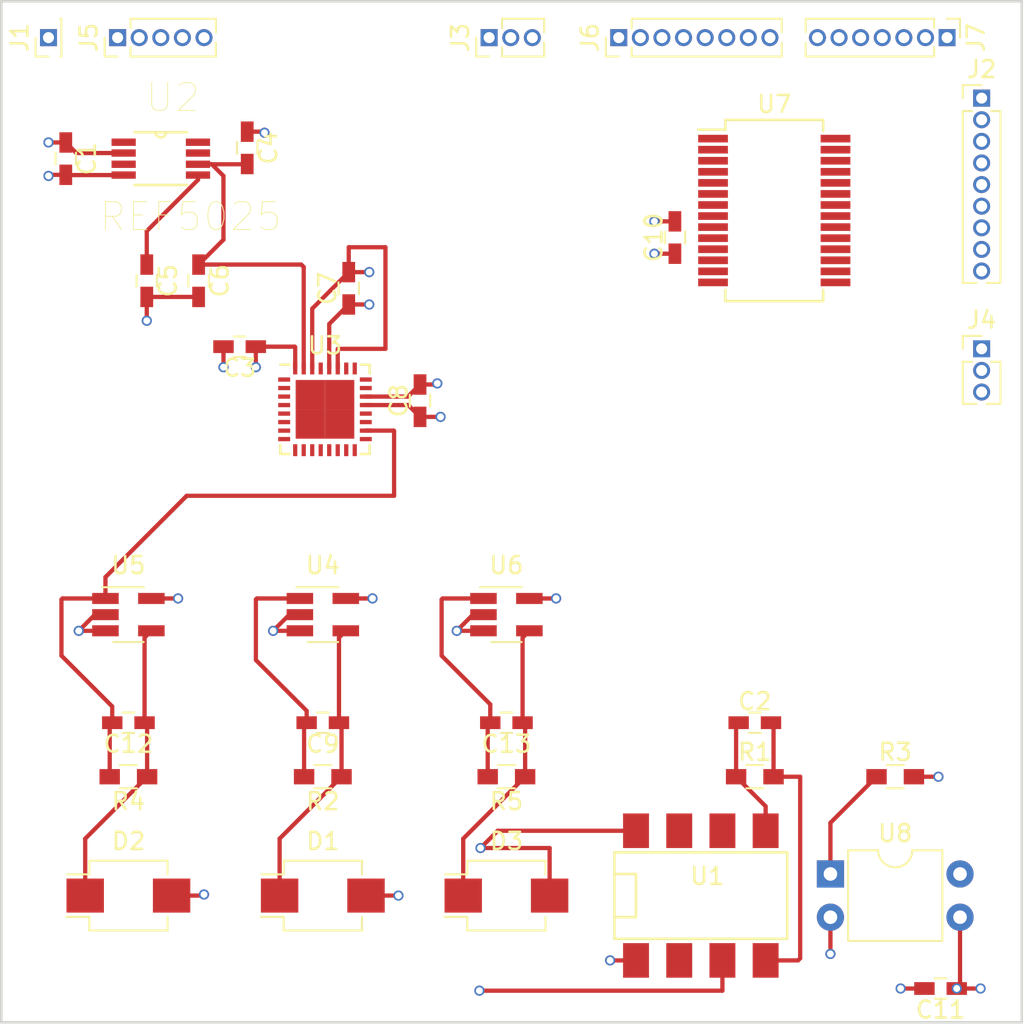
<source format=kicad_pcb>
(kicad_pcb (version 4) (host pcbnew 4.0.6)

  (general
    (links 112)
    (no_connects 44)
    (area 109.924999 67.102666 172.673334 130.341)
    (thickness 1.6)
    (drawings 4)
    (tracks 177)
    (zones 0)
    (modules 36)
    (nets 62)
  )

  (page A4)
  (title_block
    (title "FlatSat I PAY SENSORS")
    (date 2017-08-19)
    (rev 1.0.10)
    (company "Space Systems\\nUniversity of Toronto Aerospace Team\\n\\n")
  )

  (layers
    (0 F.Cu signal)
    (1 GND power)
    (2 VCC power)
    (31 B.Cu signal)
    (32 B.Adhes user)
    (33 F.Adhes user)
    (34 B.Paste user)
    (35 F.Paste user)
    (36 B.SilkS user)
    (37 F.SilkS user)
    (38 B.Mask user)
    (39 F.Mask user)
    (40 Dwgs.User user)
    (41 Cmts.User user)
    (42 Eco1.User user)
    (43 Eco2.User user)
    (44 Edge.Cuts user)
    (45 Margin user)
    (46 B.CrtYd user)
    (47 F.CrtYd user)
    (48 B.Fab user)
    (49 F.Fab user)
  )

  (setup
    (last_trace_width 0.25)
    (trace_clearance 0.2)
    (zone_clearance 0.508)
    (zone_45_only no)
    (trace_min 0.2)
    (segment_width 0.15)
    (edge_width 0.15)
    (via_size 0.6)
    (via_drill 0.4)
    (via_min_size 0.4)
    (via_min_drill 0.3)
    (uvia_size 0.3)
    (uvia_drill 0.1)
    (uvias_allowed no)
    (uvia_min_size 0.2)
    (uvia_min_drill 0.1)
    (pcb_text_width 0.3)
    (pcb_text_size 1.5 1.5)
    (mod_edge_width 0.15)
    (mod_text_size 1 1)
    (mod_text_width 0.15)
    (pad_size 1.524 1.524)
    (pad_drill 0.762)
    (pad_to_mask_clearance 0.2)
    (aux_axis_origin 0 0)
    (visible_elements FFFFFF7F)
    (pcbplotparams
      (layerselection 0x00030_80000001)
      (usegerberextensions false)
      (excludeedgelayer true)
      (linewidth 0.100000)
      (plotframeref false)
      (viasonmask false)
      (mode 1)
      (useauxorigin false)
      (hpglpennumber 1)
      (hpglpenspeed 20)
      (hpglpendiameter 15)
      (hpglpenoverlay 2)
      (psnegative false)
      (psa4output false)
      (plotreference true)
      (plotvalue true)
      (plotinvisibletext false)
      (padsonsilk false)
      (subtractmaskfromsilk false)
      (outputformat 1)
      (mirror false)
      (drillshape 1)
      (scaleselection 1)
      (outputdirectory ""))
  )

  (net 0 "")
  (net 1 +3V3)
  (net 2 AGND)
  (net 3 /INTEG_OUT)
  (net 4 "Net-(C2-Pad2)")
  (net 5 "Net-(C4-Pad2)")
  (net 6 "Net-(C5-Pad1)")
  (net 7 "Net-(C9-Pad1)")
  (net 8 /CUSTOM_TEMD_2_OUT)
  (net 9 GND)
  (net 10 "Net-(C12-Pad1)")
  (net 11 /CUSTOM_SFH_OUT)
  (net 12 "Net-(C13-Pad1)")
  (net 13 /CUSTOM_TEMD_1_OUT)
  (net 14 "Net-(J2-Pad1)")
  (net 15 "Net-(J2-Pad2)")
  (net 16 "Net-(J2-Pad3)")
  (net 17 "Net-(J2-Pad4)")
  (net 18 "Net-(J2-Pad5)")
  (net 19 "Net-(J2-Pad6)")
  (net 20 "Net-(J2-Pad7)")
  (net 21 "Net-(J2-Pad8)")
  (net 22 "Net-(J2-Pad9)")
  (net 23 /MISO)
  (net 24 /MOSI)
  (net 25 /SCLK)
  (net 26 /ITF_OUT)
  (net 27 /PEX_CS)
  (net 28 /PEX_RST)
  (net 29 /LED_1)
  (net 30 /LED_2)
  (net 31 /LED_3)
  (net 32 /LED_4)
  (net 33 /LED_5)
  (net 34 "Net-(R3-Pad1)")
  (net 35 "Net-(U1-Pad2)")
  (net 36 "Net-(U1-Pad6)")
  (net 37 "Net-(U1-Pad7)")
  (net 38 "Net-(U2-Pad1)")
  (net 39 "Net-(U2-Pad3)")
  (net 40 "Net-(U2-Pad7)")
  (net 41 "Net-(U2-Pad8)")
  (net 42 "Net-(U3-Pad2)")
  (net 43 "Net-(U3-Pad5)")
  (net 44 "Net-(U3-Pad6)")
  (net 45 "Net-(U3-Pad7)")
  (net 46 "Net-(U3-Pad8)")
  (net 47 "Net-(U3-Pad9)")
  (net 48 "Net-(U3-Pad10)")
  (net 49 "Net-(U3-Pad11)")
  (net 50 "Net-(U3-Pad12)")
  (net 51 "Net-(U3-Pad13)")
  (net 52 "Net-(U3-Pad14)")
  (net 53 "Net-(U3-Pad19)")
  (net 54 "Net-(U3-Pad20)")
  (net 55 "Net-(U3-Pad23)")
  (net 56 "Net-(U3-Pad29)")
  (net 57 "Net-(U7-Pad15)")
  (net 58 "Net-(U7-Pad16)")
  (net 59 "Net-(U7-Pad17)")
  (net 60 "Net-(U7-Pad19)")
  (net 61 "Net-(U7-Pad20)")

  (net_class Default "This is the default net class."
    (clearance 0.2)
    (trace_width 0.25)
    (via_dia 0.6)
    (via_drill 0.4)
    (uvia_dia 0.3)
    (uvia_drill 0.1)
    (add_net +3V3)
    (add_net /CUSTOM_SFH_OUT)
    (add_net /CUSTOM_TEMD_1_OUT)
    (add_net /CUSTOM_TEMD_2_OUT)
    (add_net /INTEG_OUT)
    (add_net /ITF_OUT)
    (add_net /LED_1)
    (add_net /LED_2)
    (add_net /LED_3)
    (add_net /LED_4)
    (add_net /LED_5)
    (add_net /MISO)
    (add_net /MOSI)
    (add_net /PEX_CS)
    (add_net /PEX_RST)
    (add_net /SCLK)
    (add_net AGND)
    (add_net GND)
    (add_net "Net-(C12-Pad1)")
    (add_net "Net-(C13-Pad1)")
    (add_net "Net-(C2-Pad2)")
    (add_net "Net-(C4-Pad2)")
    (add_net "Net-(C5-Pad1)")
    (add_net "Net-(C9-Pad1)")
    (add_net "Net-(J2-Pad1)")
    (add_net "Net-(J2-Pad2)")
    (add_net "Net-(J2-Pad3)")
    (add_net "Net-(J2-Pad4)")
    (add_net "Net-(J2-Pad5)")
    (add_net "Net-(J2-Pad6)")
    (add_net "Net-(J2-Pad7)")
    (add_net "Net-(J2-Pad8)")
    (add_net "Net-(J2-Pad9)")
    (add_net "Net-(R3-Pad1)")
    (add_net "Net-(U1-Pad2)")
    (add_net "Net-(U1-Pad6)")
    (add_net "Net-(U1-Pad7)")
    (add_net "Net-(U2-Pad1)")
    (add_net "Net-(U2-Pad3)")
    (add_net "Net-(U2-Pad7)")
    (add_net "Net-(U2-Pad8)")
    (add_net "Net-(U3-Pad10)")
    (add_net "Net-(U3-Pad11)")
    (add_net "Net-(U3-Pad12)")
    (add_net "Net-(U3-Pad13)")
    (add_net "Net-(U3-Pad14)")
    (add_net "Net-(U3-Pad19)")
    (add_net "Net-(U3-Pad2)")
    (add_net "Net-(U3-Pad20)")
    (add_net "Net-(U3-Pad23)")
    (add_net "Net-(U3-Pad29)")
    (add_net "Net-(U3-Pad5)")
    (add_net "Net-(U3-Pad6)")
    (add_net "Net-(U3-Pad7)")
    (add_net "Net-(U3-Pad8)")
    (add_net "Net-(U3-Pad9)")
    (add_net "Net-(U7-Pad15)")
    (add_net "Net-(U7-Pad16)")
    (add_net "Net-(U7-Pad17)")
    (add_net "Net-(U7-Pad19)")
    (add_net "Net-(U7-Pad20)")
  )

  (module Capacitors_SMD:C_0603_HandSoldering (layer F.Cu) (tedit 5998ED46) (tstamp 59976E3E)
    (at 113.792 79.248 270)
    (descr "Capacitor SMD 0603, hand soldering")
    (tags "capacitor 0603")
    (path /59925471)
    (attr smd)
    (fp_text reference C1 (at 0 -1.25 270) (layer F.SilkS)
      (effects (font (size 1 1) (thickness 0.15)))
    )
    (fp_text value 10uF (at 0 1.5 270) (layer F.Fab) hide
      (effects (font (size 1 1) (thickness 0.15)))
    )
    (fp_text user %R (at 0 -1.25 270) (layer F.Fab)
      (effects (font (size 1 1) (thickness 0.15)))
    )
    (fp_line (start -0.8 0.4) (end -0.8 -0.4) (layer F.Fab) (width 0.1))
    (fp_line (start 0.8 0.4) (end -0.8 0.4) (layer F.Fab) (width 0.1))
    (fp_line (start 0.8 -0.4) (end 0.8 0.4) (layer F.Fab) (width 0.1))
    (fp_line (start -0.8 -0.4) (end 0.8 -0.4) (layer F.Fab) (width 0.1))
    (fp_line (start -0.35 -0.6) (end 0.35 -0.6) (layer F.SilkS) (width 0.12))
    (fp_line (start 0.35 0.6) (end -0.35 0.6) (layer F.SilkS) (width 0.12))
    (fp_line (start -1.8 -0.65) (end 1.8 -0.65) (layer F.CrtYd) (width 0.05))
    (fp_line (start -1.8 -0.65) (end -1.8 0.65) (layer F.CrtYd) (width 0.05))
    (fp_line (start 1.8 0.65) (end 1.8 -0.65) (layer F.CrtYd) (width 0.05))
    (fp_line (start 1.8 0.65) (end -1.8 0.65) (layer F.CrtYd) (width 0.05))
    (pad 1 smd rect (at -0.95 0 270) (size 1.2 0.75) (layers F.Cu F.Paste F.Mask)
      (net 1 +3V3))
    (pad 2 smd rect (at 0.95 0 270) (size 1.2 0.75) (layers F.Cu F.Paste F.Mask)
      (net 2 AGND))
    (model Capacitors_SMD.3dshapes/C_0603.wrl
      (at (xyz 0 0 0))
      (scale (xyz 1 1 1))
      (rotate (xyz 0 0 0))
    )
  )

  (module Capacitors_SMD:C_0603_HandSoldering (layer F.Cu) (tedit 5998ED23) (tstamp 59976E44)
    (at 154.305 112.395)
    (descr "Capacitor SMD 0603, hand soldering")
    (tags "capacitor 0603")
    (path /5992A81F)
    (attr smd)
    (fp_text reference C2 (at 0 -1.25) (layer F.SilkS)
      (effects (font (size 1 1) (thickness 0.15)))
    )
    (fp_text value 0F (at 0 1.5) (layer F.Fab) hide
      (effects (font (size 1 1) (thickness 0.15)))
    )
    (fp_text user %R (at 0 -1.25) (layer F.Fab)
      (effects (font (size 1 1) (thickness 0.15)))
    )
    (fp_line (start -0.8 0.4) (end -0.8 -0.4) (layer F.Fab) (width 0.1))
    (fp_line (start 0.8 0.4) (end -0.8 0.4) (layer F.Fab) (width 0.1))
    (fp_line (start 0.8 -0.4) (end 0.8 0.4) (layer F.Fab) (width 0.1))
    (fp_line (start -0.8 -0.4) (end 0.8 -0.4) (layer F.Fab) (width 0.1))
    (fp_line (start -0.35 -0.6) (end 0.35 -0.6) (layer F.SilkS) (width 0.12))
    (fp_line (start 0.35 0.6) (end -0.35 0.6) (layer F.SilkS) (width 0.12))
    (fp_line (start -1.8 -0.65) (end 1.8 -0.65) (layer F.CrtYd) (width 0.05))
    (fp_line (start -1.8 -0.65) (end -1.8 0.65) (layer F.CrtYd) (width 0.05))
    (fp_line (start 1.8 0.65) (end 1.8 -0.65) (layer F.CrtYd) (width 0.05))
    (fp_line (start 1.8 0.65) (end -1.8 0.65) (layer F.CrtYd) (width 0.05))
    (pad 1 smd rect (at -0.95 0) (size 1.2 0.75) (layers F.Cu F.Paste F.Mask)
      (net 3 /INTEG_OUT))
    (pad 2 smd rect (at 0.95 0) (size 1.2 0.75) (layers F.Cu F.Paste F.Mask)
      (net 4 "Net-(C2-Pad2)"))
    (model Capacitors_SMD.3dshapes/C_0603.wrl
      (at (xyz 0 0 0))
      (scale (xyz 1 1 1))
      (rotate (xyz 0 0 0))
    )
  )

  (module Capacitors_SMD:C_0603_HandSoldering (layer F.Cu) (tedit 5998ED44) (tstamp 59976E4A)
    (at 124.0155 90.297 180)
    (descr "Capacitor SMD 0603, hand soldering")
    (tags "capacitor 0603")
    (path /59927828)
    (attr smd)
    (fp_text reference C3 (at 0 -1.25 180) (layer F.SilkS)
      (effects (font (size 1 1) (thickness 0.15)))
    )
    (fp_text value 100nF (at 0 1.5 180) (layer F.Fab) hide
      (effects (font (size 1 1) (thickness 0.15)))
    )
    (fp_text user %R (at 0 -1.25 180) (layer F.Fab)
      (effects (font (size 1 1) (thickness 0.15)))
    )
    (fp_line (start -0.8 0.4) (end -0.8 -0.4) (layer F.Fab) (width 0.1))
    (fp_line (start 0.8 0.4) (end -0.8 0.4) (layer F.Fab) (width 0.1))
    (fp_line (start 0.8 -0.4) (end 0.8 0.4) (layer F.Fab) (width 0.1))
    (fp_line (start -0.8 -0.4) (end 0.8 -0.4) (layer F.Fab) (width 0.1))
    (fp_line (start -0.35 -0.6) (end 0.35 -0.6) (layer F.SilkS) (width 0.12))
    (fp_line (start 0.35 0.6) (end -0.35 0.6) (layer F.SilkS) (width 0.12))
    (fp_line (start -1.8 -0.65) (end 1.8 -0.65) (layer F.CrtYd) (width 0.05))
    (fp_line (start -1.8 -0.65) (end -1.8 0.65) (layer F.CrtYd) (width 0.05))
    (fp_line (start 1.8 0.65) (end 1.8 -0.65) (layer F.CrtYd) (width 0.05))
    (fp_line (start 1.8 0.65) (end -1.8 0.65) (layer F.CrtYd) (width 0.05))
    (pad 1 smd rect (at -0.95 0 180) (size 1.2 0.75) (layers F.Cu F.Paste F.Mask)
      (net 1 +3V3))
    (pad 2 smd rect (at 0.95 0 180) (size 1.2 0.75) (layers F.Cu F.Paste F.Mask)
      (net 2 AGND))
    (model Capacitors_SMD.3dshapes/C_0603.wrl
      (at (xyz 0 0 0))
      (scale (xyz 1 1 1))
      (rotate (xyz 0 0 0))
    )
  )

  (module Capacitors_SMD:C_0603_HandSoldering (layer F.Cu) (tedit 5998ED41) (tstamp 59976E50)
    (at 124.46 78.613 270)
    (descr "Capacitor SMD 0603, hand soldering")
    (tags "capacitor 0603")
    (path /59925B4B)
    (attr smd)
    (fp_text reference C4 (at 0 -1.25 270) (layer F.SilkS)
      (effects (font (size 1 1) (thickness 0.15)))
    )
    (fp_text value 100nF (at 0 1.5 270) (layer F.Fab) hide
      (effects (font (size 1 1) (thickness 0.15)))
    )
    (fp_text user %R (at 0 -1.25 270) (layer F.Fab)
      (effects (font (size 1 1) (thickness 0.15)))
    )
    (fp_line (start -0.8 0.4) (end -0.8 -0.4) (layer F.Fab) (width 0.1))
    (fp_line (start 0.8 0.4) (end -0.8 0.4) (layer F.Fab) (width 0.1))
    (fp_line (start 0.8 -0.4) (end 0.8 0.4) (layer F.Fab) (width 0.1))
    (fp_line (start -0.8 -0.4) (end 0.8 -0.4) (layer F.Fab) (width 0.1))
    (fp_line (start -0.35 -0.6) (end 0.35 -0.6) (layer F.SilkS) (width 0.12))
    (fp_line (start 0.35 0.6) (end -0.35 0.6) (layer F.SilkS) (width 0.12))
    (fp_line (start -1.8 -0.65) (end 1.8 -0.65) (layer F.CrtYd) (width 0.05))
    (fp_line (start -1.8 -0.65) (end -1.8 0.65) (layer F.CrtYd) (width 0.05))
    (fp_line (start 1.8 0.65) (end 1.8 -0.65) (layer F.CrtYd) (width 0.05))
    (fp_line (start 1.8 0.65) (end -1.8 0.65) (layer F.CrtYd) (width 0.05))
    (pad 1 smd rect (at -0.95 0 270) (size 1.2 0.75) (layers F.Cu F.Paste F.Mask)
      (net 2 AGND))
    (pad 2 smd rect (at 0.95 0 270) (size 1.2 0.75) (layers F.Cu F.Paste F.Mask)
      (net 5 "Net-(C4-Pad2)"))
    (model Capacitors_SMD.3dshapes/C_0603.wrl
      (at (xyz 0 0 0))
      (scale (xyz 1 1 1))
      (rotate (xyz 0 0 0))
    )
  )

  (module Capacitors_SMD:C_0603_HandSoldering (layer F.Cu) (tedit 5998ED3A) (tstamp 59976E56)
    (at 118.5545 86.4235 270)
    (descr "Capacitor SMD 0603, hand soldering")
    (tags "capacitor 0603")
    (path /59925BB7)
    (attr smd)
    (fp_text reference C5 (at 0 -1.25 270) (layer F.SilkS)
      (effects (font (size 1 1) (thickness 0.15)))
    )
    (fp_text value 100nF (at 0 1.5 270) (layer F.Fab) hide
      (effects (font (size 1 1) (thickness 0.15)))
    )
    (fp_text user %R (at 0 -1.25 270) (layer F.Fab)
      (effects (font (size 1 1) (thickness 0.15)))
    )
    (fp_line (start -0.8 0.4) (end -0.8 -0.4) (layer F.Fab) (width 0.1))
    (fp_line (start 0.8 0.4) (end -0.8 0.4) (layer F.Fab) (width 0.1))
    (fp_line (start 0.8 -0.4) (end 0.8 0.4) (layer F.Fab) (width 0.1))
    (fp_line (start -0.8 -0.4) (end 0.8 -0.4) (layer F.Fab) (width 0.1))
    (fp_line (start -0.35 -0.6) (end 0.35 -0.6) (layer F.SilkS) (width 0.12))
    (fp_line (start 0.35 0.6) (end -0.35 0.6) (layer F.SilkS) (width 0.12))
    (fp_line (start -1.8 -0.65) (end 1.8 -0.65) (layer F.CrtYd) (width 0.05))
    (fp_line (start -1.8 -0.65) (end -1.8 0.65) (layer F.CrtYd) (width 0.05))
    (fp_line (start 1.8 0.65) (end 1.8 -0.65) (layer F.CrtYd) (width 0.05))
    (fp_line (start 1.8 0.65) (end -1.8 0.65) (layer F.CrtYd) (width 0.05))
    (pad 1 smd rect (at -0.95 0 270) (size 1.2 0.75) (layers F.Cu F.Paste F.Mask)
      (net 6 "Net-(C5-Pad1)"))
    (pad 2 smd rect (at 0.95 0 270) (size 1.2 0.75) (layers F.Cu F.Paste F.Mask)
      (net 2 AGND))
    (model Capacitors_SMD.3dshapes/C_0603.wrl
      (at (xyz 0 0 0))
      (scale (xyz 1 1 1))
      (rotate (xyz 0 0 0))
    )
  )

  (module Capacitors_SMD:C_0603_HandSoldering (layer F.Cu) (tedit 5998ED3E) (tstamp 59976E5C)
    (at 121.6025 86.4235 270)
    (descr "Capacitor SMD 0603, hand soldering")
    (tags "capacitor 0603")
    (path /59925C0D)
    (attr smd)
    (fp_text reference C6 (at 0 -1.25 270) (layer F.SilkS)
      (effects (font (size 1 1) (thickness 0.15)))
    )
    (fp_text value 100nF (at 0 1.5 270) (layer F.Fab) hide
      (effects (font (size 1 1) (thickness 0.15)))
    )
    (fp_text user %R (at 0 -1.25 270) (layer F.Fab)
      (effects (font (size 1 1) (thickness 0.15)))
    )
    (fp_line (start -0.8 0.4) (end -0.8 -0.4) (layer F.Fab) (width 0.1))
    (fp_line (start 0.8 0.4) (end -0.8 0.4) (layer F.Fab) (width 0.1))
    (fp_line (start 0.8 -0.4) (end 0.8 0.4) (layer F.Fab) (width 0.1))
    (fp_line (start -0.8 -0.4) (end 0.8 -0.4) (layer F.Fab) (width 0.1))
    (fp_line (start -0.35 -0.6) (end 0.35 -0.6) (layer F.SilkS) (width 0.12))
    (fp_line (start 0.35 0.6) (end -0.35 0.6) (layer F.SilkS) (width 0.12))
    (fp_line (start -1.8 -0.65) (end 1.8 -0.65) (layer F.CrtYd) (width 0.05))
    (fp_line (start -1.8 -0.65) (end -1.8 0.65) (layer F.CrtYd) (width 0.05))
    (fp_line (start 1.8 0.65) (end 1.8 -0.65) (layer F.CrtYd) (width 0.05))
    (fp_line (start 1.8 0.65) (end -1.8 0.65) (layer F.CrtYd) (width 0.05))
    (pad 1 smd rect (at -0.95 0 270) (size 1.2 0.75) (layers F.Cu F.Paste F.Mask)
      (net 5 "Net-(C4-Pad2)"))
    (pad 2 smd rect (at 0.95 0 270) (size 1.2 0.75) (layers F.Cu F.Paste F.Mask)
      (net 2 AGND))
    (model Capacitors_SMD.3dshapes/C_0603.wrl
      (at (xyz 0 0 0))
      (scale (xyz 1 1 1))
      (rotate (xyz 0 0 0))
    )
  )

  (module Capacitors_SMD:C_0603_HandSoldering (layer F.Cu) (tedit 5998ED49) (tstamp 59976E62)
    (at 130.429 86.868 90)
    (descr "Capacitor SMD 0603, hand soldering")
    (tags "capacitor 0603")
    (path /59927ABC)
    (attr smd)
    (fp_text reference C7 (at 0 -1.25 90) (layer F.SilkS)
      (effects (font (size 1 1) (thickness 0.15)))
    )
    (fp_text value 100nF (at 0 1.5 90) (layer F.Fab) hide
      (effects (font (size 1 1) (thickness 0.15)))
    )
    (fp_text user %R (at 0 -1.25 90) (layer F.Fab)
      (effects (font (size 1 1) (thickness 0.15)))
    )
    (fp_line (start -0.8 0.4) (end -0.8 -0.4) (layer F.Fab) (width 0.1))
    (fp_line (start 0.8 0.4) (end -0.8 0.4) (layer F.Fab) (width 0.1))
    (fp_line (start 0.8 -0.4) (end 0.8 0.4) (layer F.Fab) (width 0.1))
    (fp_line (start -0.8 -0.4) (end 0.8 -0.4) (layer F.Fab) (width 0.1))
    (fp_line (start -0.35 -0.6) (end 0.35 -0.6) (layer F.SilkS) (width 0.12))
    (fp_line (start 0.35 0.6) (end -0.35 0.6) (layer F.SilkS) (width 0.12))
    (fp_line (start -1.8 -0.65) (end 1.8 -0.65) (layer F.CrtYd) (width 0.05))
    (fp_line (start -1.8 -0.65) (end -1.8 0.65) (layer F.CrtYd) (width 0.05))
    (fp_line (start 1.8 0.65) (end 1.8 -0.65) (layer F.CrtYd) (width 0.05))
    (fp_line (start 1.8 0.65) (end -1.8 0.65) (layer F.CrtYd) (width 0.05))
    (pad 1 smd rect (at -0.95 0 90) (size 1.2 0.75) (layers F.Cu F.Paste F.Mask)
      (net 1 +3V3))
    (pad 2 smd rect (at 0.95 0 90) (size 1.2 0.75) (layers F.Cu F.Paste F.Mask)
      (net 2 AGND))
    (model Capacitors_SMD.3dshapes/C_0603.wrl
      (at (xyz 0 0 0))
      (scale (xyz 1 1 1))
      (rotate (xyz 0 0 0))
    )
  )

  (module Capacitors_SMD:C_0603_HandSoldering (layer F.Cu) (tedit 5998ED51) (tstamp 59976E68)
    (at 134.62 93.472 90)
    (descr "Capacitor SMD 0603, hand soldering")
    (tags "capacitor 0603")
    (path /59927E4E)
    (attr smd)
    (fp_text reference C8 (at 0 -1.25 90) (layer F.SilkS)
      (effects (font (size 1 1) (thickness 0.15)))
    )
    (fp_text value 100nF (at 0 1.5 90) (layer F.Fab) hide
      (effects (font (size 1 1) (thickness 0.15)))
    )
    (fp_text user %R (at 0 -1.25 90) (layer F.Fab)
      (effects (font (size 1 1) (thickness 0.15)))
    )
    (fp_line (start -0.8 0.4) (end -0.8 -0.4) (layer F.Fab) (width 0.1))
    (fp_line (start 0.8 0.4) (end -0.8 0.4) (layer F.Fab) (width 0.1))
    (fp_line (start 0.8 -0.4) (end 0.8 0.4) (layer F.Fab) (width 0.1))
    (fp_line (start -0.8 -0.4) (end 0.8 -0.4) (layer F.Fab) (width 0.1))
    (fp_line (start -0.35 -0.6) (end 0.35 -0.6) (layer F.SilkS) (width 0.12))
    (fp_line (start 0.35 0.6) (end -0.35 0.6) (layer F.SilkS) (width 0.12))
    (fp_line (start -1.8 -0.65) (end 1.8 -0.65) (layer F.CrtYd) (width 0.05))
    (fp_line (start -1.8 -0.65) (end -1.8 0.65) (layer F.CrtYd) (width 0.05))
    (fp_line (start 1.8 0.65) (end 1.8 -0.65) (layer F.CrtYd) (width 0.05))
    (fp_line (start 1.8 0.65) (end -1.8 0.65) (layer F.CrtYd) (width 0.05))
    (pad 1 smd rect (at -0.95 0 90) (size 1.2 0.75) (layers F.Cu F.Paste F.Mask)
      (net 1 +3V3))
    (pad 2 smd rect (at 0.95 0 90) (size 1.2 0.75) (layers F.Cu F.Paste F.Mask)
      (net 2 AGND))
    (model Capacitors_SMD.3dshapes/C_0603.wrl
      (at (xyz 0 0 0))
      (scale (xyz 1 1 1))
      (rotate (xyz 0 0 0))
    )
  )

  (module Capacitors_SMD:C_0603_HandSoldering (layer F.Cu) (tedit 5998ED31) (tstamp 59976E6E)
    (at 128.905 112.395 180)
    (descr "Capacitor SMD 0603, hand soldering")
    (tags "capacitor 0603")
    (path /5992EF8C)
    (attr smd)
    (fp_text reference C9 (at 0 -1.25 180) (layer F.SilkS)
      (effects (font (size 1 1) (thickness 0.15)))
    )
    (fp_text value C (at 0 1.5 180) (layer F.Fab) hide
      (effects (font (size 1 1) (thickness 0.15)))
    )
    (fp_text user %R (at 0 -1.25 180) (layer F.Fab)
      (effects (font (size 1 1) (thickness 0.15)))
    )
    (fp_line (start -0.8 0.4) (end -0.8 -0.4) (layer F.Fab) (width 0.1))
    (fp_line (start 0.8 0.4) (end -0.8 0.4) (layer F.Fab) (width 0.1))
    (fp_line (start 0.8 -0.4) (end 0.8 0.4) (layer F.Fab) (width 0.1))
    (fp_line (start -0.8 -0.4) (end 0.8 -0.4) (layer F.Fab) (width 0.1))
    (fp_line (start -0.35 -0.6) (end 0.35 -0.6) (layer F.SilkS) (width 0.12))
    (fp_line (start 0.35 0.6) (end -0.35 0.6) (layer F.SilkS) (width 0.12))
    (fp_line (start -1.8 -0.65) (end 1.8 -0.65) (layer F.CrtYd) (width 0.05))
    (fp_line (start -1.8 -0.65) (end -1.8 0.65) (layer F.CrtYd) (width 0.05))
    (fp_line (start 1.8 0.65) (end 1.8 -0.65) (layer F.CrtYd) (width 0.05))
    (fp_line (start 1.8 0.65) (end -1.8 0.65) (layer F.CrtYd) (width 0.05))
    (pad 1 smd rect (at -0.95 0 180) (size 1.2 0.75) (layers F.Cu F.Paste F.Mask)
      (net 7 "Net-(C9-Pad1)"))
    (pad 2 smd rect (at 0.95 0 180) (size 1.2 0.75) (layers F.Cu F.Paste F.Mask)
      (net 8 /CUSTOM_TEMD_2_OUT))
    (model Capacitors_SMD.3dshapes/C_0603.wrl
      (at (xyz 0 0 0))
      (scale (xyz 1 1 1))
      (rotate (xyz 0 0 0))
    )
  )

  (module Capacitors_SMD:C_0603_HandSoldering (layer F.Cu) (tedit 5998EE1D) (tstamp 59976E74)
    (at 149.606 83.8835 90)
    (descr "Capacitor SMD 0603, hand soldering")
    (tags "capacitor 0603")
    (path /5992B024)
    (attr smd)
    (fp_text reference C10 (at 0 -1.25 90) (layer F.SilkS)
      (effects (font (size 1 1) (thickness 0.15)))
    )
    (fp_text value 100nF (at 0 1.5 90) (layer F.Fab) hide
      (effects (font (size 1 1) (thickness 0.15)))
    )
    (fp_text user %R (at 0 -1.25 90) (layer F.Fab)
      (effects (font (size 1 1) (thickness 0.15)))
    )
    (fp_line (start -0.8 0.4) (end -0.8 -0.4) (layer F.Fab) (width 0.1))
    (fp_line (start 0.8 0.4) (end -0.8 0.4) (layer F.Fab) (width 0.1))
    (fp_line (start 0.8 -0.4) (end 0.8 0.4) (layer F.Fab) (width 0.1))
    (fp_line (start -0.8 -0.4) (end 0.8 -0.4) (layer F.Fab) (width 0.1))
    (fp_line (start -0.35 -0.6) (end 0.35 -0.6) (layer F.SilkS) (width 0.12))
    (fp_line (start 0.35 0.6) (end -0.35 0.6) (layer F.SilkS) (width 0.12))
    (fp_line (start -1.8 -0.65) (end 1.8 -0.65) (layer F.CrtYd) (width 0.05))
    (fp_line (start -1.8 -0.65) (end -1.8 0.65) (layer F.CrtYd) (width 0.05))
    (fp_line (start 1.8 0.65) (end 1.8 -0.65) (layer F.CrtYd) (width 0.05))
    (fp_line (start 1.8 0.65) (end -1.8 0.65) (layer F.CrtYd) (width 0.05))
    (pad 1 smd rect (at -0.95 0 90) (size 1.2 0.75) (layers F.Cu F.Paste F.Mask)
      (net 9 GND))
    (pad 2 smd rect (at 0.95 0 90) (size 1.2 0.75) (layers F.Cu F.Paste F.Mask)
      (net 1 +3V3))
    (model Capacitors_SMD.3dshapes/C_0603.wrl
      (at (xyz 0 0 0))
      (scale (xyz 1 1 1))
      (rotate (xyz 0 0 0))
    )
  )

  (module Capacitors_SMD:C_0603_HandSoldering (layer F.Cu) (tedit 5998ED16) (tstamp 59976E7A)
    (at 165.227 128.016 180)
    (descr "Capacitor SMD 0603, hand soldering")
    (tags "capacitor 0603")
    (path /5985312C)
    (attr smd)
    (fp_text reference C11 (at 0 -1.25 180) (layer F.SilkS)
      (effects (font (size 1 1) (thickness 0.15)))
    )
    (fp_text value 100nF (at 0 1.5 180) (layer F.Fab) hide
      (effects (font (size 1 1) (thickness 0.15)))
    )
    (fp_text user %R (at 0 -1.25 180) (layer F.Fab)
      (effects (font (size 1 1) (thickness 0.15)))
    )
    (fp_line (start -0.8 0.4) (end -0.8 -0.4) (layer F.Fab) (width 0.1))
    (fp_line (start 0.8 0.4) (end -0.8 0.4) (layer F.Fab) (width 0.1))
    (fp_line (start 0.8 -0.4) (end 0.8 0.4) (layer F.Fab) (width 0.1))
    (fp_line (start -0.8 -0.4) (end 0.8 -0.4) (layer F.Fab) (width 0.1))
    (fp_line (start -0.35 -0.6) (end 0.35 -0.6) (layer F.SilkS) (width 0.12))
    (fp_line (start 0.35 0.6) (end -0.35 0.6) (layer F.SilkS) (width 0.12))
    (fp_line (start -1.8 -0.65) (end 1.8 -0.65) (layer F.CrtYd) (width 0.05))
    (fp_line (start -1.8 -0.65) (end -1.8 0.65) (layer F.CrtYd) (width 0.05))
    (fp_line (start 1.8 0.65) (end 1.8 -0.65) (layer F.CrtYd) (width 0.05))
    (fp_line (start 1.8 0.65) (end -1.8 0.65) (layer F.CrtYd) (width 0.05))
    (pad 1 smd rect (at -0.95 0 180) (size 1.2 0.75) (layers F.Cu F.Paste F.Mask)
      (net 1 +3V3))
    (pad 2 smd rect (at 0.95 0 180) (size 1.2 0.75) (layers F.Cu F.Paste F.Mask)
      (net 9 GND))
    (model Capacitors_SMD.3dshapes/C_0603.wrl
      (at (xyz 0 0 0))
      (scale (xyz 1 1 1))
      (rotate (xyz 0 0 0))
    )
  )

  (module Capacitors_SMD:C_0603_HandSoldering (layer F.Cu) (tedit 5998ED33) (tstamp 59976E80)
    (at 117.475 112.395 180)
    (descr "Capacitor SMD 0603, hand soldering")
    (tags "capacitor 0603")
    (path /59853EC9)
    (attr smd)
    (fp_text reference C12 (at 0 -1.25 180) (layer F.SilkS)
      (effects (font (size 1 1) (thickness 0.15)))
    )
    (fp_text value C (at 0 1.5 180) (layer F.Fab) hide
      (effects (font (size 1 1) (thickness 0.15)))
    )
    (fp_text user %R (at 0 -1.25 180) (layer F.Fab)
      (effects (font (size 1 1) (thickness 0.15)))
    )
    (fp_line (start -0.8 0.4) (end -0.8 -0.4) (layer F.Fab) (width 0.1))
    (fp_line (start 0.8 0.4) (end -0.8 0.4) (layer F.Fab) (width 0.1))
    (fp_line (start 0.8 -0.4) (end 0.8 0.4) (layer F.Fab) (width 0.1))
    (fp_line (start -0.8 -0.4) (end 0.8 -0.4) (layer F.Fab) (width 0.1))
    (fp_line (start -0.35 -0.6) (end 0.35 -0.6) (layer F.SilkS) (width 0.12))
    (fp_line (start 0.35 0.6) (end -0.35 0.6) (layer F.SilkS) (width 0.12))
    (fp_line (start -1.8 -0.65) (end 1.8 -0.65) (layer F.CrtYd) (width 0.05))
    (fp_line (start -1.8 -0.65) (end -1.8 0.65) (layer F.CrtYd) (width 0.05))
    (fp_line (start 1.8 0.65) (end 1.8 -0.65) (layer F.CrtYd) (width 0.05))
    (fp_line (start 1.8 0.65) (end -1.8 0.65) (layer F.CrtYd) (width 0.05))
    (pad 1 smd rect (at -0.95 0 180) (size 1.2 0.75) (layers F.Cu F.Paste F.Mask)
      (net 10 "Net-(C12-Pad1)"))
    (pad 2 smd rect (at 0.95 0 180) (size 1.2 0.75) (layers F.Cu F.Paste F.Mask)
      (net 11 /CUSTOM_SFH_OUT))
    (model Capacitors_SMD.3dshapes/C_0603.wrl
      (at (xyz 0 0 0))
      (scale (xyz 1 1 1))
      (rotate (xyz 0 0 0))
    )
  )

  (module Capacitors_SMD:C_0603_HandSoldering (layer F.Cu) (tedit 5998ED28) (tstamp 59976E86)
    (at 139.7 112.395 180)
    (descr "Capacitor SMD 0603, hand soldering")
    (tags "capacitor 0603")
    (path /5984F514)
    (attr smd)
    (fp_text reference C13 (at 0 -1.25 180) (layer F.SilkS)
      (effects (font (size 1 1) (thickness 0.15)))
    )
    (fp_text value C (at 0 1.5 180) (layer F.Fab) hide
      (effects (font (size 1 1) (thickness 0.15)))
    )
    (fp_text user %R (at 0 -1.25 180) (layer F.Fab)
      (effects (font (size 1 1) (thickness 0.15)))
    )
    (fp_line (start -0.8 0.4) (end -0.8 -0.4) (layer F.Fab) (width 0.1))
    (fp_line (start 0.8 0.4) (end -0.8 0.4) (layer F.Fab) (width 0.1))
    (fp_line (start 0.8 -0.4) (end 0.8 0.4) (layer F.Fab) (width 0.1))
    (fp_line (start -0.8 -0.4) (end 0.8 -0.4) (layer F.Fab) (width 0.1))
    (fp_line (start -0.35 -0.6) (end 0.35 -0.6) (layer F.SilkS) (width 0.12))
    (fp_line (start 0.35 0.6) (end -0.35 0.6) (layer F.SilkS) (width 0.12))
    (fp_line (start -1.8 -0.65) (end 1.8 -0.65) (layer F.CrtYd) (width 0.05))
    (fp_line (start -1.8 -0.65) (end -1.8 0.65) (layer F.CrtYd) (width 0.05))
    (fp_line (start 1.8 0.65) (end 1.8 -0.65) (layer F.CrtYd) (width 0.05))
    (fp_line (start 1.8 0.65) (end -1.8 0.65) (layer F.CrtYd) (width 0.05))
    (pad 1 smd rect (at -0.95 0 180) (size 1.2 0.75) (layers F.Cu F.Paste F.Mask)
      (net 12 "Net-(C13-Pad1)"))
    (pad 2 smd rect (at 0.95 0 180) (size 1.2 0.75) (layers F.Cu F.Paste F.Mask)
      (net 13 /CUSTOM_TEMD_1_OUT))
    (model Capacitors_SMD.3dshapes/C_0603.wrl
      (at (xyz 0 0 0))
      (scale (xyz 1 1 1))
      (rotate (xyz 0 0 0))
    )
  )

  (module Opto-Devices:PhotoDiode_SMD-DIL2_4.5x4 (layer F.Cu) (tedit 588BD35E) (tstamp 59976E8C)
    (at 128.905 122.555)
    (descr "PhotoDiode, plastic SMD DIL, 4.5x4mm²")
    (tags "PhotoDiode plastic SMD DIL")
    (path /5992EF80)
    (attr smd)
    (fp_text reference D1 (at 0.01 -3.2) (layer F.SilkS)
      (effects (font (size 1 1) (thickness 0.15)))
    )
    (fp_text value TEMD5510FX01 (at 0 3.17) (layer F.Fab)
      (effects (font (size 1 1) (thickness 0.15)))
    )
    (fp_line (start -3.65 1.25) (end -2.3 1.25) (layer F.SilkS) (width 0.12))
    (fp_line (start -2.3 1.25) (end -2.3 2.05) (layer F.SilkS) (width 0.12))
    (fp_line (start -2.3 2.05) (end 2.3 2.05) (layer F.SilkS) (width 0.12))
    (fp_line (start 2.3 2.05) (end 2.3 1.25) (layer F.SilkS) (width 0.12))
    (fp_line (start 2.3 -1.25) (end 2.3 -2.05) (layer F.SilkS) (width 0.12))
    (fp_line (start 2.3 -2.05) (end -2.3 -2.05) (layer F.SilkS) (width 0.12))
    (fp_line (start -2.3 -2.05) (end -2.3 -1.25) (layer F.SilkS) (width 0.12))
    (fp_line (start -2.3 -1.25) (end -3.6 -1.25) (layer F.SilkS) (width 0.12))
    (fp_line (start -2.25 -1.4) (end -2.25 2) (layer F.Fab) (width 0.1))
    (fp_line (start -2.25 -1.4) (end -1.65 -2) (layer F.Fab) (width 0.1))
    (fp_line (start -1.65 -2) (end 2.25 -2) (layer F.Fab) (width 0.1))
    (fp_line (start 2.25 -2) (end 2.25 2) (layer F.Fab) (width 0.1))
    (fp_line (start 2.25 2) (end -2.25 2) (layer F.Fab) (width 0.1))
    (fp_line (start 0.45 -0.38) (end 0.71 -0.38) (layer F.Fab) (width 0.1))
    (fp_line (start 0.45 -0.38) (end 0.45 -0.64) (layer F.Fab) (width 0.1))
    (fp_line (start -0.05 -0.38) (end 0.2 -0.38) (layer F.Fab) (width 0.1))
    (fp_line (start -0.05 -0.38) (end -0.05 -0.64) (layer F.Fab) (width 0.1))
    (fp_line (start 0.71 -1.14) (end -0.05 -0.38) (layer F.Fab) (width 0.1))
    (fp_line (start 1.22 -1.14) (end 0.45 -0.38) (layer F.Fab) (width 0.1))
    (fp_line (start -0.31 0.64) (end 0.33 0) (layer F.Fab) (width 0.1))
    (fp_line (start 0.33 0) (end 0.33 1.27) (layer F.Fab) (width 0.1))
    (fp_line (start 0.33 1.27) (end -0.31 0.64) (layer F.Fab) (width 0.1))
    (fp_line (start -0.31 0) (end -0.31 1.27) (layer F.Fab) (width 0.1))
    (fp_line (start -1.27 0.64) (end 1.27 0.64) (layer F.Fab) (width 0.1))
    (fp_line (start -3.89 -2.25) (end 3.89 -2.25) (layer F.CrtYd) (width 0.05))
    (fp_line (start -3.89 -2.25) (end -3.89 2.25) (layer F.CrtYd) (width 0.05))
    (fp_line (start 3.89 2.25) (end 3.89 -2.25) (layer F.CrtYd) (width 0.05))
    (fp_line (start 3.89 2.25) (end -3.89 2.25) (layer F.CrtYd) (width 0.05))
    (pad 2 smd rect (at 2.54 0 180) (size 2.2 2) (layers F.Cu F.Paste F.Mask)
      (net 2 AGND))
    (pad 1 smd rect (at -2.54 0 180) (size 2.2 2) (layers F.Cu F.Paste F.Mask)
      (net 7 "Net-(C9-Pad1)"))
  )

  (module Opto-Devices:PhotoDiode_SMD-DIL2_4.5x4 (layer F.Cu) (tedit 588BD35E) (tstamp 59976E92)
    (at 117.475 122.555)
    (descr "PhotoDiode, plastic SMD DIL, 4.5x4mm²")
    (tags "PhotoDiode plastic SMD DIL")
    (path /59853A48)
    (attr smd)
    (fp_text reference D2 (at 0.01 -3.2) (layer F.SilkS)
      (effects (font (size 1 1) (thickness 0.15)))
    )
    (fp_text value SFH2430 (at 0 3.17) (layer F.Fab)
      (effects (font (size 1 1) (thickness 0.15)))
    )
    (fp_line (start -3.65 1.25) (end -2.3 1.25) (layer F.SilkS) (width 0.12))
    (fp_line (start -2.3 1.25) (end -2.3 2.05) (layer F.SilkS) (width 0.12))
    (fp_line (start -2.3 2.05) (end 2.3 2.05) (layer F.SilkS) (width 0.12))
    (fp_line (start 2.3 2.05) (end 2.3 1.25) (layer F.SilkS) (width 0.12))
    (fp_line (start 2.3 -1.25) (end 2.3 -2.05) (layer F.SilkS) (width 0.12))
    (fp_line (start 2.3 -2.05) (end -2.3 -2.05) (layer F.SilkS) (width 0.12))
    (fp_line (start -2.3 -2.05) (end -2.3 -1.25) (layer F.SilkS) (width 0.12))
    (fp_line (start -2.3 -1.25) (end -3.6 -1.25) (layer F.SilkS) (width 0.12))
    (fp_line (start -2.25 -1.4) (end -2.25 2) (layer F.Fab) (width 0.1))
    (fp_line (start -2.25 -1.4) (end -1.65 -2) (layer F.Fab) (width 0.1))
    (fp_line (start -1.65 -2) (end 2.25 -2) (layer F.Fab) (width 0.1))
    (fp_line (start 2.25 -2) (end 2.25 2) (layer F.Fab) (width 0.1))
    (fp_line (start 2.25 2) (end -2.25 2) (layer F.Fab) (width 0.1))
    (fp_line (start 0.45 -0.38) (end 0.71 -0.38) (layer F.Fab) (width 0.1))
    (fp_line (start 0.45 -0.38) (end 0.45 -0.64) (layer F.Fab) (width 0.1))
    (fp_line (start -0.05 -0.38) (end 0.2 -0.38) (layer F.Fab) (width 0.1))
    (fp_line (start -0.05 -0.38) (end -0.05 -0.64) (layer F.Fab) (width 0.1))
    (fp_line (start 0.71 -1.14) (end -0.05 -0.38) (layer F.Fab) (width 0.1))
    (fp_line (start 1.22 -1.14) (end 0.45 -0.38) (layer F.Fab) (width 0.1))
    (fp_line (start -0.31 0.64) (end 0.33 0) (layer F.Fab) (width 0.1))
    (fp_line (start 0.33 0) (end 0.33 1.27) (layer F.Fab) (width 0.1))
    (fp_line (start 0.33 1.27) (end -0.31 0.64) (layer F.Fab) (width 0.1))
    (fp_line (start -0.31 0) (end -0.31 1.27) (layer F.Fab) (width 0.1))
    (fp_line (start -1.27 0.64) (end 1.27 0.64) (layer F.Fab) (width 0.1))
    (fp_line (start -3.89 -2.25) (end 3.89 -2.25) (layer F.CrtYd) (width 0.05))
    (fp_line (start -3.89 -2.25) (end -3.89 2.25) (layer F.CrtYd) (width 0.05))
    (fp_line (start 3.89 2.25) (end 3.89 -2.25) (layer F.CrtYd) (width 0.05))
    (fp_line (start 3.89 2.25) (end -3.89 2.25) (layer F.CrtYd) (width 0.05))
    (pad 2 smd rect (at 2.54 0 180) (size 2.2 2) (layers F.Cu F.Paste F.Mask)
      (net 2 AGND))
    (pad 1 smd rect (at -2.54 0 180) (size 2.2 2) (layers F.Cu F.Paste F.Mask)
      (net 10 "Net-(C12-Pad1)"))
  )

  (module Opto-Devices:PhotoDiode_SMD-DIL2_4.5x4 (layer F.Cu) (tedit 588BD35E) (tstamp 59976E98)
    (at 139.7 122.555)
    (descr "PhotoDiode, plastic SMD DIL, 4.5x4mm²")
    (tags "PhotoDiode plastic SMD DIL")
    (path /5984F164)
    (attr smd)
    (fp_text reference D3 (at 0.01 -3.2) (layer F.SilkS)
      (effects (font (size 1 1) (thickness 0.15)))
    )
    (fp_text value TEMD5510FX01 (at 0 3.17) (layer F.Fab)
      (effects (font (size 1 1) (thickness 0.15)))
    )
    (fp_line (start -3.65 1.25) (end -2.3 1.25) (layer F.SilkS) (width 0.12))
    (fp_line (start -2.3 1.25) (end -2.3 2.05) (layer F.SilkS) (width 0.12))
    (fp_line (start -2.3 2.05) (end 2.3 2.05) (layer F.SilkS) (width 0.12))
    (fp_line (start 2.3 2.05) (end 2.3 1.25) (layer F.SilkS) (width 0.12))
    (fp_line (start 2.3 -1.25) (end 2.3 -2.05) (layer F.SilkS) (width 0.12))
    (fp_line (start 2.3 -2.05) (end -2.3 -2.05) (layer F.SilkS) (width 0.12))
    (fp_line (start -2.3 -2.05) (end -2.3 -1.25) (layer F.SilkS) (width 0.12))
    (fp_line (start -2.3 -1.25) (end -3.6 -1.25) (layer F.SilkS) (width 0.12))
    (fp_line (start -2.25 -1.4) (end -2.25 2) (layer F.Fab) (width 0.1))
    (fp_line (start -2.25 -1.4) (end -1.65 -2) (layer F.Fab) (width 0.1))
    (fp_line (start -1.65 -2) (end 2.25 -2) (layer F.Fab) (width 0.1))
    (fp_line (start 2.25 -2) (end 2.25 2) (layer F.Fab) (width 0.1))
    (fp_line (start 2.25 2) (end -2.25 2) (layer F.Fab) (width 0.1))
    (fp_line (start 0.45 -0.38) (end 0.71 -0.38) (layer F.Fab) (width 0.1))
    (fp_line (start 0.45 -0.38) (end 0.45 -0.64) (layer F.Fab) (width 0.1))
    (fp_line (start -0.05 -0.38) (end 0.2 -0.38) (layer F.Fab) (width 0.1))
    (fp_line (start -0.05 -0.38) (end -0.05 -0.64) (layer F.Fab) (width 0.1))
    (fp_line (start 0.71 -1.14) (end -0.05 -0.38) (layer F.Fab) (width 0.1))
    (fp_line (start 1.22 -1.14) (end 0.45 -0.38) (layer F.Fab) (width 0.1))
    (fp_line (start -0.31 0.64) (end 0.33 0) (layer F.Fab) (width 0.1))
    (fp_line (start 0.33 0) (end 0.33 1.27) (layer F.Fab) (width 0.1))
    (fp_line (start 0.33 1.27) (end -0.31 0.64) (layer F.Fab) (width 0.1))
    (fp_line (start -0.31 0) (end -0.31 1.27) (layer F.Fab) (width 0.1))
    (fp_line (start -1.27 0.64) (end 1.27 0.64) (layer F.Fab) (width 0.1))
    (fp_line (start -3.89 -2.25) (end 3.89 -2.25) (layer F.CrtYd) (width 0.05))
    (fp_line (start -3.89 -2.25) (end -3.89 2.25) (layer F.CrtYd) (width 0.05))
    (fp_line (start 3.89 2.25) (end 3.89 -2.25) (layer F.CrtYd) (width 0.05))
    (fp_line (start 3.89 2.25) (end -3.89 2.25) (layer F.CrtYd) (width 0.05))
    (pad 2 smd rect (at 2.54 0 180) (size 2.2 2) (layers F.Cu F.Paste F.Mask)
      (net 2 AGND))
    (pad 1 smd rect (at -2.54 0 180) (size 2.2 2) (layers F.Cu F.Paste F.Mask)
      (net 12 "Net-(C13-Pad1)"))
  )

  (module Pin_Headers:Pin_Header_Straight_1x01_Pitch1.27mm (layer F.Cu) (tedit 5998ED93) (tstamp 59976E9D)
    (at 112.776 72.136 90)
    (descr "Through hole straight pin header, 1x01, 1.27mm pitch, single row")
    (tags "Through hole pin header THT 1x01 1.27mm single row")
    (path /5994FB67)
    (fp_text reference J1 (at 0 -1.695 90) (layer F.SilkS)
      (effects (font (size 1 1) (thickness 0.15)))
    )
    (fp_text value CONN_01X01 (at 0 1.695 90) (layer F.Fab) hide
      (effects (font (size 1 1) (thickness 0.15)))
    )
    (fp_line (start -0.525 -0.635) (end 1.05 -0.635) (layer F.Fab) (width 0.1))
    (fp_line (start 1.05 -0.635) (end 1.05 0.635) (layer F.Fab) (width 0.1))
    (fp_line (start 1.05 0.635) (end -1.05 0.635) (layer F.Fab) (width 0.1))
    (fp_line (start -1.05 0.635) (end -1.05 -0.11) (layer F.Fab) (width 0.1))
    (fp_line (start -1.05 -0.11) (end -0.525 -0.635) (layer F.Fab) (width 0.1))
    (fp_line (start -1.11 0.76) (end 1.11 0.76) (layer F.SilkS) (width 0.12))
    (fp_line (start -1.11 0.76) (end -1.11 0.695) (layer F.SilkS) (width 0.12))
    (fp_line (start 1.11 0.76) (end 1.11 0.695) (layer F.SilkS) (width 0.12))
    (fp_line (start -1.11 0.76) (end -0.563471 0.76) (layer F.SilkS) (width 0.12))
    (fp_line (start 0.563471 0.76) (end 1.11 0.76) (layer F.SilkS) (width 0.12))
    (fp_line (start -1.11 0) (end -1.11 -0.76) (layer F.SilkS) (width 0.12))
    (fp_line (start -1.11 -0.76) (end 0 -0.76) (layer F.SilkS) (width 0.12))
    (fp_line (start -1.55 -1.15) (end -1.55 1.15) (layer F.CrtYd) (width 0.05))
    (fp_line (start -1.55 1.15) (end 1.55 1.15) (layer F.CrtYd) (width 0.05))
    (fp_line (start 1.55 1.15) (end 1.55 -1.15) (layer F.CrtYd) (width 0.05))
    (fp_line (start 1.55 -1.15) (end -1.55 -1.15) (layer F.CrtYd) (width 0.05))
    (fp_text user %R (at 0 0 180) (layer F.Fab)
      (effects (font (size 1 1) (thickness 0.15)))
    )
    (pad 1 thru_hole rect (at 0 0 90) (size 1 1) (drill 0.65) (layers *.Cu *.Mask)
      (net 5 "Net-(C4-Pad2)"))
    (model ${KISYS3DMOD}/Pin_Headers.3dshapes/Pin_Header_Straight_1x01_Pitch1.27mm.wrl
      (at (xyz 0 0 0))
      (scale (xyz 1 1 1))
      (rotate (xyz 0 0 0))
    )
  )

  (module Pin_Headers:Pin_Header_Straight_1x09_Pitch1.27mm (layer F.Cu) (tedit 5998ED8A) (tstamp 59976EAA)
    (at 167.64 75.692)
    (descr "Through hole straight pin header, 1x09, 1.27mm pitch, single row")
    (tags "Through hole pin header THT 1x09 1.27mm single row")
    (path /5994CE3C)
    (fp_text reference J2 (at 0 -1.695) (layer F.SilkS)
      (effects (font (size 1 1) (thickness 0.15)))
    )
    (fp_text value CONN_01X09 (at 0 11.855) (layer F.Fab) hide
      (effects (font (size 1 1) (thickness 0.15)))
    )
    (fp_line (start -0.525 -0.635) (end 1.05 -0.635) (layer F.Fab) (width 0.1))
    (fp_line (start 1.05 -0.635) (end 1.05 10.795) (layer F.Fab) (width 0.1))
    (fp_line (start 1.05 10.795) (end -1.05 10.795) (layer F.Fab) (width 0.1))
    (fp_line (start -1.05 10.795) (end -1.05 -0.11) (layer F.Fab) (width 0.1))
    (fp_line (start -1.05 -0.11) (end -0.525 -0.635) (layer F.Fab) (width 0.1))
    (fp_line (start -1.11 10.855) (end -0.30753 10.855) (layer F.SilkS) (width 0.12))
    (fp_line (start 0.30753 10.855) (end 1.11 10.855) (layer F.SilkS) (width 0.12))
    (fp_line (start -1.11 0.76) (end -1.11 10.855) (layer F.SilkS) (width 0.12))
    (fp_line (start 1.11 0.76) (end 1.11 10.855) (layer F.SilkS) (width 0.12))
    (fp_line (start -1.11 0.76) (end -0.563471 0.76) (layer F.SilkS) (width 0.12))
    (fp_line (start 0.563471 0.76) (end 1.11 0.76) (layer F.SilkS) (width 0.12))
    (fp_line (start -1.11 0) (end -1.11 -0.76) (layer F.SilkS) (width 0.12))
    (fp_line (start -1.11 -0.76) (end 0 -0.76) (layer F.SilkS) (width 0.12))
    (fp_line (start -1.55 -1.15) (end -1.55 11.3) (layer F.CrtYd) (width 0.05))
    (fp_line (start -1.55 11.3) (end 1.55 11.3) (layer F.CrtYd) (width 0.05))
    (fp_line (start 1.55 11.3) (end 1.55 -1.15) (layer F.CrtYd) (width 0.05))
    (fp_line (start 1.55 -1.15) (end -1.55 -1.15) (layer F.CrtYd) (width 0.05))
    (fp_text user %R (at 0 5.08 90) (layer F.Fab)
      (effects (font (size 1 1) (thickness 0.15)))
    )
    (pad 1 thru_hole rect (at 0 0) (size 1 1) (drill 0.65) (layers *.Cu *.Mask)
      (net 14 "Net-(J2-Pad1)"))
    (pad 2 thru_hole oval (at 0 1.27) (size 1 1) (drill 0.65) (layers *.Cu *.Mask)
      (net 15 "Net-(J2-Pad2)"))
    (pad 3 thru_hole oval (at 0 2.54) (size 1 1) (drill 0.65) (layers *.Cu *.Mask)
      (net 16 "Net-(J2-Pad3)"))
    (pad 4 thru_hole oval (at 0 3.81) (size 1 1) (drill 0.65) (layers *.Cu *.Mask)
      (net 17 "Net-(J2-Pad4)"))
    (pad 5 thru_hole oval (at 0 5.08) (size 1 1) (drill 0.65) (layers *.Cu *.Mask)
      (net 18 "Net-(J2-Pad5)"))
    (pad 6 thru_hole oval (at 0 6.35) (size 1 1) (drill 0.65) (layers *.Cu *.Mask)
      (net 19 "Net-(J2-Pad6)"))
    (pad 7 thru_hole oval (at 0 7.62) (size 1 1) (drill 0.65) (layers *.Cu *.Mask)
      (net 20 "Net-(J2-Pad7)"))
    (pad 8 thru_hole oval (at 0 8.89) (size 1 1) (drill 0.65) (layers *.Cu *.Mask)
      (net 21 "Net-(J2-Pad8)"))
    (pad 9 thru_hole oval (at 0 10.16) (size 1 1) (drill 0.65) (layers *.Cu *.Mask)
      (net 22 "Net-(J2-Pad9)"))
    (model ${KISYS3DMOD}/Pin_Headers.3dshapes/Pin_Header_Straight_1x09_Pitch1.27mm.wrl
      (at (xyz 0 0 0))
      (scale (xyz 1 1 1))
      (rotate (xyz 0 0 0))
    )
  )

  (module Pin_Headers:Pin_Header_Straight_1x03_Pitch1.27mm (layer F.Cu) (tedit 5998ED87) (tstamp 59976EB1)
    (at 138.684 72.136 90)
    (descr "Through hole straight pin header, 1x03, 1.27mm pitch, single row")
    (tags "Through hole pin header THT 1x03 1.27mm single row")
    (path /599507BC)
    (fp_text reference J3 (at 0 -1.695 90) (layer F.SilkS)
      (effects (font (size 1 1) (thickness 0.15)))
    )
    (fp_text value CONN_01X03 (at 0 4.235 90) (layer F.Fab) hide
      (effects (font (size 1 1) (thickness 0.15)))
    )
    (fp_line (start -0.525 -0.635) (end 1.05 -0.635) (layer F.Fab) (width 0.1))
    (fp_line (start 1.05 -0.635) (end 1.05 3.175) (layer F.Fab) (width 0.1))
    (fp_line (start 1.05 3.175) (end -1.05 3.175) (layer F.Fab) (width 0.1))
    (fp_line (start -1.05 3.175) (end -1.05 -0.11) (layer F.Fab) (width 0.1))
    (fp_line (start -1.05 -0.11) (end -0.525 -0.635) (layer F.Fab) (width 0.1))
    (fp_line (start -1.11 3.235) (end -0.30753 3.235) (layer F.SilkS) (width 0.12))
    (fp_line (start 0.30753 3.235) (end 1.11 3.235) (layer F.SilkS) (width 0.12))
    (fp_line (start -1.11 0.76) (end -1.11 3.235) (layer F.SilkS) (width 0.12))
    (fp_line (start 1.11 0.76) (end 1.11 3.235) (layer F.SilkS) (width 0.12))
    (fp_line (start -1.11 0.76) (end -0.563471 0.76) (layer F.SilkS) (width 0.12))
    (fp_line (start 0.563471 0.76) (end 1.11 0.76) (layer F.SilkS) (width 0.12))
    (fp_line (start -1.11 0) (end -1.11 -0.76) (layer F.SilkS) (width 0.12))
    (fp_line (start -1.11 -0.76) (end 0 -0.76) (layer F.SilkS) (width 0.12))
    (fp_line (start -1.55 -1.15) (end -1.55 3.7) (layer F.CrtYd) (width 0.05))
    (fp_line (start -1.55 3.7) (end 1.55 3.7) (layer F.CrtYd) (width 0.05))
    (fp_line (start 1.55 3.7) (end 1.55 -1.15) (layer F.CrtYd) (width 0.05))
    (fp_line (start 1.55 -1.15) (end -1.55 -1.15) (layer F.CrtYd) (width 0.05))
    (fp_text user %R (at 0 1.27 180) (layer F.Fab)
      (effects (font (size 1 1) (thickness 0.15)))
    )
    (pad 1 thru_hole rect (at 0 0 90) (size 1 1) (drill 0.65) (layers *.Cu *.Mask)
      (net 1 +3V3))
    (pad 2 thru_hole oval (at 0 1.27 90) (size 1 1) (drill 0.65) (layers *.Cu *.Mask)
      (net 9 GND))
    (pad 3 thru_hole oval (at 0 2.54 90) (size 1 1) (drill 0.65) (layers *.Cu *.Mask)
      (net 2 AGND))
    (model ${KISYS3DMOD}/Pin_Headers.3dshapes/Pin_Header_Straight_1x03_Pitch1.27mm.wrl
      (at (xyz 0 0 0))
      (scale (xyz 1 1 1))
      (rotate (xyz 0 0 0))
    )
  )

  (module Pin_Headers:Pin_Header_Straight_1x03_Pitch1.27mm (layer F.Cu) (tedit 5998ED7D) (tstamp 59976EB8)
    (at 167.64 90.424)
    (descr "Through hole straight pin header, 1x03, 1.27mm pitch, single row")
    (tags "Through hole pin header THT 1x03 1.27mm single row")
    (path /5994F5E2)
    (fp_text reference J4 (at 0 -1.695) (layer F.SilkS)
      (effects (font (size 1 1) (thickness 0.15)))
    )
    (fp_text value CONN_01X03 (at 0 4.235) (layer F.Fab) hide
      (effects (font (size 1 1) (thickness 0.15)))
    )
    (fp_line (start -0.525 -0.635) (end 1.05 -0.635) (layer F.Fab) (width 0.1))
    (fp_line (start 1.05 -0.635) (end 1.05 3.175) (layer F.Fab) (width 0.1))
    (fp_line (start 1.05 3.175) (end -1.05 3.175) (layer F.Fab) (width 0.1))
    (fp_line (start -1.05 3.175) (end -1.05 -0.11) (layer F.Fab) (width 0.1))
    (fp_line (start -1.05 -0.11) (end -0.525 -0.635) (layer F.Fab) (width 0.1))
    (fp_line (start -1.11 3.235) (end -0.30753 3.235) (layer F.SilkS) (width 0.12))
    (fp_line (start 0.30753 3.235) (end 1.11 3.235) (layer F.SilkS) (width 0.12))
    (fp_line (start -1.11 0.76) (end -1.11 3.235) (layer F.SilkS) (width 0.12))
    (fp_line (start 1.11 0.76) (end 1.11 3.235) (layer F.SilkS) (width 0.12))
    (fp_line (start -1.11 0.76) (end -0.563471 0.76) (layer F.SilkS) (width 0.12))
    (fp_line (start 0.563471 0.76) (end 1.11 0.76) (layer F.SilkS) (width 0.12))
    (fp_line (start -1.11 0) (end -1.11 -0.76) (layer F.SilkS) (width 0.12))
    (fp_line (start -1.11 -0.76) (end 0 -0.76) (layer F.SilkS) (width 0.12))
    (fp_line (start -1.55 -1.15) (end -1.55 3.7) (layer F.CrtYd) (width 0.05))
    (fp_line (start -1.55 3.7) (end 1.55 3.7) (layer F.CrtYd) (width 0.05))
    (fp_line (start 1.55 3.7) (end 1.55 -1.15) (layer F.CrtYd) (width 0.05))
    (fp_line (start 1.55 -1.15) (end -1.55 -1.15) (layer F.CrtYd) (width 0.05))
    (fp_text user %R (at 0 1.27 90) (layer F.Fab)
      (effects (font (size 1 1) (thickness 0.15)))
    )
    (pad 1 thru_hole rect (at 0 0) (size 1 1) (drill 0.65) (layers *.Cu *.Mask)
      (net 23 /MISO))
    (pad 2 thru_hole oval (at 0 1.27) (size 1 1) (drill 0.65) (layers *.Cu *.Mask)
      (net 24 /MOSI))
    (pad 3 thru_hole oval (at 0 2.54) (size 1 1) (drill 0.65) (layers *.Cu *.Mask)
      (net 25 /SCLK))
    (model ${KISYS3DMOD}/Pin_Headers.3dshapes/Pin_Header_Straight_1x03_Pitch1.27mm.wrl
      (at (xyz 0 0 0))
      (scale (xyz 1 1 1))
      (rotate (xyz 0 0 0))
    )
  )

  (module Pin_Headers:Pin_Header_Straight_1x05_Pitch1.27mm (layer F.Cu) (tedit 5998ED8E) (tstamp 59976EC1)
    (at 116.84 72.136 90)
    (descr "Through hole straight pin header, 1x05, 1.27mm pitch, single row")
    (tags "Through hole pin header THT 1x05 1.27mm single row")
    (path /5994EA56)
    (fp_text reference J5 (at 0 -1.695 90) (layer F.SilkS)
      (effects (font (size 1 1) (thickness 0.15)))
    )
    (fp_text value CONN_01X05 (at 0 6.775 90) (layer F.Fab) hide
      (effects (font (size 1 1) (thickness 0.15)))
    )
    (fp_line (start -0.525 -0.635) (end 1.05 -0.635) (layer F.Fab) (width 0.1))
    (fp_line (start 1.05 -0.635) (end 1.05 5.715) (layer F.Fab) (width 0.1))
    (fp_line (start 1.05 5.715) (end -1.05 5.715) (layer F.Fab) (width 0.1))
    (fp_line (start -1.05 5.715) (end -1.05 -0.11) (layer F.Fab) (width 0.1))
    (fp_line (start -1.05 -0.11) (end -0.525 -0.635) (layer F.Fab) (width 0.1))
    (fp_line (start -1.11 5.775) (end -0.30753 5.775) (layer F.SilkS) (width 0.12))
    (fp_line (start 0.30753 5.775) (end 1.11 5.775) (layer F.SilkS) (width 0.12))
    (fp_line (start -1.11 0.76) (end -1.11 5.775) (layer F.SilkS) (width 0.12))
    (fp_line (start 1.11 0.76) (end 1.11 5.775) (layer F.SilkS) (width 0.12))
    (fp_line (start -1.11 0.76) (end -0.563471 0.76) (layer F.SilkS) (width 0.12))
    (fp_line (start 0.563471 0.76) (end 1.11 0.76) (layer F.SilkS) (width 0.12))
    (fp_line (start -1.11 0) (end -1.11 -0.76) (layer F.SilkS) (width 0.12))
    (fp_line (start -1.11 -0.76) (end 0 -0.76) (layer F.SilkS) (width 0.12))
    (fp_line (start -1.55 -1.15) (end -1.55 6.25) (layer F.CrtYd) (width 0.05))
    (fp_line (start -1.55 6.25) (end 1.55 6.25) (layer F.CrtYd) (width 0.05))
    (fp_line (start 1.55 6.25) (end 1.55 -1.15) (layer F.CrtYd) (width 0.05))
    (fp_line (start 1.55 -1.15) (end -1.55 -1.15) (layer F.CrtYd) (width 0.05))
    (fp_text user %R (at 0 2.54 180) (layer F.Fab)
      (effects (font (size 1 1) (thickness 0.15)))
    )
    (pad 1 thru_hole rect (at 0 0 90) (size 1 1) (drill 0.65) (layers *.Cu *.Mask)
      (net 11 /CUSTOM_SFH_OUT))
    (pad 2 thru_hole oval (at 0 1.27 90) (size 1 1) (drill 0.65) (layers *.Cu *.Mask)
      (net 13 /CUSTOM_TEMD_1_OUT))
    (pad 3 thru_hole oval (at 0 2.54 90) (size 1 1) (drill 0.65) (layers *.Cu *.Mask)
      (net 8 /CUSTOM_TEMD_2_OUT))
    (pad 4 thru_hole oval (at 0 3.81 90) (size 1 1) (drill 0.65) (layers *.Cu *.Mask)
      (net 3 /INTEG_OUT))
    (pad 5 thru_hole oval (at 0 5.08 90) (size 1 1) (drill 0.65) (layers *.Cu *.Mask)
      (net 26 /ITF_OUT))
    (model ${KISYS3DMOD}/Pin_Headers.3dshapes/Pin_Header_Straight_1x05_Pitch1.27mm.wrl
      (at (xyz 0 0 0))
      (scale (xyz 1 1 1))
      (rotate (xyz 0 0 0))
    )
  )

  (module Pin_Headers:Pin_Header_Straight_1x08_Pitch1.27mm (layer F.Cu) (tedit 5998ED7B) (tstamp 59976ECD)
    (at 146.304 72.136 90)
    (descr "Through hole straight pin header, 1x08, 1.27mm pitch, single row")
    (tags "Through hole pin header THT 1x08 1.27mm single row")
    (path /599286B1)
    (fp_text reference J6 (at 0 -1.695 90) (layer F.SilkS)
      (effects (font (size 1 1) (thickness 0.15)))
    )
    (fp_text value CONN_01X08 (at 0 10.585 90) (layer F.Fab) hide
      (effects (font (size 1 1) (thickness 0.15)))
    )
    (fp_line (start -0.525 -0.635) (end 1.05 -0.635) (layer F.Fab) (width 0.1))
    (fp_line (start 1.05 -0.635) (end 1.05 9.525) (layer F.Fab) (width 0.1))
    (fp_line (start 1.05 9.525) (end -1.05 9.525) (layer F.Fab) (width 0.1))
    (fp_line (start -1.05 9.525) (end -1.05 -0.11) (layer F.Fab) (width 0.1))
    (fp_line (start -1.05 -0.11) (end -0.525 -0.635) (layer F.Fab) (width 0.1))
    (fp_line (start -1.11 9.585) (end -0.30753 9.585) (layer F.SilkS) (width 0.12))
    (fp_line (start 0.30753 9.585) (end 1.11 9.585) (layer F.SilkS) (width 0.12))
    (fp_line (start -1.11 0.76) (end -1.11 9.585) (layer F.SilkS) (width 0.12))
    (fp_line (start 1.11 0.76) (end 1.11 9.585) (layer F.SilkS) (width 0.12))
    (fp_line (start -1.11 0.76) (end -0.563471 0.76) (layer F.SilkS) (width 0.12))
    (fp_line (start 0.563471 0.76) (end 1.11 0.76) (layer F.SilkS) (width 0.12))
    (fp_line (start -1.11 0) (end -1.11 -0.76) (layer F.SilkS) (width 0.12))
    (fp_line (start -1.11 -0.76) (end 0 -0.76) (layer F.SilkS) (width 0.12))
    (fp_line (start -1.55 -1.15) (end -1.55 10.05) (layer F.CrtYd) (width 0.05))
    (fp_line (start -1.55 10.05) (end 1.55 10.05) (layer F.CrtYd) (width 0.05))
    (fp_line (start 1.55 10.05) (end 1.55 -1.15) (layer F.CrtYd) (width 0.05))
    (fp_line (start 1.55 -1.15) (end -1.55 -1.15) (layer F.CrtYd) (width 0.05))
    (fp_text user %R (at 0 4.445 180) (layer F.Fab)
      (effects (font (size 1 1) (thickness 0.15)))
    )
    (pad 1 thru_hole rect (at 0 0 90) (size 1 1) (drill 0.65) (layers *.Cu *.Mask)
      (net 23 /MISO))
    (pad 2 thru_hole oval (at 0 1.27 90) (size 1 1) (drill 0.65) (layers *.Cu *.Mask)
      (net 24 /MOSI))
    (pad 3 thru_hole oval (at 0 2.54 90) (size 1 1) (drill 0.65) (layers *.Cu *.Mask)
      (net 25 /SCLK))
    (pad 4 thru_hole oval (at 0 3.81 90) (size 1 1) (drill 0.65) (layers *.Cu *.Mask)
      (net 27 /PEX_CS))
    (pad 5 thru_hole oval (at 0 5.08 90) (size 1 1) (drill 0.65) (layers *.Cu *.Mask)
      (net 28 /PEX_RST))
    (pad 6 thru_hole oval (at 0 6.35 90) (size 1 1) (drill 0.65) (layers *.Cu *.Mask)
      (net 1 +3V3))
    (pad 7 thru_hole oval (at 0 7.62 90) (size 1 1) (drill 0.65) (layers *.Cu *.Mask)
      (net 9 GND))
    (pad 8 thru_hole oval (at 0 8.89 90) (size 1 1) (drill 0.65) (layers *.Cu *.Mask)
      (net 26 /ITF_OUT))
    (model ${KISYS3DMOD}/Pin_Headers.3dshapes/Pin_Header_Straight_1x08_Pitch1.27mm.wrl
      (at (xyz 0 0 0))
      (scale (xyz 1 1 1))
      (rotate (xyz 0 0 0))
    )
  )

  (module Pin_Headers:Pin_Header_Straight_1x07_Pitch1.27mm (layer F.Cu) (tedit 5998ED84) (tstamp 59976ED8)
    (at 165.608 72.136 270)
    (descr "Through hole straight pin header, 1x07, 1.27mm pitch, single row")
    (tags "Through hole pin header THT 1x07 1.27mm single row")
    (path /5994A94B)
    (fp_text reference J7 (at 0 -1.695 270) (layer F.SilkS)
      (effects (font (size 1 1) (thickness 0.15)))
    )
    (fp_text value CONN_01X07 (at 0 9.315 270) (layer F.Fab) hide
      (effects (font (size 1 1) (thickness 0.15)))
    )
    (fp_line (start -0.525 -0.635) (end 1.05 -0.635) (layer F.Fab) (width 0.1))
    (fp_line (start 1.05 -0.635) (end 1.05 8.255) (layer F.Fab) (width 0.1))
    (fp_line (start 1.05 8.255) (end -1.05 8.255) (layer F.Fab) (width 0.1))
    (fp_line (start -1.05 8.255) (end -1.05 -0.11) (layer F.Fab) (width 0.1))
    (fp_line (start -1.05 -0.11) (end -0.525 -0.635) (layer F.Fab) (width 0.1))
    (fp_line (start -1.11 8.315) (end -0.30753 8.315) (layer F.SilkS) (width 0.12))
    (fp_line (start 0.30753 8.315) (end 1.11 8.315) (layer F.SilkS) (width 0.12))
    (fp_line (start -1.11 0.76) (end -1.11 8.315) (layer F.SilkS) (width 0.12))
    (fp_line (start 1.11 0.76) (end 1.11 8.315) (layer F.SilkS) (width 0.12))
    (fp_line (start -1.11 0.76) (end -0.563471 0.76) (layer F.SilkS) (width 0.12))
    (fp_line (start 0.563471 0.76) (end 1.11 0.76) (layer F.SilkS) (width 0.12))
    (fp_line (start -1.11 0) (end -1.11 -0.76) (layer F.SilkS) (width 0.12))
    (fp_line (start -1.11 -0.76) (end 0 -0.76) (layer F.SilkS) (width 0.12))
    (fp_line (start -1.55 -1.15) (end -1.55 8.8) (layer F.CrtYd) (width 0.05))
    (fp_line (start -1.55 8.8) (end 1.55 8.8) (layer F.CrtYd) (width 0.05))
    (fp_line (start 1.55 8.8) (end 1.55 -1.15) (layer F.CrtYd) (width 0.05))
    (fp_line (start 1.55 -1.15) (end -1.55 -1.15) (layer F.CrtYd) (width 0.05))
    (fp_text user %R (at 0 3.81 360) (layer F.Fab)
      (effects (font (size 1 1) (thickness 0.15)))
    )
    (pad 1 thru_hole rect (at 0 0 270) (size 1 1) (drill 0.65) (layers *.Cu *.Mask)
      (net 29 /LED_1))
    (pad 2 thru_hole oval (at 0 1.27 270) (size 1 1) (drill 0.65) (layers *.Cu *.Mask)
      (net 30 /LED_2))
    (pad 3 thru_hole oval (at 0 2.54 270) (size 1 1) (drill 0.65) (layers *.Cu *.Mask)
      (net 31 /LED_3))
    (pad 4 thru_hole oval (at 0 3.81 270) (size 1 1) (drill 0.65) (layers *.Cu *.Mask)
      (net 32 /LED_4))
    (pad 5 thru_hole oval (at 0 5.08 270) (size 1 1) (drill 0.65) (layers *.Cu *.Mask)
      (net 33 /LED_5))
    (pad 6 thru_hole oval (at 0 6.35 270) (size 1 1) (drill 0.65) (layers *.Cu *.Mask)
      (net 1 +3V3))
    (pad 7 thru_hole oval (at 0 7.62 270) (size 1 1) (drill 0.65) (layers *.Cu *.Mask)
      (net 9 GND))
    (model ${KISYS3DMOD}/Pin_Headers.3dshapes/Pin_Header_Straight_1x07_Pitch1.27mm.wrl
      (at (xyz 0 0 0))
      (scale (xyz 1 1 1))
      (rotate (xyz 0 0 0))
    )
  )

  (module Resistors_SMD:R_0603_HandSoldering (layer F.Cu) (tedit 5998ED21) (tstamp 59976EDE)
    (at 154.305 115.57)
    (descr "Resistor SMD 0603, hand soldering")
    (tags "resistor 0603")
    (path /5992A79C)
    (attr smd)
    (fp_text reference R1 (at 0 -1.45) (layer F.SilkS)
      (effects (font (size 1 1) (thickness 0.15)))
    )
    (fp_text value 0Ω (at 0 1.55) (layer F.Fab) hide
      (effects (font (size 1 1) (thickness 0.15)))
    )
    (fp_text user %R (at 0 0) (layer F.Fab)
      (effects (font (size 0.4 0.4) (thickness 0.075)))
    )
    (fp_line (start -0.8 0.4) (end -0.8 -0.4) (layer F.Fab) (width 0.1))
    (fp_line (start 0.8 0.4) (end -0.8 0.4) (layer F.Fab) (width 0.1))
    (fp_line (start 0.8 -0.4) (end 0.8 0.4) (layer F.Fab) (width 0.1))
    (fp_line (start -0.8 -0.4) (end 0.8 -0.4) (layer F.Fab) (width 0.1))
    (fp_line (start 0.5 0.68) (end -0.5 0.68) (layer F.SilkS) (width 0.12))
    (fp_line (start -0.5 -0.68) (end 0.5 -0.68) (layer F.SilkS) (width 0.12))
    (fp_line (start -1.96 -0.7) (end 1.95 -0.7) (layer F.CrtYd) (width 0.05))
    (fp_line (start -1.96 -0.7) (end -1.96 0.7) (layer F.CrtYd) (width 0.05))
    (fp_line (start 1.95 0.7) (end 1.95 -0.7) (layer F.CrtYd) (width 0.05))
    (fp_line (start 1.95 0.7) (end -1.96 0.7) (layer F.CrtYd) (width 0.05))
    (pad 1 smd rect (at -1.1 0) (size 1.2 0.9) (layers F.Cu F.Paste F.Mask)
      (net 3 /INTEG_OUT))
    (pad 2 smd rect (at 1.1 0) (size 1.2 0.9) (layers F.Cu F.Paste F.Mask)
      (net 4 "Net-(C2-Pad2)"))
    (model ${KISYS3DMOD}/Resistors_SMD.3dshapes/R_0603.wrl
      (at (xyz 0 0 0))
      (scale (xyz 1 1 1))
      (rotate (xyz 0 0 0))
    )
  )

  (module Resistors_SMD:R_0603_HandSoldering (layer F.Cu) (tedit 5998ED2E) (tstamp 59976EE4)
    (at 128.905 115.57 180)
    (descr "Resistor SMD 0603, hand soldering")
    (tags "resistor 0603")
    (path /5992EF86)
    (attr smd)
    (fp_text reference R2 (at 0 -1.45 180) (layer F.SilkS)
      (effects (font (size 1 1) (thickness 0.15)))
    )
    (fp_text value R (at 0 1.55 180) (layer F.Fab) hide
      (effects (font (size 1 1) (thickness 0.15)))
    )
    (fp_text user %R (at 0 0 180) (layer F.Fab)
      (effects (font (size 0.4 0.4) (thickness 0.075)))
    )
    (fp_line (start -0.8 0.4) (end -0.8 -0.4) (layer F.Fab) (width 0.1))
    (fp_line (start 0.8 0.4) (end -0.8 0.4) (layer F.Fab) (width 0.1))
    (fp_line (start 0.8 -0.4) (end 0.8 0.4) (layer F.Fab) (width 0.1))
    (fp_line (start -0.8 -0.4) (end 0.8 -0.4) (layer F.Fab) (width 0.1))
    (fp_line (start 0.5 0.68) (end -0.5 0.68) (layer F.SilkS) (width 0.12))
    (fp_line (start -0.5 -0.68) (end 0.5 -0.68) (layer F.SilkS) (width 0.12))
    (fp_line (start -1.96 -0.7) (end 1.95 -0.7) (layer F.CrtYd) (width 0.05))
    (fp_line (start -1.96 -0.7) (end -1.96 0.7) (layer F.CrtYd) (width 0.05))
    (fp_line (start 1.95 0.7) (end 1.95 -0.7) (layer F.CrtYd) (width 0.05))
    (fp_line (start 1.95 0.7) (end -1.96 0.7) (layer F.CrtYd) (width 0.05))
    (pad 1 smd rect (at -1.1 0 180) (size 1.2 0.9) (layers F.Cu F.Paste F.Mask)
      (net 7 "Net-(C9-Pad1)"))
    (pad 2 smd rect (at 1.1 0 180) (size 1.2 0.9) (layers F.Cu F.Paste F.Mask)
      (net 8 /CUSTOM_TEMD_2_OUT))
    (model ${KISYS3DMOD}/Resistors_SMD.3dshapes/R_0603.wrl
      (at (xyz 0 0 0))
      (scale (xyz 1 1 1))
      (rotate (xyz 0 0 0))
    )
  )

  (module Resistors_SMD:R_0603_HandSoldering (layer F.Cu) (tedit 5998ED1E) (tstamp 59976EEA)
    (at 162.56 115.57)
    (descr "Resistor SMD 0603, hand soldering")
    (tags "resistor 0603")
    (path /59929DC2)
    (attr smd)
    (fp_text reference R3 (at 0 -1.45) (layer F.SilkS)
      (effects (font (size 1 1) (thickness 0.15)))
    )
    (fp_text value 10kΩ (at 0 1.55) (layer F.Fab) hide
      (effects (font (size 1 1) (thickness 0.15)))
    )
    (fp_text user %R (at 0 0) (layer F.Fab)
      (effects (font (size 0.4 0.4) (thickness 0.075)))
    )
    (fp_line (start -0.8 0.4) (end -0.8 -0.4) (layer F.Fab) (width 0.1))
    (fp_line (start 0.8 0.4) (end -0.8 0.4) (layer F.Fab) (width 0.1))
    (fp_line (start 0.8 -0.4) (end 0.8 0.4) (layer F.Fab) (width 0.1))
    (fp_line (start -0.8 -0.4) (end 0.8 -0.4) (layer F.Fab) (width 0.1))
    (fp_line (start 0.5 0.68) (end -0.5 0.68) (layer F.SilkS) (width 0.12))
    (fp_line (start -0.5 -0.68) (end 0.5 -0.68) (layer F.SilkS) (width 0.12))
    (fp_line (start -1.96 -0.7) (end 1.95 -0.7) (layer F.CrtYd) (width 0.05))
    (fp_line (start -1.96 -0.7) (end -1.96 0.7) (layer F.CrtYd) (width 0.05))
    (fp_line (start 1.95 0.7) (end 1.95 -0.7) (layer F.CrtYd) (width 0.05))
    (fp_line (start 1.95 0.7) (end -1.96 0.7) (layer F.CrtYd) (width 0.05))
    (pad 1 smd rect (at -1.1 0) (size 1.2 0.9) (layers F.Cu F.Paste F.Mask)
      (net 34 "Net-(R3-Pad1)"))
    (pad 2 smd rect (at 1.1 0) (size 1.2 0.9) (layers F.Cu F.Paste F.Mask)
      (net 1 +3V3))
    (model ${KISYS3DMOD}/Resistors_SMD.3dshapes/R_0603.wrl
      (at (xyz 0 0 0))
      (scale (xyz 1 1 1))
      (rotate (xyz 0 0 0))
    )
  )

  (module Resistors_SMD:R_0603_HandSoldering (layer F.Cu) (tedit 5998ED37) (tstamp 59976EF0)
    (at 117.475 115.57 180)
    (descr "Resistor SMD 0603, hand soldering")
    (tags "resistor 0603")
    (path /59853E71)
    (attr smd)
    (fp_text reference R4 (at 0 -1.45 180) (layer F.SilkS)
      (effects (font (size 1 1) (thickness 0.15)))
    )
    (fp_text value R (at 0 1.55 180) (layer F.Fab) hide
      (effects (font (size 1 1) (thickness 0.15)))
    )
    (fp_text user %R (at 0 0 180) (layer F.Fab)
      (effects (font (size 0.4 0.4) (thickness 0.075)))
    )
    (fp_line (start -0.8 0.4) (end -0.8 -0.4) (layer F.Fab) (width 0.1))
    (fp_line (start 0.8 0.4) (end -0.8 0.4) (layer F.Fab) (width 0.1))
    (fp_line (start 0.8 -0.4) (end 0.8 0.4) (layer F.Fab) (width 0.1))
    (fp_line (start -0.8 -0.4) (end 0.8 -0.4) (layer F.Fab) (width 0.1))
    (fp_line (start 0.5 0.68) (end -0.5 0.68) (layer F.SilkS) (width 0.12))
    (fp_line (start -0.5 -0.68) (end 0.5 -0.68) (layer F.SilkS) (width 0.12))
    (fp_line (start -1.96 -0.7) (end 1.95 -0.7) (layer F.CrtYd) (width 0.05))
    (fp_line (start -1.96 -0.7) (end -1.96 0.7) (layer F.CrtYd) (width 0.05))
    (fp_line (start 1.95 0.7) (end 1.95 -0.7) (layer F.CrtYd) (width 0.05))
    (fp_line (start 1.95 0.7) (end -1.96 0.7) (layer F.CrtYd) (width 0.05))
    (pad 1 smd rect (at -1.1 0 180) (size 1.2 0.9) (layers F.Cu F.Paste F.Mask)
      (net 10 "Net-(C12-Pad1)"))
    (pad 2 smd rect (at 1.1 0 180) (size 1.2 0.9) (layers F.Cu F.Paste F.Mask)
      (net 11 /CUSTOM_SFH_OUT))
    (model ${KISYS3DMOD}/Resistors_SMD.3dshapes/R_0603.wrl
      (at (xyz 0 0 0))
      (scale (xyz 1 1 1))
      (rotate (xyz 0 0 0))
    )
  )

  (module Resistors_SMD:R_0603_HandSoldering (layer F.Cu) (tedit 5998ED2B) (tstamp 59976EF6)
    (at 139.7 115.57 180)
    (descr "Resistor SMD 0603, hand soldering")
    (tags "resistor 0603")
    (path /5984F38C)
    (attr smd)
    (fp_text reference R5 (at 0 -1.45 180) (layer F.SilkS)
      (effects (font (size 1 1) (thickness 0.15)))
    )
    (fp_text value R (at 0 1.55 180) (layer F.Fab) hide
      (effects (font (size 1 1) (thickness 0.15)))
    )
    (fp_text user %R (at 0 0 180) (layer F.Fab)
      (effects (font (size 0.4 0.4) (thickness 0.075)))
    )
    (fp_line (start -0.8 0.4) (end -0.8 -0.4) (layer F.Fab) (width 0.1))
    (fp_line (start 0.8 0.4) (end -0.8 0.4) (layer F.Fab) (width 0.1))
    (fp_line (start 0.8 -0.4) (end 0.8 0.4) (layer F.Fab) (width 0.1))
    (fp_line (start -0.8 -0.4) (end 0.8 -0.4) (layer F.Fab) (width 0.1))
    (fp_line (start 0.5 0.68) (end -0.5 0.68) (layer F.SilkS) (width 0.12))
    (fp_line (start -0.5 -0.68) (end 0.5 -0.68) (layer F.SilkS) (width 0.12))
    (fp_line (start -1.96 -0.7) (end 1.95 -0.7) (layer F.CrtYd) (width 0.05))
    (fp_line (start -1.96 -0.7) (end -1.96 0.7) (layer F.CrtYd) (width 0.05))
    (fp_line (start 1.95 0.7) (end 1.95 -0.7) (layer F.CrtYd) (width 0.05))
    (fp_line (start 1.95 0.7) (end -1.96 0.7) (layer F.CrtYd) (width 0.05))
    (pad 1 smd rect (at -1.1 0 180) (size 1.2 0.9) (layers F.Cu F.Paste F.Mask)
      (net 12 "Net-(C13-Pad1)"))
    (pad 2 smd rect (at 1.1 0 180) (size 1.2 0.9) (layers F.Cu F.Paste F.Mask)
      (net 13 /CUSTOM_TEMD_1_OUT))
    (model ${KISYS3DMOD}/Resistors_SMD.3dshapes/R_0603.wrl
      (at (xyz 0 0 0))
      (scale (xyz 1 1 1))
      (rotate (xyz 0 0 0))
    )
  )

  (module SMD_Packages:DIP-8_SMD (layer F.Cu) (tedit 0) (tstamp 59976F02)
    (at 151.13 122.555)
    (descr "DIP-8_300 smd shape")
    (tags "smd cms 8dip")
    (path /5985117D)
    (attr smd)
    (fp_text reference U1 (at 0.381 -1.143) (layer F.SilkS)
      (effects (font (size 1 1) (thickness 0.15)))
    )
    (fp_text value OPT101 (at 0 0.762) (layer F.Fab)
      (effects (font (size 1 1) (thickness 0.15)))
    )
    (fp_line (start -5.08 -2.54) (end -5.08 2.54) (layer F.SilkS) (width 0.15))
    (fp_line (start -5.08 2.54) (end 5.08 2.54) (layer F.SilkS) (width 0.15))
    (fp_line (start 5.08 2.54) (end 5.08 -2.54) (layer F.SilkS) (width 0.15))
    (fp_line (start 5.08 -2.54) (end -5.08 -2.54) (layer F.SilkS) (width 0.15))
    (fp_line (start -5.08 -1.27) (end -3.81 -1.27) (layer F.SilkS) (width 0.15))
    (fp_line (start -3.81 -1.27) (end -3.81 1.27) (layer F.SilkS) (width 0.15))
    (fp_line (start -3.81 1.27) (end -5.08 1.27) (layer F.SilkS) (width 0.15))
    (pad 1 smd rect (at -3.81 3.81) (size 1.524 2.032) (layers F.Cu F.Paste F.Mask)
      (net 1 +3V3))
    (pad 2 smd rect (at -1.27 3.81) (size 1.524 2.032) (layers F.Cu F.Paste F.Mask)
      (net 35 "Net-(U1-Pad2)"))
    (pad 3 smd rect (at 1.27 3.81) (size 1.524 2.032) (layers F.Cu F.Paste F.Mask)
      (net 2 AGND))
    (pad 4 smd rect (at 3.81 3.81) (size 1.524 2.032) (layers F.Cu F.Paste F.Mask)
      (net 4 "Net-(C2-Pad2)"))
    (pad 5 smd rect (at 3.81 -3.81) (size 1.524 2.032) (layers F.Cu F.Paste F.Mask)
      (net 3 /INTEG_OUT))
    (pad 6 smd rect (at 1.27 -3.81) (size 1.524 2.032) (layers F.Cu F.Paste F.Mask)
      (net 36 "Net-(U1-Pad6)"))
    (pad 7 smd rect (at -1.27 -3.81) (size 1.524 2.032) (layers F.Cu F.Paste F.Mask)
      (net 37 "Net-(U1-Pad7)"))
    (pad 8 smd rect (at -3.81 -3.81) (size 1.524 2.032) (layers F.Cu F.Paste F.Mask)
      (net 2 AGND))
    (model SMD_Packages.3dshapes/DIP-8_SMD.wrl
      (at (xyz 0 0 0))
      (scale (xyz 1 0.5 0.8))
      (rotate (xyz 0 0 0))
    )
  )

  (module REF5025AIDGKR:SOP65P490X110-8N (layer F.Cu) (tedit 0) (tstamp 59976F0E)
    (at 119.38 79.248)
    (path /599531F3)
    (attr smd)
    (fp_text reference U2 (at 0.711684 -3.58384) (layer F.SilkS)
      (effects (font (size 1.64112 1.64112) (thickness 0.05)))
    )
    (fp_text value REF5025 (at 1.75548 3.40919) (layer F.SilkS)
      (effects (font (size 1.64269 1.64269) (thickness 0.05)))
    )
    (fp_line (start -1.5494 -0.7874) (end -1.5494 -1.1684) (layer Dwgs.User) (width 0))
    (fp_line (start -1.5494 -1.1684) (end -2.5146 -1.1684) (layer Dwgs.User) (width 0))
    (fp_line (start -2.5146 -1.1684) (end -2.5146 -0.7874) (layer Dwgs.User) (width 0))
    (fp_line (start -2.5146 -0.7874) (end -1.5494 -0.7874) (layer Dwgs.User) (width 0))
    (fp_line (start -1.5494 -0.127) (end -1.5494 -0.508) (layer Dwgs.User) (width 0))
    (fp_line (start -1.5494 -0.508) (end -2.5146 -0.508) (layer Dwgs.User) (width 0))
    (fp_line (start -2.5146 -0.508) (end -2.5146 -0.127) (layer Dwgs.User) (width 0))
    (fp_line (start -2.5146 -0.127) (end -1.5494 -0.127) (layer Dwgs.User) (width 0))
    (fp_line (start -1.5494 0.508) (end -1.5494 0.127) (layer Dwgs.User) (width 0))
    (fp_line (start -1.5494 0.127) (end -2.5146 0.127) (layer Dwgs.User) (width 0))
    (fp_line (start -2.5146 0.127) (end -2.5146 0.508) (layer Dwgs.User) (width 0))
    (fp_line (start -2.5146 0.508) (end -1.5494 0.508) (layer Dwgs.User) (width 0))
    (fp_line (start -1.5494 1.1684) (end -1.5494 0.7874) (layer Dwgs.User) (width 0))
    (fp_line (start -1.5494 0.7874) (end -2.5146 0.7874) (layer Dwgs.User) (width 0))
    (fp_line (start -2.5146 0.7874) (end -2.5146 1.1684) (layer Dwgs.User) (width 0))
    (fp_line (start -2.5146 1.1684) (end -1.5494 1.1684) (layer Dwgs.User) (width 0))
    (fp_line (start 1.5494 0.7874) (end 1.5494 1.1684) (layer Dwgs.User) (width 0))
    (fp_line (start 1.5494 1.1684) (end 2.5146 1.1684) (layer Dwgs.User) (width 0))
    (fp_line (start 2.5146 1.1684) (end 2.5146 0.7874) (layer Dwgs.User) (width 0))
    (fp_line (start 2.5146 0.7874) (end 1.5494 0.7874) (layer Dwgs.User) (width 0))
    (fp_line (start 1.5494 0.127) (end 1.5494 0.508) (layer Dwgs.User) (width 0))
    (fp_line (start 1.5494 0.508) (end 2.5146 0.508) (layer Dwgs.User) (width 0))
    (fp_line (start 2.5146 0.508) (end 2.5146 0.127) (layer Dwgs.User) (width 0))
    (fp_line (start 2.5146 0.127) (end 1.5494 0.127) (layer Dwgs.User) (width 0))
    (fp_line (start 1.5494 -0.508) (end 1.5494 -0.127) (layer Dwgs.User) (width 0))
    (fp_line (start 1.5494 -0.127) (end 2.5146 -0.127) (layer Dwgs.User) (width 0))
    (fp_line (start 2.5146 -0.127) (end 2.5146 -0.508) (layer Dwgs.User) (width 0))
    (fp_line (start 2.5146 -0.508) (end 1.5494 -0.508) (layer Dwgs.User) (width 0))
    (fp_line (start 1.5494 -1.1684) (end 1.5494 -0.7874) (layer Dwgs.User) (width 0))
    (fp_line (start 1.5494 -0.7874) (end 2.5146 -0.7874) (layer Dwgs.User) (width 0))
    (fp_line (start 2.5146 -0.7874) (end 2.5146 -1.1684) (layer Dwgs.User) (width 0))
    (fp_line (start 2.5146 -1.1684) (end 1.5494 -1.1684) (layer Dwgs.User) (width 0))
    (fp_line (start -1.5494 1.5494) (end 1.5494 1.5494) (layer Dwgs.User) (width 0))
    (fp_line (start 1.5494 1.5494) (end 1.5494 -1.5494) (layer Dwgs.User) (width 0))
    (fp_line (start 1.5494 -1.5494) (end 0.3048 -1.5494) (layer Dwgs.User) (width 0))
    (fp_line (start 0.3048 -1.5494) (end -0.3048 -1.5494) (layer Dwgs.User) (width 0))
    (fp_line (start -0.3048 -1.5494) (end -1.5494 -1.5494) (layer Dwgs.User) (width 0))
    (fp_line (start -1.5494 -1.5494) (end -1.5494 1.5494) (layer Dwgs.User) (width 0))
    (fp_arc (start 0 -1.5494) (end -0.3048 -1.5494) (angle -180) (layer Dwgs.User) (width 0))
    (fp_line (start -1.5494 1.5494) (end 1.5494 1.5494) (layer F.SilkS) (width 0.1524))
    (fp_line (start 1.5494 -1.5494) (end 0.3048 -1.5494) (layer F.SilkS) (width 0.1524))
    (fp_line (start 0.3048 -1.5494) (end -0.3048 -1.5494) (layer F.SilkS) (width 0.1524))
    (fp_line (start -0.3048 -1.5494) (end -1.5494 -1.5494) (layer F.SilkS) (width 0.1524))
    (fp_arc (start 0 -1.5494) (end -0.3048 -1.5494) (angle -180) (layer F.SilkS) (width 0.1524))
    (pad 1 smd rect (at -2.1844 -0.9652) (size 1.4224 0.4318) (layers F.Cu F.Paste F.Mask)
      (net 38 "Net-(U2-Pad1)"))
    (pad 2 smd rect (at -2.1844 -0.3302) (size 1.4224 0.4318) (layers F.Cu F.Paste F.Mask)
      (net 1 +3V3))
    (pad 3 smd rect (at -2.1844 0.3302) (size 1.4224 0.4318) (layers F.Cu F.Paste F.Mask)
      (net 39 "Net-(U2-Pad3)"))
    (pad 4 smd rect (at -2.1844 0.9652) (size 1.4224 0.4318) (layers F.Cu F.Paste F.Mask)
      (net 2 AGND))
    (pad 5 smd rect (at 2.1844 0.9652) (size 1.4224 0.4318) (layers F.Cu F.Paste F.Mask)
      (net 6 "Net-(C5-Pad1)"))
    (pad 6 smd rect (at 2.1844 0.3302) (size 1.4224 0.4318) (layers F.Cu F.Paste F.Mask)
      (net 5 "Net-(C4-Pad2)"))
    (pad 7 smd rect (at 2.1844 -0.3302) (size 1.4224 0.4318) (layers F.Cu F.Paste F.Mask)
      (net 40 "Net-(U2-Pad7)"))
    (pad 8 smd rect (at 2.1844 -0.9652) (size 1.4224 0.4318) (layers F.Cu F.Paste F.Mask)
      (net 41 "Net-(U2-Pad8)"))
  )

  (module Housings_DFN_QFN:QFN-32-1EP_5x5mm_Pitch0.5mm (layer F.Cu) (tedit 54130A77) (tstamp 59976F36)
    (at 129.032 93.98)
    (descr "UH Package; 32-Lead Plastic QFN (5mm x 5mm); (see Linear Technology QFN_32_05-08-1693.pdf)")
    (tags "QFN 0.5")
    (path /5983B753)
    (attr smd)
    (fp_text reference U3 (at 0 -3.75) (layer F.SilkS)
      (effects (font (size 1 1) (thickness 0.15)))
    )
    (fp_text value ADS7952 (at 0 3.75) (layer F.Fab)
      (effects (font (size 1 1) (thickness 0.15)))
    )
    (fp_line (start -1.5 -2.5) (end 2.5 -2.5) (layer F.Fab) (width 0.15))
    (fp_line (start 2.5 -2.5) (end 2.5 2.5) (layer F.Fab) (width 0.15))
    (fp_line (start 2.5 2.5) (end -2.5 2.5) (layer F.Fab) (width 0.15))
    (fp_line (start -2.5 2.5) (end -2.5 -1.5) (layer F.Fab) (width 0.15))
    (fp_line (start -2.5 -1.5) (end -1.5 -2.5) (layer F.Fab) (width 0.15))
    (fp_line (start -3 -3) (end -3 3) (layer F.CrtYd) (width 0.05))
    (fp_line (start 3 -3) (end 3 3) (layer F.CrtYd) (width 0.05))
    (fp_line (start -3 -3) (end 3 -3) (layer F.CrtYd) (width 0.05))
    (fp_line (start -3 3) (end 3 3) (layer F.CrtYd) (width 0.05))
    (fp_line (start 2.625 -2.625) (end 2.625 -2.1) (layer F.SilkS) (width 0.15))
    (fp_line (start -2.625 2.625) (end -2.625 2.1) (layer F.SilkS) (width 0.15))
    (fp_line (start 2.625 2.625) (end 2.625 2.1) (layer F.SilkS) (width 0.15))
    (fp_line (start -2.625 -2.625) (end -2.1 -2.625) (layer F.SilkS) (width 0.15))
    (fp_line (start -2.625 2.625) (end -2.1 2.625) (layer F.SilkS) (width 0.15))
    (fp_line (start 2.625 2.625) (end 2.1 2.625) (layer F.SilkS) (width 0.15))
    (fp_line (start 2.625 -2.625) (end 2.1 -2.625) (layer F.SilkS) (width 0.15))
    (pad 1 smd rect (at -2.4 -1.75) (size 0.7 0.25) (layers F.Cu F.Paste F.Mask)
      (net 2 AGND))
    (pad 2 smd rect (at -2.4 -1.25) (size 0.7 0.25) (layers F.Cu F.Paste F.Mask)
      (net 42 "Net-(U3-Pad2)"))
    (pad 3 smd rect (at -2.4 -0.75) (size 0.7 0.25) (layers F.Cu F.Paste F.Mask)
      (net 42 "Net-(U3-Pad2)"))
    (pad 4 smd rect (at -2.4 -0.25) (size 0.7 0.25) (layers F.Cu F.Paste F.Mask)
      (net 2 AGND))
    (pad 5 smd rect (at -2.4 0.25) (size 0.7 0.25) (layers F.Cu F.Paste F.Mask)
      (net 43 "Net-(U3-Pad5)"))
    (pad 6 smd rect (at -2.4 0.75) (size 0.7 0.25) (layers F.Cu F.Paste F.Mask)
      (net 44 "Net-(U3-Pad6)"))
    (pad 7 smd rect (at -2.4 1.25) (size 0.7 0.25) (layers F.Cu F.Paste F.Mask)
      (net 45 "Net-(U3-Pad7)"))
    (pad 8 smd rect (at -2.4 1.75) (size 0.7 0.25) (layers F.Cu F.Paste F.Mask)
      (net 46 "Net-(U3-Pad8)"))
    (pad 9 smd rect (at -1.75 2.4 90) (size 0.7 0.25) (layers F.Cu F.Paste F.Mask)
      (net 47 "Net-(U3-Pad9)"))
    (pad 10 smd rect (at -1.25 2.4 90) (size 0.7 0.25) (layers F.Cu F.Paste F.Mask)
      (net 48 "Net-(U3-Pad10)"))
    (pad 11 smd rect (at -0.75 2.4 90) (size 0.7 0.25) (layers F.Cu F.Paste F.Mask)
      (net 49 "Net-(U3-Pad11)"))
    (pad 12 smd rect (at -0.25 2.4 90) (size 0.7 0.25) (layers F.Cu F.Paste F.Mask)
      (net 50 "Net-(U3-Pad12)"))
    (pad 13 smd rect (at 0.25 2.4 90) (size 0.7 0.25) (layers F.Cu F.Paste F.Mask)
      (net 51 "Net-(U3-Pad13)"))
    (pad 14 smd rect (at 0.75 2.4 90) (size 0.7 0.25) (layers F.Cu F.Paste F.Mask)
      (net 52 "Net-(U3-Pad14)"))
    (pad 15 smd rect (at 1.25 2.4 90) (size 0.7 0.25) (layers F.Cu F.Paste F.Mask)
      (net 3 /INTEG_OUT))
    (pad 16 smd rect (at 1.75 2.4 90) (size 0.7 0.25) (layers F.Cu F.Paste F.Mask)
      (net 8 /CUSTOM_TEMD_2_OUT))
    (pad 17 smd rect (at 2.4 1.75) (size 0.7 0.25) (layers F.Cu F.Paste F.Mask)
      (net 13 /CUSTOM_TEMD_1_OUT))
    (pad 18 smd rect (at 2.4 1.25) (size 0.7 0.25) (layers F.Cu F.Paste F.Mask)
      (net 11 /CUSTOM_SFH_OUT))
    (pad 19 smd rect (at 2.4 0.75) (size 0.7 0.25) (layers F.Cu F.Paste F.Mask)
      (net 53 "Net-(U3-Pad19)"))
    (pad 20 smd rect (at 2.4 0.25) (size 0.7 0.25) (layers F.Cu F.Paste F.Mask)
      (net 54 "Net-(U3-Pad20)"))
    (pad 21 smd rect (at 2.4 -0.25) (size 0.7 0.25) (layers F.Cu F.Paste F.Mask)
      (net 1 +3V3))
    (pad 22 smd rect (at 2.4 -0.75) (size 0.7 0.25) (layers F.Cu F.Paste F.Mask)
      (net 2 AGND))
    (pad 23 smd rect (at 2.4 -1.25) (size 0.7 0.25) (layers F.Cu F.Paste F.Mask)
      (net 55 "Net-(U3-Pad23)"))
    (pad 24 smd rect (at 2.4 -1.75) (size 0.7 0.25) (layers F.Cu F.Paste F.Mask)
      (net 25 /SCLK))
    (pad 25 smd rect (at 1.75 -2.4 90) (size 0.7 0.25) (layers F.Cu F.Paste F.Mask)
      (net 24 /MOSI))
    (pad 26 smd rect (at 1.25 -2.4 90) (size 0.7 0.25) (layers F.Cu F.Paste F.Mask)
      (net 23 /MISO))
    (pad 27 smd rect (at 0.75 -2.4 90) (size 0.7 0.25) (layers F.Cu F.Paste F.Mask)
      (net 2 AGND))
    (pad 28 smd rect (at 0.25 -2.4 90) (size 0.7 0.25) (layers F.Cu F.Paste F.Mask)
      (net 1 +3V3))
    (pad 29 smd rect (at -0.25 -2.4 90) (size 0.7 0.25) (layers F.Cu F.Paste F.Mask)
      (net 56 "Net-(U3-Pad29)"))
    (pad 30 smd rect (at -0.75 -2.4 90) (size 0.7 0.25) (layers F.Cu F.Paste F.Mask)
      (net 2 AGND))
    (pad 31 smd rect (at -1.25 -2.4 90) (size 0.7 0.25) (layers F.Cu F.Paste F.Mask)
      (net 5 "Net-(C4-Pad2)"))
    (pad 32 smd rect (at -1.75 -2.4 90) (size 0.7 0.25) (layers F.Cu F.Paste F.Mask)
      (net 1 +3V3))
    (pad 33 smd rect (at 0.8625 0.8625) (size 1.725 1.725) (layers F.Cu F.Paste F.Mask)
      (solder_paste_margin_ratio -0.2))
    (pad 33 smd rect (at 0.8625 -0.8625) (size 1.725 1.725) (layers F.Cu F.Paste F.Mask)
      (solder_paste_margin_ratio -0.2))
    (pad 33 smd rect (at -0.8625 0.8625) (size 1.725 1.725) (layers F.Cu F.Paste F.Mask)
      (solder_paste_margin_ratio -0.2))
    (pad 33 smd rect (at -0.8625 -0.8625) (size 1.725 1.725) (layers F.Cu F.Paste F.Mask)
      (solder_paste_margin_ratio -0.2))
    (model ${KISYS3DMOD}/Housings_DFN_QFN.3dshapes/QFN-32-1EP_5x5mm_Pitch0.5mm.wrl
      (at (xyz 0 0 0))
      (scale (xyz 1 1 1))
      (rotate (xyz 0 0 0))
    )
  )

  (module TO_SOT_Packages_SMD:SOT-23-5_HandSoldering (layer F.Cu) (tedit 58CE4E7E) (tstamp 59976F3F)
    (at 128.905 106.045)
    (descr "5-pin SOT23 package")
    (tags "SOT-23-5 hand-soldering")
    (path /5992EF7A)
    (attr smd)
    (fp_text reference U4 (at 0 -2.9) (layer F.SilkS)
      (effects (font (size 1 1) (thickness 0.15)))
    )
    (fp_text value LTC6240-S5 (at 0 2.9) (layer F.Fab)
      (effects (font (size 1 1) (thickness 0.15)))
    )
    (fp_text user %R (at 0 0 90) (layer F.Fab)
      (effects (font (size 0.5 0.5) (thickness 0.075)))
    )
    (fp_line (start -0.9 1.61) (end 0.9 1.61) (layer F.SilkS) (width 0.12))
    (fp_line (start 0.9 -1.61) (end -1.55 -1.61) (layer F.SilkS) (width 0.12))
    (fp_line (start -0.9 -0.9) (end -0.25 -1.55) (layer F.Fab) (width 0.1))
    (fp_line (start 0.9 -1.55) (end -0.25 -1.55) (layer F.Fab) (width 0.1))
    (fp_line (start -0.9 -0.9) (end -0.9 1.55) (layer F.Fab) (width 0.1))
    (fp_line (start 0.9 1.55) (end -0.9 1.55) (layer F.Fab) (width 0.1))
    (fp_line (start 0.9 -1.55) (end 0.9 1.55) (layer F.Fab) (width 0.1))
    (fp_line (start -2.38 -1.8) (end 2.38 -1.8) (layer F.CrtYd) (width 0.05))
    (fp_line (start -2.38 -1.8) (end -2.38 1.8) (layer F.CrtYd) (width 0.05))
    (fp_line (start 2.38 1.8) (end 2.38 -1.8) (layer F.CrtYd) (width 0.05))
    (fp_line (start 2.38 1.8) (end -2.38 1.8) (layer F.CrtYd) (width 0.05))
    (pad 1 smd rect (at -1.35 -0.95) (size 1.56 0.65) (layers F.Cu F.Paste F.Mask)
      (net 8 /CUSTOM_TEMD_2_OUT))
    (pad 2 smd rect (at -1.35 0) (size 1.56 0.65) (layers F.Cu F.Paste F.Mask)
      (net 2 AGND))
    (pad 3 smd rect (at -1.35 0.95) (size 1.56 0.65) (layers F.Cu F.Paste F.Mask)
      (net 2 AGND))
    (pad 4 smd rect (at 1.35 0.95) (size 1.56 0.65) (layers F.Cu F.Paste F.Mask)
      (net 7 "Net-(C9-Pad1)"))
    (pad 5 smd rect (at 1.35 -0.95) (size 1.56 0.65) (layers F.Cu F.Paste F.Mask)
      (net 1 +3V3))
    (model ${KISYS3DMOD}/TO_SOT_Packages_SMD.3dshapes\SOT-23-5.wrl
      (at (xyz 0 0 0))
      (scale (xyz 1 1 1))
      (rotate (xyz 0 0 0))
    )
  )

  (module TO_SOT_Packages_SMD:SOT-23-5_HandSoldering (layer F.Cu) (tedit 58CE4E7E) (tstamp 59976F48)
    (at 117.475 106.045)
    (descr "5-pin SOT23 package")
    (tags "SOT-23-5 hand-soldering")
    (path /5992BD86)
    (attr smd)
    (fp_text reference U5 (at 0 -2.9) (layer F.SilkS)
      (effects (font (size 1 1) (thickness 0.15)))
    )
    (fp_text value LTC6240-S5 (at 0 2.9) (layer F.Fab)
      (effects (font (size 1 1) (thickness 0.15)))
    )
    (fp_text user %R (at 0 0 90) (layer F.Fab)
      (effects (font (size 0.5 0.5) (thickness 0.075)))
    )
    (fp_line (start -0.9 1.61) (end 0.9 1.61) (layer F.SilkS) (width 0.12))
    (fp_line (start 0.9 -1.61) (end -1.55 -1.61) (layer F.SilkS) (width 0.12))
    (fp_line (start -0.9 -0.9) (end -0.25 -1.55) (layer F.Fab) (width 0.1))
    (fp_line (start 0.9 -1.55) (end -0.25 -1.55) (layer F.Fab) (width 0.1))
    (fp_line (start -0.9 -0.9) (end -0.9 1.55) (layer F.Fab) (width 0.1))
    (fp_line (start 0.9 1.55) (end -0.9 1.55) (layer F.Fab) (width 0.1))
    (fp_line (start 0.9 -1.55) (end 0.9 1.55) (layer F.Fab) (width 0.1))
    (fp_line (start -2.38 -1.8) (end 2.38 -1.8) (layer F.CrtYd) (width 0.05))
    (fp_line (start -2.38 -1.8) (end -2.38 1.8) (layer F.CrtYd) (width 0.05))
    (fp_line (start 2.38 1.8) (end 2.38 -1.8) (layer F.CrtYd) (width 0.05))
    (fp_line (start 2.38 1.8) (end -2.38 1.8) (layer F.CrtYd) (width 0.05))
    (pad 1 smd rect (at -1.35 -0.95) (size 1.56 0.65) (layers F.Cu F.Paste F.Mask)
      (net 11 /CUSTOM_SFH_OUT))
    (pad 2 smd rect (at -1.35 0) (size 1.56 0.65) (layers F.Cu F.Paste F.Mask)
      (net 2 AGND))
    (pad 3 smd rect (at -1.35 0.95) (size 1.56 0.65) (layers F.Cu F.Paste F.Mask)
      (net 2 AGND))
    (pad 4 smd rect (at 1.35 0.95) (size 1.56 0.65) (layers F.Cu F.Paste F.Mask)
      (net 10 "Net-(C12-Pad1)"))
    (pad 5 smd rect (at 1.35 -0.95) (size 1.56 0.65) (layers F.Cu F.Paste F.Mask)
      (net 1 +3V3))
    (model ${KISYS3DMOD}/TO_SOT_Packages_SMD.3dshapes\SOT-23-5.wrl
      (at (xyz 0 0 0))
      (scale (xyz 1 1 1))
      (rotate (xyz 0 0 0))
    )
  )

  (module TO_SOT_Packages_SMD:SOT-23-5_HandSoldering (layer F.Cu) (tedit 58CE4E7E) (tstamp 59976F51)
    (at 139.7 106.045)
    (descr "5-pin SOT23 package")
    (tags "SOT-23-5 hand-soldering")
    (path /5983BBD7)
    (attr smd)
    (fp_text reference U6 (at 0 -2.9) (layer F.SilkS)
      (effects (font (size 1 1) (thickness 0.15)))
    )
    (fp_text value LTC6240-S5 (at 0 2.9) (layer F.Fab)
      (effects (font (size 1 1) (thickness 0.15)))
    )
    (fp_text user %R (at 0 0 90) (layer F.Fab)
      (effects (font (size 0.5 0.5) (thickness 0.075)))
    )
    (fp_line (start -0.9 1.61) (end 0.9 1.61) (layer F.SilkS) (width 0.12))
    (fp_line (start 0.9 -1.61) (end -1.55 -1.61) (layer F.SilkS) (width 0.12))
    (fp_line (start -0.9 -0.9) (end -0.25 -1.55) (layer F.Fab) (width 0.1))
    (fp_line (start 0.9 -1.55) (end -0.25 -1.55) (layer F.Fab) (width 0.1))
    (fp_line (start -0.9 -0.9) (end -0.9 1.55) (layer F.Fab) (width 0.1))
    (fp_line (start 0.9 1.55) (end -0.9 1.55) (layer F.Fab) (width 0.1))
    (fp_line (start 0.9 -1.55) (end 0.9 1.55) (layer F.Fab) (width 0.1))
    (fp_line (start -2.38 -1.8) (end 2.38 -1.8) (layer F.CrtYd) (width 0.05))
    (fp_line (start -2.38 -1.8) (end -2.38 1.8) (layer F.CrtYd) (width 0.05))
    (fp_line (start 2.38 1.8) (end 2.38 -1.8) (layer F.CrtYd) (width 0.05))
    (fp_line (start 2.38 1.8) (end -2.38 1.8) (layer F.CrtYd) (width 0.05))
    (pad 1 smd rect (at -1.35 -0.95) (size 1.56 0.65) (layers F.Cu F.Paste F.Mask)
      (net 13 /CUSTOM_TEMD_1_OUT))
    (pad 2 smd rect (at -1.35 0) (size 1.56 0.65) (layers F.Cu F.Paste F.Mask)
      (net 2 AGND))
    (pad 3 smd rect (at -1.35 0.95) (size 1.56 0.65) (layers F.Cu F.Paste F.Mask)
      (net 2 AGND))
    (pad 4 smd rect (at 1.35 0.95) (size 1.56 0.65) (layers F.Cu F.Paste F.Mask)
      (net 12 "Net-(C13-Pad1)"))
    (pad 5 smd rect (at 1.35 -0.95) (size 1.56 0.65) (layers F.Cu F.Paste F.Mask)
      (net 1 +3V3))
    (model ${KISYS3DMOD}/TO_SOT_Packages_SMD.3dshapes\SOT-23-5.wrl
      (at (xyz 0 0 0))
      (scale (xyz 1 1 1))
      (rotate (xyz 0 0 0))
    )
  )

  (module Housings_SSOP:SSOP-28_5.3x10.2mm_Pitch0.65mm (layer F.Cu) (tedit 54130A77) (tstamp 59976F71)
    (at 155.448 82.296)
    (descr "28-Lead Plastic Shrink Small Outline (SS)-5.30 mm Body [SSOP] (see Microchip Packaging Specification 00000049BS.pdf)")
    (tags "SSOP 0.65")
    (path /598898E0)
    (attr smd)
    (fp_text reference U7 (at 0 -6.25) (layer F.SilkS)
      (effects (font (size 1 1) (thickness 0.15)))
    )
    (fp_text value MCP23S17 (at 0 6.25) (layer F.Fab)
      (effects (font (size 1 1) (thickness 0.15)))
    )
    (fp_line (start -1.65 -5.1) (end 2.65 -5.1) (layer F.Fab) (width 0.15))
    (fp_line (start 2.65 -5.1) (end 2.65 5.1) (layer F.Fab) (width 0.15))
    (fp_line (start 2.65 5.1) (end -2.65 5.1) (layer F.Fab) (width 0.15))
    (fp_line (start -2.65 5.1) (end -2.65 -4.1) (layer F.Fab) (width 0.15))
    (fp_line (start -2.65 -4.1) (end -1.65 -5.1) (layer F.Fab) (width 0.15))
    (fp_line (start -4.75 -5.5) (end -4.75 5.5) (layer F.CrtYd) (width 0.05))
    (fp_line (start 4.75 -5.5) (end 4.75 5.5) (layer F.CrtYd) (width 0.05))
    (fp_line (start -4.75 -5.5) (end 4.75 -5.5) (layer F.CrtYd) (width 0.05))
    (fp_line (start -4.75 5.5) (end 4.75 5.5) (layer F.CrtYd) (width 0.05))
    (fp_line (start -2.875 -5.325) (end -2.875 -4.75) (layer F.SilkS) (width 0.15))
    (fp_line (start 2.875 -5.325) (end 2.875 -4.675) (layer F.SilkS) (width 0.15))
    (fp_line (start 2.875 5.325) (end 2.875 4.675) (layer F.SilkS) (width 0.15))
    (fp_line (start -2.875 5.325) (end -2.875 4.675) (layer F.SilkS) (width 0.15))
    (fp_line (start -2.875 -5.325) (end 2.875 -5.325) (layer F.SilkS) (width 0.15))
    (fp_line (start -2.875 5.325) (end 2.875 5.325) (layer F.SilkS) (width 0.15))
    (fp_line (start -2.875 -4.75) (end -4.475 -4.75) (layer F.SilkS) (width 0.15))
    (fp_text user %R (at 0 0) (layer F.Fab)
      (effects (font (size 0.8 0.8) (thickness 0.15)))
    )
    (pad 1 smd rect (at -3.6 -4.225) (size 1.75 0.45) (layers F.Cu F.Paste F.Mask)
      (net 55 "Net-(U3-Pad23)"))
    (pad 2 smd rect (at -3.6 -3.575) (size 1.75 0.45) (layers F.Cu F.Paste F.Mask)
      (net 34 "Net-(R3-Pad1)"))
    (pad 3 smd rect (at -3.6 -2.925) (size 1.75 0.45) (layers F.Cu F.Paste F.Mask)
      (net 29 /LED_1))
    (pad 4 smd rect (at -3.6 -2.275) (size 1.75 0.45) (layers F.Cu F.Paste F.Mask)
      (net 30 /LED_2))
    (pad 5 smd rect (at -3.6 -1.625) (size 1.75 0.45) (layers F.Cu F.Paste F.Mask)
      (net 31 /LED_3))
    (pad 6 smd rect (at -3.6 -0.975) (size 1.75 0.45) (layers F.Cu F.Paste F.Mask)
      (net 32 /LED_4))
    (pad 7 smd rect (at -3.6 -0.325) (size 1.75 0.45) (layers F.Cu F.Paste F.Mask)
      (net 33 /LED_5))
    (pad 8 smd rect (at -3.6 0.325) (size 1.75 0.45) (layers F.Cu F.Paste F.Mask)
      (net 22 "Net-(J2-Pad9)"))
    (pad 9 smd rect (at -3.6 0.975) (size 1.75 0.45) (layers F.Cu F.Paste F.Mask)
      (net 1 +3V3))
    (pad 10 smd rect (at -3.6 1.625) (size 1.75 0.45) (layers F.Cu F.Paste F.Mask)
      (net 9 GND))
    (pad 11 smd rect (at -3.6 2.275) (size 1.75 0.45) (layers F.Cu F.Paste F.Mask)
      (net 27 /PEX_CS))
    (pad 12 smd rect (at -3.6 2.925) (size 1.75 0.45) (layers F.Cu F.Paste F.Mask)
      (net 25 /SCLK))
    (pad 13 smd rect (at -3.6 3.575) (size 1.75 0.45) (layers F.Cu F.Paste F.Mask)
      (net 24 /MOSI))
    (pad 14 smd rect (at -3.6 4.225) (size 1.75 0.45) (layers F.Cu F.Paste F.Mask)
      (net 23 /MISO))
    (pad 15 smd rect (at 3.6 4.225) (size 1.75 0.45) (layers F.Cu F.Paste F.Mask)
      (net 57 "Net-(U7-Pad15)"))
    (pad 16 smd rect (at 3.6 3.575) (size 1.75 0.45) (layers F.Cu F.Paste F.Mask)
      (net 58 "Net-(U7-Pad16)"))
    (pad 17 smd rect (at 3.6 2.925) (size 1.75 0.45) (layers F.Cu F.Paste F.Mask)
      (net 59 "Net-(U7-Pad17)"))
    (pad 18 smd rect (at 3.6 2.275) (size 1.75 0.45) (layers F.Cu F.Paste F.Mask)
      (net 28 /PEX_RST))
    (pad 19 smd rect (at 3.6 1.625) (size 1.75 0.45) (layers F.Cu F.Paste F.Mask)
      (net 60 "Net-(U7-Pad19)"))
    (pad 20 smd rect (at 3.6 0.975) (size 1.75 0.45) (layers F.Cu F.Paste F.Mask)
      (net 61 "Net-(U7-Pad20)"))
    (pad 21 smd rect (at 3.6 0.325) (size 1.75 0.45) (layers F.Cu F.Paste F.Mask)
      (net 21 "Net-(J2-Pad8)"))
    (pad 22 smd rect (at 3.6 -0.325) (size 1.75 0.45) (layers F.Cu F.Paste F.Mask)
      (net 20 "Net-(J2-Pad7)"))
    (pad 23 smd rect (at 3.6 -0.975) (size 1.75 0.45) (layers F.Cu F.Paste F.Mask)
      (net 19 "Net-(J2-Pad6)"))
    (pad 24 smd rect (at 3.6 -1.625) (size 1.75 0.45) (layers F.Cu F.Paste F.Mask)
      (net 18 "Net-(J2-Pad5)"))
    (pad 25 smd rect (at 3.6 -2.275) (size 1.75 0.45) (layers F.Cu F.Paste F.Mask)
      (net 17 "Net-(J2-Pad4)"))
    (pad 26 smd rect (at 3.6 -2.925) (size 1.75 0.45) (layers F.Cu F.Paste F.Mask)
      (net 16 "Net-(J2-Pad3)"))
    (pad 27 smd rect (at 3.6 -3.575) (size 1.75 0.45) (layers F.Cu F.Paste F.Mask)
      (net 15 "Net-(J2-Pad2)"))
    (pad 28 smd rect (at 3.6 -4.225) (size 1.75 0.45) (layers F.Cu F.Paste F.Mask)
      (net 14 "Net-(J2-Pad1)"))
    (model ${KISYS3DMOD}/Housings_SSOP.3dshapes/SSOP-28_5.3x10.2mm_Pitch0.65mm.wrl
      (at (xyz 0 0 0))
      (scale (xyz 1 1 1))
      (rotate (xyz 0 0 0))
    )
  )

  (module Housings_DIP:DIP-4_W7.62mm (layer F.Cu) (tedit 58CC8E31) (tstamp 59976F79)
    (at 158.75 121.285)
    (descr "4-lead dip package, row spacing 7.62 mm (300 mils)")
    (tags "DIL DIP PDIP 2.54mm 7.62mm 300mil")
    (path /59852C45)
    (fp_text reference U8 (at 3.81 -2.39) (layer F.SilkS)
      (effects (font (size 1 1) (thickness 0.15)))
    )
    (fp_text value TSL237T (at 3.81 4.93) (layer F.Fab)
      (effects (font (size 1 1) (thickness 0.15)))
    )
    (fp_text user %R (at 3.81 1.27) (layer F.Fab)
      (effects (font (size 1 1) (thickness 0.15)))
    )
    (fp_line (start 1.635 -1.27) (end 6.985 -1.27) (layer F.Fab) (width 0.1))
    (fp_line (start 6.985 -1.27) (end 6.985 3.81) (layer F.Fab) (width 0.1))
    (fp_line (start 6.985 3.81) (end 0.635 3.81) (layer F.Fab) (width 0.1))
    (fp_line (start 0.635 3.81) (end 0.635 -0.27) (layer F.Fab) (width 0.1))
    (fp_line (start 0.635 -0.27) (end 1.635 -1.27) (layer F.Fab) (width 0.1))
    (fp_line (start 2.81 -1.39) (end 1.04 -1.39) (layer F.SilkS) (width 0.12))
    (fp_line (start 1.04 -1.39) (end 1.04 3.93) (layer F.SilkS) (width 0.12))
    (fp_line (start 1.04 3.93) (end 6.58 3.93) (layer F.SilkS) (width 0.12))
    (fp_line (start 6.58 3.93) (end 6.58 -1.39) (layer F.SilkS) (width 0.12))
    (fp_line (start 6.58 -1.39) (end 4.81 -1.39) (layer F.SilkS) (width 0.12))
    (fp_line (start -1.1 -1.6) (end -1.1 4.1) (layer F.CrtYd) (width 0.05))
    (fp_line (start -1.1 4.1) (end 8.7 4.1) (layer F.CrtYd) (width 0.05))
    (fp_line (start 8.7 4.1) (end 8.7 -1.6) (layer F.CrtYd) (width 0.05))
    (fp_line (start 8.7 -1.6) (end -1.1 -1.6) (layer F.CrtYd) (width 0.05))
    (fp_arc (start 3.81 -1.39) (end 2.81 -1.39) (angle -180) (layer F.SilkS) (width 0.12))
    (pad 1 thru_hole rect (at 0 0) (size 1.6 1.6) (drill 0.8) (layers *.Cu *.Mask)
      (net 34 "Net-(R3-Pad1)"))
    (pad 3 thru_hole oval (at 7.62 2.54) (size 1.6 1.6) (drill 0.8) (layers *.Cu *.Mask)
      (net 1 +3V3))
    (pad 2 thru_hole oval (at 0 2.54) (size 1.6 1.6) (drill 0.8) (layers *.Cu *.Mask)
      (net 9 GND))
    (pad 4 thru_hole oval (at 7.62 0) (size 1.6 1.6) (drill 0.8) (layers *.Cu *.Mask)
      (net 26 /ITF_OUT))
    (model ${KISYS3DMOD}/Housings_DIP.3dshapes/DIP-4_W7.62mm.wrl
      (at (xyz 0 0 0))
      (scale (xyz 1 1 1))
      (rotate (xyz 0 0 0))
    )
  )

  (gr_line (start 110 70) (end 110 130) (angle 90) (layer Edge.Cuts) (width 0.15))
  (gr_line (start 110 130) (end 170 130) (angle 90) (layer Edge.Cuts) (width 0.15))
  (gr_line (start 170 70) (end 170 130) (angle 90) (layer Edge.Cuts) (width 0.15))
  (gr_line (start 110 70) (end 170 70) (angle 90) (layer Edge.Cuts) (width 0.15))

  (segment (start 124.9655 90.297) (end 124.9655 91.501) (width 0.25) (layer F.Cu) (net 1))
  (via (at 124.968 91.5035) (size 0.6) (drill 0.4) (layers F.Cu B.Cu) (net 1))
  (segment (start 124.9655 91.501) (end 124.968 91.5035) (width 0.25) (layer F.Cu) (net 1) (tstamp 59990CE2))
  (segment (start 124.9655 90.297) (end 127.254 90.297) (width 0.25) (layer F.Cu) (net 1))
  (segment (start 127.282 90.325) (end 127.282 91.58) (width 0.25) (layer F.Cu) (net 1) (tstamp 59990CD6))
  (segment (start 127.254 90.297) (end 127.282 90.325) (width 0.25) (layer F.Cu) (net 1) (tstamp 59990CDB))
  (segment (start 129.282 91.58) (end 129.282 88.965) (width 0.25) (layer F.Cu) (net 1))
  (segment (start 129.282 88.965) (end 130.429 87.818) (width 0.25) (layer F.Cu) (net 1) (tstamp 599909A1))
  (segment (start 131.432 93.73) (end 133.928 93.73) (width 0.25) (layer F.Cu) (net 1))
  (segment (start 133.928 93.73) (end 134.62 94.422) (width 0.25) (layer F.Cu) (net 1) (tstamp 5999097D))
  (segment (start 149.606 82.9335) (end 148.402 82.9335) (width 0.25) (layer F.Cu) (net 1))
  (via (at 148.3995 82.931) (size 0.6) (drill 0.4) (layers F.Cu B.Cu) (net 1))
  (segment (start 148.402 82.9335) (end 148.3995 82.931) (width 0.25) (layer F.Cu) (net 1) (tstamp 599907E5))
  (segment (start 163.66 115.57) (end 165.1 115.57) (width 0.25) (layer F.Cu) (net 1))
  (via (at 165.1 115.57) (size 0.6) (drill 0.4) (layers F.Cu B.Cu) (net 1))
  (segment (start 166.177 128.016) (end 167.5765 128.016) (width 0.25) (layer F.Cu) (net 1))
  (via (at 167.5765 128.016) (size 0.6) (drill 0.4) (layers F.Cu B.Cu) (net 1))
  (segment (start 166.37 123.825) (end 166.37 127.823) (width 0.25) (layer F.Cu) (net 1))
  (segment (start 166.37 127.823) (end 166.177 128.016) (width 0.25) (layer F.Cu) (net 1) (tstamp 5999075E))
  (via (at 166.177 128.016) (size 0.6) (drill 0.4) (layers F.Cu B.Cu) (net 1) (status 30))
  (segment (start 147.32 126.365) (end 145.796 126.365) (width 0.25) (layer F.Cu) (net 1))
  (via (at 145.796 126.365) (size 0.6) (drill 0.4) (layers F.Cu B.Cu) (net 1))
  (segment (start 141.05 105.095) (end 142.6185 105.095) (width 0.25) (layer F.Cu) (net 1))
  (via (at 142.621 105.0925) (size 0.6) (drill 0.4) (layers F.Cu B.Cu) (net 1))
  (segment (start 142.6185 105.095) (end 142.621 105.0925) (width 0.25) (layer F.Cu) (net 1) (tstamp 59990563))
  (segment (start 130.255 105.095) (end 131.8235 105.095) (width 0.25) (layer F.Cu) (net 1))
  (via (at 131.826 105.0925) (size 0.6) (drill 0.4) (layers F.Cu B.Cu) (net 1))
  (segment (start 131.8235 105.095) (end 131.826 105.0925) (width 0.25) (layer F.Cu) (net 1) (tstamp 5999055F))
  (segment (start 118.825 105.095) (end 120.3935 105.095) (width 0.25) (layer F.Cu) (net 1))
  (via (at 120.396 105.0925) (size 0.6) (drill 0.4) (layers F.Cu B.Cu) (net 1))
  (segment (start 120.3935 105.095) (end 120.396 105.0925) (width 0.25) (layer F.Cu) (net 1) (tstamp 5999055B))
  (segment (start 134.62 94.422) (end 135.824 94.422) (width 0.25) (layer F.Cu) (net 1))
  (via (at 135.8265 94.4245) (size 0.6) (drill 0.4) (layers F.Cu B.Cu) (net 1))
  (segment (start 135.824 94.422) (end 135.8265 94.4245) (width 0.25) (layer F.Cu) (net 1) (tstamp 59990557))
  (segment (start 130.429 87.818) (end 131.633 87.818) (width 0.25) (layer F.Cu) (net 1))
  (via (at 131.6355 87.8205) (size 0.6) (drill 0.4) (layers F.Cu B.Cu) (net 1))
  (segment (start 131.633 87.818) (end 131.6355 87.8205) (width 0.25) (layer F.Cu) (net 1) (tstamp 59990553))
  (segment (start 113.792 78.298) (end 112.7785 78.298) (width 0.25) (layer F.Cu) (net 1))
  (via (at 112.776 78.2955) (size 0.6) (drill 0.4) (layers F.Cu B.Cu) (net 1))
  (segment (start 112.7785 78.298) (end 112.776 78.2955) (width 0.25) (layer F.Cu) (net 1) (tstamp 59990546))
  (segment (start 117.1956 78.9178) (end 114.4118 78.9178) (width 0.25) (layer F.Cu) (net 1))
  (segment (start 114.4118 78.9178) (end 113.792 78.298) (width 0.25) (layer F.Cu) (net 1) (tstamp 59990407))
  (segment (start 123.0655 90.297) (end 123.0655 91.501) (width 0.25) (layer F.Cu) (net 2))
  (via (at 123.063 91.5035) (size 0.6) (drill 0.4) (layers F.Cu B.Cu) (net 2))
  (segment (start 123.0655 91.501) (end 123.063 91.5035) (width 0.25) (layer F.Cu) (net 2) (tstamp 59990CDE))
  (segment (start 121.6025 87.3735) (end 118.5545 87.3735) (width 0.25) (layer F.Cu) (net 2))
  (segment (start 118.5545 87.3735) (end 118.5545 88.773) (width 0.25) (layer F.Cu) (net 2))
  (via (at 118.5545 88.773) (size 0.6) (drill 0.4) (layers F.Cu B.Cu) (net 2))
  (segment (start 129.782 91.58) (end 129.782 90.436) (width 0.25) (layer F.Cu) (net 2))
  (segment (start 130.429 84.455) (end 130.429 85.918) (width 0.25) (layer F.Cu) (net 2) (tstamp 59990A14))
  (segment (start 132.588 84.455) (end 130.429 84.455) (width 0.25) (layer F.Cu) (net 2) (tstamp 59990A08))
  (segment (start 132.588 90.424) (end 132.588 84.455) (width 0.25) (layer F.Cu) (net 2) (tstamp 59990A02))
  (segment (start 129.794 90.424) (end 132.588 90.424) (width 0.25) (layer F.Cu) (net 2) (tstamp 599909EF))
  (segment (start 129.782 90.436) (end 129.794 90.424) (width 0.25) (layer F.Cu) (net 2) (tstamp 599909EB))
  (segment (start 128.282 91.58) (end 128.282 88.065) (width 0.25) (layer F.Cu) (net 2))
  (segment (start 128.282 88.065) (end 130.429 85.918) (width 0.25) (layer F.Cu) (net 2) (tstamp 599909BE))
  (segment (start 131.432 93.23) (end 133.912 93.23) (width 0.25) (layer F.Cu) (net 2))
  (segment (start 133.912 93.23) (end 134.62 92.522) (width 0.25) (layer F.Cu) (net 2) (tstamp 5999098B))
  (segment (start 130.429 85.918) (end 131.633 85.918) (width 0.25) (layer F.Cu) (net 2))
  (via (at 131.6355 85.9155) (size 0.6) (drill 0.4) (layers F.Cu B.Cu) (net 2))
  (segment (start 131.633 85.918) (end 131.6355 85.9155) (width 0.25) (layer F.Cu) (net 2) (tstamp 5999086E))
  (segment (start 152.4 126.365) (end 152.4 128.143) (width 0.25) (layer F.Cu) (net 2))
  (via (at 138.1125 128.143) (size 0.6) (drill 0.4) (layers F.Cu B.Cu) (net 2))
  (segment (start 152.4 128.143) (end 138.1125 128.143) (width 0.25) (layer F.Cu) (net 2) (tstamp 5999052A))
  (segment (start 147.32 118.745) (end 139.192 118.745) (width 0.25) (layer F.Cu) (net 2))
  (segment (start 142.24 119.761) (end 138.176 119.761) (width 0.25) (layer F.Cu) (net 2) (tstamp 599904A6))
  (via (at 138.176 119.761) (size 0.6) (drill 0.4) (layers F.Cu B.Cu) (net 2))
  (segment (start 142.24 119.761) (end 142.24 122.555) (width 0.25) (layer F.Cu) (net 2))
  (segment (start 139.192 118.745) (end 138.176 119.761) (width 0.25) (layer F.Cu) (net 2) (tstamp 599904AB))
  (segment (start 131.445 122.555) (end 133.35 122.555) (width 0.25) (layer F.Cu) (net 2))
  (via (at 133.35 122.555) (size 0.6) (drill 0.4) (layers F.Cu B.Cu) (net 2))
  (segment (start 120.015 122.555) (end 121.8565 122.555) (width 0.25) (layer F.Cu) (net 2))
  (via (at 121.92 122.4915) (size 0.6) (drill 0.4) (layers F.Cu B.Cu) (net 2))
  (segment (start 121.8565 122.555) (end 121.92 122.4915) (width 0.25) (layer F.Cu) (net 2) (tstamp 5999049E))
  (segment (start 138.35 106.045) (end 137.7315 106.045) (width 0.25) (layer F.Cu) (net 2))
  (segment (start 137.7315 106.045) (end 136.779 106.9975) (width 0.25) (layer F.Cu) (net 2) (tstamp 5999049B))
  (segment (start 138.35 106.995) (end 136.7815 106.995) (width 0.25) (layer F.Cu) (net 2))
  (via (at 136.779 106.9975) (size 0.6) (drill 0.4) (layers F.Cu B.Cu) (net 2))
  (segment (start 136.7815 106.995) (end 136.779 106.9975) (width 0.25) (layer F.Cu) (net 2) (tstamp 59990497))
  (segment (start 127.555 106.045) (end 126.9365 106.045) (width 0.25) (layer F.Cu) (net 2))
  (segment (start 126.9365 106.045) (end 125.984 106.9975) (width 0.25) (layer F.Cu) (net 2) (tstamp 59990494))
  (segment (start 127.555 106.995) (end 125.9865 106.995) (width 0.25) (layer F.Cu) (net 2))
  (via (at 125.984 106.9975) (size 0.6) (drill 0.4) (layers F.Cu B.Cu) (net 2))
  (segment (start 125.9865 106.995) (end 125.984 106.9975) (width 0.25) (layer F.Cu) (net 2) (tstamp 59990490))
  (segment (start 116.125 106.045) (end 115.5065 106.045) (width 0.25) (layer F.Cu) (net 2))
  (segment (start 115.5065 106.045) (end 114.554 106.9975) (width 0.25) (layer F.Cu) (net 2) (tstamp 5999048D))
  (segment (start 116.125 106.995) (end 114.5565 106.995) (width 0.25) (layer F.Cu) (net 2))
  (via (at 114.554 106.9975) (size 0.6) (drill 0.4) (layers F.Cu B.Cu) (net 2))
  (segment (start 114.5565 106.995) (end 114.554 106.9975) (width 0.25) (layer F.Cu) (net 2) (tstamp 59990489))
  (segment (start 134.62 92.522) (end 135.57 92.522) (width 0.25) (layer F.Cu) (net 2))
  (via (at 135.636 92.456) (size 0.6) (drill 0.4) (layers F.Cu B.Cu) (net 2))
  (segment (start 135.57 92.522) (end 135.636 92.456) (width 0.25) (layer F.Cu) (net 2) (tstamp 5999047E))
  (segment (start 124.46 77.663) (end 125.415 77.663) (width 0.25) (layer F.Cu) (net 2))
  (via (at 125.476 77.724) (size 0.6) (drill 0.4) (layers F.Cu B.Cu) (net 2))
  (segment (start 125.415 77.663) (end 125.476 77.724) (width 0.25) (layer F.Cu) (net 2) (tstamp 5999046A))
  (segment (start 113.792 80.198) (end 112.842 80.198) (width 0.25) (layer F.Cu) (net 2))
  (via (at 112.776 80.264) (size 0.6) (drill 0.4) (layers F.Cu B.Cu) (net 2))
  (segment (start 112.842 80.198) (end 112.776 80.264) (width 0.25) (layer F.Cu) (net 2) (tstamp 59990411))
  (segment (start 117.1956 80.2132) (end 113.8072 80.2132) (width 0.25) (layer F.Cu) (net 2))
  (segment (start 113.8072 80.2132) (end 113.792 80.198) (width 0.25) (layer F.Cu) (net 2) (tstamp 5999040A))
  (segment (start 153.205 115.57) (end 153.205 112.545) (width 0.25) (layer F.Cu) (net 3))
  (segment (start 153.205 112.545) (end 153.355 112.395) (width 0.25) (layer F.Cu) (net 3) (tstamp 59990DF1))
  (segment (start 154.94 118.745) (end 154.94 117.305) (width 0.25) (layer F.Cu) (net 3))
  (segment (start 154.94 117.305) (end 153.205 115.57) (width 0.25) (layer F.Cu) (net 3) (tstamp 59990DE0))
  (segment (start 155.405 115.57) (end 155.405 112.545) (width 0.25) (layer F.Cu) (net 4))
  (segment (start 155.405 112.545) (end 155.255 112.395) (width 0.25) (layer F.Cu) (net 4) (tstamp 59990E1C))
  (segment (start 154.94 126.365) (end 156.845 126.365) (width 0.25) (layer F.Cu) (net 4))
  (segment (start 156.972 115.57) (end 155.405 115.57) (width 0.25) (layer F.Cu) (net 4) (tstamp 59990E14))
  (segment (start 156.972 126.238) (end 156.972 115.57) (width 0.25) (layer F.Cu) (net 4) (tstamp 59990E0E))
  (segment (start 156.845 126.365) (end 156.972 126.238) (width 0.25) (layer F.Cu) (net 4) (tstamp 59990E0C))
  (segment (start 121.6025 85.4735) (end 127.6375 85.4735) (width 0.25) (layer F.Cu) (net 5))
  (segment (start 127.782 85.618) (end 127.782 91.58) (width 0.25) (layer F.Cu) (net 5) (tstamp 59990CEA))
  (segment (start 127.6375 85.4735) (end 127.782 85.618) (width 0.25) (layer F.Cu) (net 5) (tstamp 59990CE9))
  (segment (start 121.5644 79.5782) (end 122.3772 79.5782) (width 0.25) (layer F.Cu) (net 5))
  (segment (start 123.063 84.013) (end 121.6025 85.4735) (width 0.25) (layer F.Cu) (net 5) (tstamp 59990BA3))
  (segment (start 123.063 80.264) (end 123.063 84.013) (width 0.25) (layer F.Cu) (net 5) (tstamp 59990B9E))
  (segment (start 122.3772 79.5782) (end 123.063 80.264) (width 0.25) (layer F.Cu) (net 5) (tstamp 59990B95))
  (segment (start 121.5644 79.5782) (end 124.4448 79.5782) (width 0.25) (layer F.Cu) (net 5))
  (segment (start 124.4448 79.5782) (end 124.46 79.563) (width 0.25) (layer F.Cu) (net 5) (tstamp 59990467))
  (segment (start 121.5644 80.2132) (end 121.5644 80.4926) (width 0.25) (layer F.Cu) (net 6))
  (segment (start 118.5545 83.5025) (end 118.5545 85.4735) (width 0.25) (layer F.Cu) (net 6) (tstamp 59990B33))
  (segment (start 121.5644 80.4926) (end 118.5545 83.5025) (width 0.25) (layer F.Cu) (net 6) (tstamp 59990B29))
  (segment (start 121.5644 80.2132) (end 121.5263 80.2132) (width 0.25) (layer F.Cu) (net 6))
  (segment (start 129.855 112.395) (end 129.855 107.395) (width 0.25) (layer F.Cu) (net 7))
  (segment (start 129.855 107.395) (end 130.255 106.995) (width 0.25) (layer F.Cu) (net 7) (tstamp 59990DAA))
  (segment (start 130.005 115.57) (end 130.005 112.545) (width 0.25) (layer F.Cu) (net 7))
  (segment (start 130.005 112.545) (end 129.855 112.395) (width 0.25) (layer F.Cu) (net 7) (tstamp 59990DA4))
  (segment (start 126.365 122.555) (end 126.365 119.21) (width 0.25) (layer F.Cu) (net 7))
  (segment (start 126.365 119.21) (end 130.005 115.57) (width 0.25) (layer F.Cu) (net 7) (tstamp 59990D9F))
  (segment (start 127.955 112.395) (end 127.955 111.699) (width 0.25) (layer F.Cu) (net 8))
  (segment (start 125.029 105.095) (end 127.555 105.095) (width 0.25) (layer F.Cu) (net 8) (tstamp 59990DBA))
  (segment (start 124.968 105.156) (end 125.029 105.095) (width 0.25) (layer F.Cu) (net 8) (tstamp 59990DB9))
  (segment (start 124.968 108.712) (end 124.968 105.156) (width 0.25) (layer F.Cu) (net 8) (tstamp 59990DB4))
  (segment (start 127.955 111.699) (end 124.968 108.712) (width 0.25) (layer F.Cu) (net 8) (tstamp 59990DAD))
  (segment (start 127.805 115.57) (end 127.805 112.545) (width 0.25) (layer F.Cu) (net 8))
  (segment (start 127.805 112.545) (end 127.955 112.395) (width 0.25) (layer F.Cu) (net 8) (tstamp 59990DA7))
  (segment (start 164.277 128.016) (end 162.8775 128.016) (width 0.25) (layer F.Cu) (net 9))
  (via (at 162.8775 128.016) (size 0.6) (drill 0.4) (layers F.Cu B.Cu) (net 9))
  (segment (start 158.75 123.825) (end 158.75 125.984) (width 0.25) (layer F.Cu) (net 9))
  (via (at 158.75 125.984) (size 0.6) (drill 0.4) (layers F.Cu B.Cu) (net 9))
  (segment (start 149.606 84.8335) (end 148.402 84.8335) (width 0.25) (layer F.Cu) (net 9))
  (via (at 148.3995 84.836) (size 0.6) (drill 0.4) (layers F.Cu B.Cu) (net 9))
  (segment (start 148.402 84.8335) (end 148.3995 84.836) (width 0.25) (layer F.Cu) (net 9) (tstamp 59990526))
  (segment (start 118.425 112.395) (end 118.425 107.395) (width 0.25) (layer F.Cu) (net 10))
  (segment (start 118.425 107.395) (end 118.825 106.995) (width 0.25) (layer F.Cu) (net 10) (tstamp 59990D16))
  (segment (start 118.575 115.57) (end 118.575 112.545) (width 0.25) (layer F.Cu) (net 10))
  (segment (start 118.575 112.545) (end 118.425 112.395) (width 0.25) (layer F.Cu) (net 10) (tstamp 59990D13))
  (segment (start 114.935 122.555) (end 114.935 119.21) (width 0.25) (layer F.Cu) (net 10))
  (segment (start 114.935 119.21) (end 118.575 115.57) (width 0.25) (layer F.Cu) (net 10) (tstamp 59990CF4))
  (segment (start 116.125 105.095) (end 116.125 103.839) (width 0.25) (layer F.Cu) (net 11))
  (segment (start 133.076 95.23) (end 131.432 95.23) (width 0.25) (layer F.Cu) (net 11) (tstamp 59990D5E))
  (segment (start 133.096 95.25) (end 133.076 95.23) (width 0.25) (layer F.Cu) (net 11) (tstamp 59990D59))
  (segment (start 133.096 99.06) (end 133.096 95.25) (width 0.25) (layer F.Cu) (net 11) (tstamp 59990D53))
  (segment (start 120.904 99.06) (end 133.096 99.06) (width 0.25) (layer F.Cu) (net 11) (tstamp 59990D4B))
  (segment (start 116.125 103.839) (end 120.904 99.06) (width 0.25) (layer F.Cu) (net 11) (tstamp 59990D45))
  (segment (start 116.525 112.395) (end 116.525 111.445) (width 0.25) (layer F.Cu) (net 11))
  (segment (start 113.599 105.095) (end 116.125 105.095) (width 0.25) (layer F.Cu) (net 11) (tstamp 59990D3A))
  (segment (start 113.538 105.156) (end 113.599 105.095) (width 0.25) (layer F.Cu) (net 11) (tstamp 59990D38))
  (segment (start 113.538 108.458) (end 113.538 105.156) (width 0.25) (layer F.Cu) (net 11) (tstamp 59990D33))
  (segment (start 116.525 111.445) (end 113.538 108.458) (width 0.25) (layer F.Cu) (net 11) (tstamp 59990D2E))
  (segment (start 116.375 115.57) (end 116.375 112.545) (width 0.25) (layer F.Cu) (net 11))
  (segment (start 116.375 112.545) (end 116.525 112.395) (width 0.25) (layer F.Cu) (net 11) (tstamp 59990D2A))
  (segment (start 140.65 112.395) (end 140.65 107.395) (width 0.25) (layer F.Cu) (net 12))
  (segment (start 140.65 107.395) (end 141.05 106.995) (width 0.25) (layer F.Cu) (net 12) (tstamp 59990DD7))
  (segment (start 140.8 115.57) (end 140.8 112.545) (width 0.25) (layer F.Cu) (net 12))
  (segment (start 140.8 112.545) (end 140.65 112.395) (width 0.25) (layer F.Cu) (net 12) (tstamp 59990DD4))
  (segment (start 137.16 122.555) (end 137.16 119.21) (width 0.25) (layer F.Cu) (net 12))
  (segment (start 137.16 119.21) (end 140.8 115.57) (width 0.25) (layer F.Cu) (net 12) (tstamp 59990DD0))
  (segment (start 138.75 112.395) (end 138.75 111.318) (width 0.25) (layer F.Cu) (net 13))
  (segment (start 135.951 105.095) (end 138.35 105.095) (width 0.25) (layer F.Cu) (net 13) (tstamp 59990DCC))
  (segment (start 135.89 105.156) (end 135.951 105.095) (width 0.25) (layer F.Cu) (net 13) (tstamp 59990DCB))
  (segment (start 135.89 108.458) (end 135.89 105.156) (width 0.25) (layer F.Cu) (net 13) (tstamp 59990DC8))
  (segment (start 138.75 111.318) (end 135.89 108.458) (width 0.25) (layer F.Cu) (net 13) (tstamp 59990DC4))
  (segment (start 138.6 115.57) (end 138.6 112.545) (width 0.25) (layer F.Cu) (net 13))
  (segment (start 138.6 112.545) (end 138.75 112.395) (width 0.25) (layer F.Cu) (net 13) (tstamp 59990DC0))
  (segment (start 158.75 118.28) (end 161.46 115.57) (width 0.25) (layer F.Cu) (net 34) (tstamp 59990E27))
  (segment (start 158.75 121.285) (end 158.75 118.28) (width 0.25) (layer F.Cu) (net 34))

  (zone (net 2) (net_name AGND) (layer GND) (tstamp 599903C2) (hatch edge 0.508)
    (connect_pads (clearance 0.508))
    (min_thickness 0.254)
    (fill yes (arc_segments 16) (thermal_gap 0.508) (thermal_bridge_width 0.508))
    (polygon
      (pts
        (xy 139.192 129.032) (xy 110.744 129.032) (xy 110.744 70.612) (xy 139.192 70.612)
      )
    )
    (filled_polygon
      (pts
        (xy 139.065 70.98856) (xy 138.184 70.98856) (xy 137.948683 71.032838) (xy 137.732559 71.17191) (xy 137.587569 71.38411)
        (xy 137.53656 71.636) (xy 137.53656 72.636) (xy 137.580838 72.871317) (xy 137.71991 73.087441) (xy 137.93211 73.232431)
        (xy 138.184 73.28344) (xy 139.065 73.28344) (xy 139.065 128.905) (xy 110.871 128.905) (xy 110.871 105.277667)
        (xy 119.460838 105.277667) (xy 119.602883 105.621443) (xy 119.865673 105.884692) (xy 120.209201 106.027338) (xy 120.581167 106.027662)
        (xy 120.924943 105.885617) (xy 121.188192 105.622827) (xy 121.330838 105.279299) (xy 121.330839 105.277667) (xy 130.890838 105.277667)
        (xy 131.032883 105.621443) (xy 131.295673 105.884692) (xy 131.639201 106.027338) (xy 132.011167 106.027662) (xy 132.354943 105.885617)
        (xy 132.618192 105.622827) (xy 132.760838 105.279299) (xy 132.761162 104.907333) (xy 132.619117 104.563557) (xy 132.356327 104.300308)
        (xy 132.012799 104.157662) (xy 131.640833 104.157338) (xy 131.297057 104.299383) (xy 131.033808 104.562173) (xy 130.891162 104.905701)
        (xy 130.890838 105.277667) (xy 121.330839 105.277667) (xy 121.331162 104.907333) (xy 121.189117 104.563557) (xy 120.926327 104.300308)
        (xy 120.582799 104.157662) (xy 120.210833 104.157338) (xy 119.867057 104.299383) (xy 119.603808 104.562173) (xy 119.461162 104.905701)
        (xy 119.460838 105.277667) (xy 110.871 105.277667) (xy 110.871 94.609667) (xy 134.891338 94.609667) (xy 135.033383 94.953443)
        (xy 135.296173 95.216692) (xy 135.639701 95.359338) (xy 136.011667 95.359662) (xy 136.355443 95.217617) (xy 136.618692 94.954827)
        (xy 136.761338 94.611299) (xy 136.761662 94.239333) (xy 136.619617 93.895557) (xy 136.356827 93.632308) (xy 136.013299 93.489662)
        (xy 135.641333 93.489338) (xy 135.297557 93.631383) (xy 135.034308 93.894173) (xy 134.891662 94.237701) (xy 134.891338 94.609667)
        (xy 110.871 94.609667) (xy 110.871 91.688667) (xy 124.032838 91.688667) (xy 124.174883 92.032443) (xy 124.437673 92.295692)
        (xy 124.781201 92.438338) (xy 125.153167 92.438662) (xy 125.496943 92.296617) (xy 125.760192 92.033827) (xy 125.902838 91.690299)
        (xy 125.903162 91.318333) (xy 125.761117 90.974557) (xy 125.498327 90.711308) (xy 125.154799 90.568662) (xy 124.782833 90.568338)
        (xy 124.439057 90.710383) (xy 124.175808 90.973173) (xy 124.033162 91.316701) (xy 124.032838 91.688667) (xy 110.871 91.688667)
        (xy 110.871 88.005667) (xy 130.700338 88.005667) (xy 130.842383 88.349443) (xy 131.105173 88.612692) (xy 131.448701 88.755338)
        (xy 131.820667 88.755662) (xy 132.164443 88.613617) (xy 132.427692 88.350827) (xy 132.570338 88.007299) (xy 132.570662 87.635333)
        (xy 132.428617 87.291557) (xy 132.165827 87.028308) (xy 131.822299 86.885662) (xy 131.450333 86.885338) (xy 131.106557 87.027383)
        (xy 130.843308 87.290173) (xy 130.700662 87.633701) (xy 130.700338 88.005667) (xy 110.871 88.005667) (xy 110.871 78.480667)
        (xy 111.840838 78.480667) (xy 111.982883 78.824443) (xy 112.245673 79.087692) (xy 112.589201 79.230338) (xy 112.961167 79.230662)
        (xy 113.304943 79.088617) (xy 113.568192 78.825827) (xy 113.710838 78.482299) (xy 113.711162 78.110333) (xy 113.569117 77.766557)
        (xy 113.306327 77.503308) (xy 112.962799 77.360662) (xy 112.590833 77.360338) (xy 112.247057 77.502383) (xy 111.983808 77.765173)
        (xy 111.841162 78.108701) (xy 111.840838 78.480667) (xy 110.871 78.480667) (xy 110.871 71.636) (xy 111.62856 71.636)
        (xy 111.62856 72.636) (xy 111.672838 72.871317) (xy 111.81191 73.087441) (xy 112.02411 73.232431) (xy 112.276 73.28344)
        (xy 113.276 73.28344) (xy 113.511317 73.239162) (xy 113.727441 73.10009) (xy 113.872431 72.88789) (xy 113.92344 72.636)
        (xy 113.92344 71.636) (xy 115.69256 71.636) (xy 115.69256 72.636) (xy 115.736838 72.871317) (xy 115.87591 73.087441)
        (xy 116.08811 73.232431) (xy 116.34 73.28344) (xy 117.34 73.28344) (xy 117.575317 73.239162) (xy 117.651073 73.190414)
        (xy 117.675654 73.206839) (xy 118.11 73.293236) (xy 118.544346 73.206839) (xy 118.745 73.072766) (xy 118.945654 73.206839)
        (xy 119.38 73.293236) (xy 119.814346 73.206839) (xy 120.015 73.072766) (xy 120.215654 73.206839) (xy 120.65 73.293236)
        (xy 121.084346 73.206839) (xy 121.285 73.072766) (xy 121.485654 73.206839) (xy 121.92 73.293236) (xy 122.354346 73.206839)
        (xy 122.722566 72.960802) (xy 122.968603 72.592582) (xy 123.055 72.158236) (xy 123.055 72.113764) (xy 122.968603 71.679418)
        (xy 122.722566 71.311198) (xy 122.354346 71.065161) (xy 121.92 70.978764) (xy 121.485654 71.065161) (xy 121.285 71.199234)
        (xy 121.084346 71.065161) (xy 120.65 70.978764) (xy 120.215654 71.065161) (xy 120.015 71.199234) (xy 119.814346 71.065161)
        (xy 119.38 70.978764) (xy 118.945654 71.065161) (xy 118.745 71.199234) (xy 118.544346 71.065161) (xy 118.11 70.978764)
        (xy 117.675654 71.065161) (xy 117.652241 71.080805) (xy 117.59189 71.039569) (xy 117.34 70.98856) (xy 116.34 70.98856)
        (xy 116.104683 71.032838) (xy 115.888559 71.17191) (xy 115.743569 71.38411) (xy 115.69256 71.636) (xy 113.92344 71.636)
        (xy 113.879162 71.400683) (xy 113.74009 71.184559) (xy 113.52789 71.039569) (xy 113.276 70.98856) (xy 112.276 70.98856)
        (xy 112.040683 71.032838) (xy 111.824559 71.17191) (xy 111.679569 71.38411) (xy 111.62856 71.636) (xy 110.871 71.636)
        (xy 110.871 70.739) (xy 139.065 70.739)
      )
    )
  )
  (zone (net 9) (net_name GND) (layer GND) (tstamp 599903C5) (hatch edge 0.508)
    (connect_pads (clearance 0.508))
    (min_thickness 0.254)
    (fill yes (arc_segments 16) (thermal_gap 0.508) (thermal_bridge_width 0.508))
    (polygon
      (pts
        (xy 169.164 129.032) (xy 140.716 129.032) (xy 140.716 70.612) (xy 169.164 70.612)
      )
    )
    (filled_polygon
      (pts
        (xy 169.037 128.905) (xy 167.873388 128.905) (xy 168.105443 128.809117) (xy 168.368692 128.546327) (xy 168.511338 128.202799)
        (xy 168.511662 127.830833) (xy 168.369617 127.487057) (xy 168.106827 127.223808) (xy 167.763299 127.081162) (xy 167.391333 127.080838)
        (xy 167.047557 127.222883) (xy 166.876683 127.393459) (xy 166.707327 127.223808) (xy 166.363799 127.081162) (xy 165.991833 127.080838)
        (xy 165.648057 127.222883) (xy 165.384808 127.485673) (xy 165.242162 127.829201) (xy 165.241838 128.201167) (xy 165.383883 128.544943)
        (xy 165.646673 128.808192) (xy 165.879811 128.905) (xy 140.843 128.905) (xy 140.843 126.550167) (xy 144.860838 126.550167)
        (xy 145.002883 126.893943) (xy 145.265673 127.157192) (xy 145.609201 127.299838) (xy 145.981167 127.300162) (xy 146.324943 127.158117)
        (xy 146.588192 126.895327) (xy 146.730838 126.551799) (xy 146.731162 126.179833) (xy 146.589117 125.836057) (xy 146.326327 125.572808)
        (xy 145.982799 125.430162) (xy 145.610833 125.429838) (xy 145.267057 125.571883) (xy 145.003808 125.834673) (xy 144.861162 126.178201)
        (xy 144.860838 126.550167) (xy 140.843 126.550167) (xy 140.843 124.174039) (xy 157.358096 124.174039) (xy 157.518959 124.562423)
        (xy 157.894866 124.977389) (xy 158.400959 125.216914) (xy 158.623 125.095629) (xy 158.623 123.952) (xy 158.877 123.952)
        (xy 158.877 125.095629) (xy 159.099041 125.216914) (xy 159.605134 124.977389) (xy 159.981041 124.562423) (xy 160.141904 124.174039)
        (xy 160.019915 123.952) (xy 158.877 123.952) (xy 158.623 123.952) (xy 157.480085 123.952) (xy 157.358096 124.174039)
        (xy 140.843 124.174039) (xy 140.843 120.485) (xy 157.30256 120.485) (xy 157.30256 122.085) (xy 157.346838 122.320317)
        (xy 157.48591 122.536441) (xy 157.69811 122.681431) (xy 157.857616 122.713732) (xy 157.518959 123.087577) (xy 157.358096 123.475961)
        (xy 157.480085 123.698) (xy 158.623 123.698) (xy 158.623 123.678) (xy 158.877 123.678) (xy 158.877 123.698)
        (xy 160.019915 123.698) (xy 160.141904 123.475961) (xy 159.981041 123.087577) (xy 159.64341 122.714864) (xy 159.785317 122.688162)
        (xy 160.001441 122.54909) (xy 160.146431 122.33689) (xy 160.19744 122.085) (xy 160.19744 121.285) (xy 164.906887 121.285)
        (xy 165.01612 121.834151) (xy 165.327189 122.299698) (xy 165.709275 122.555) (xy 165.327189 122.810302) (xy 165.01612 123.275849)
        (xy 164.906887 123.825) (xy 165.01612 124.374151) (xy 165.327189 124.839698) (xy 165.792736 125.150767) (xy 166.341887 125.26)
        (xy 166.398113 125.26) (xy 166.947264 125.150767) (xy 167.412811 124.839698) (xy 167.72388 124.374151) (xy 167.833113 123.825)
        (xy 167.72388 123.275849) (xy 167.412811 122.810302) (xy 167.030725 122.555) (xy 167.412811 122.299698) (xy 167.72388 121.834151)
        (xy 167.833113 121.285) (xy 167.72388 120.735849) (xy 167.412811 120.270302) (xy 166.947264 119.959233) (xy 166.398113 119.85)
        (xy 166.341887 119.85) (xy 165.792736 119.959233) (xy 165.327189 120.270302) (xy 165.01612 120.735849) (xy 164.906887 121.285)
        (xy 160.19744 121.285) (xy 160.19744 120.485) (xy 160.153162 120.249683) (xy 160.01409 120.033559) (xy 159.80189 119.888569)
        (xy 159.55 119.83756) (xy 157.95 119.83756) (xy 157.714683 119.881838) (xy 157.498559 120.02091) (xy 157.353569 120.23311)
        (xy 157.30256 120.485) (xy 140.843 120.485) (xy 140.843 115.755167) (xy 164.164838 115.755167) (xy 164.306883 116.098943)
        (xy 164.569673 116.362192) (xy 164.913201 116.504838) (xy 165.285167 116.505162) (xy 165.628943 116.363117) (xy 165.892192 116.100327)
        (xy 166.034838 115.756799) (xy 166.035162 115.384833) (xy 165.893117 115.041057) (xy 165.630327 114.777808) (xy 165.286799 114.635162)
        (xy 164.914833 114.634838) (xy 164.571057 114.776883) (xy 164.307808 115.039673) (xy 164.165162 115.383201) (xy 164.164838 115.755167)
        (xy 140.843 115.755167) (xy 140.843 105.277667) (xy 141.685838 105.277667) (xy 141.827883 105.621443) (xy 142.090673 105.884692)
        (xy 142.434201 106.027338) (xy 142.806167 106.027662) (xy 143.149943 105.885617) (xy 143.413192 105.622827) (xy 143.555838 105.279299)
        (xy 143.556162 104.907333) (xy 143.414117 104.563557) (xy 143.151327 104.300308) (xy 142.807799 104.157662) (xy 142.435833 104.157338)
        (xy 142.092057 104.299383) (xy 141.828808 104.562173) (xy 141.686162 104.905701) (xy 141.685838 105.277667) (xy 140.843 105.277667)
        (xy 140.843 91.694) (xy 166.482764 91.694) (xy 166.569161 92.128346) (xy 166.703234 92.329) (xy 166.569161 92.529654)
        (xy 166.482764 92.964) (xy 166.569161 93.398346) (xy 166.815198 93.766566) (xy 167.183418 94.012603) (xy 167.617764 94.099)
        (xy 167.662236 94.099) (xy 168.096582 94.012603) (xy 168.464802 93.766566) (xy 168.710839 93.398346) (xy 168.797236 92.964)
        (xy 168.710839 92.529654) (xy 168.576766 92.329) (xy 168.710839 92.128346) (xy 168.797236 91.694) (xy 168.710839 91.259654)
        (xy 168.695195 91.236241) (xy 168.736431 91.17589) (xy 168.78744 90.924) (xy 168.78744 89.924) (xy 168.743162 89.688683)
        (xy 168.60409 89.472559) (xy 168.39189 89.327569) (xy 168.14 89.27656) (xy 167.14 89.27656) (xy 166.904683 89.320838)
        (xy 166.688559 89.45991) (xy 166.543569 89.67211) (xy 166.49256 89.924) (xy 166.49256 90.924) (xy 166.536838 91.159317)
        (xy 166.585586 91.235073) (xy 166.569161 91.259654) (xy 166.482764 91.694) (xy 140.843 91.694) (xy 140.843 83.116167)
        (xy 147.464338 83.116167) (xy 147.606383 83.459943) (xy 147.869173 83.723192) (xy 148.212701 83.865838) (xy 148.584667 83.866162)
        (xy 148.928443 83.724117) (xy 149.191692 83.461327) (xy 149.334338 83.117799) (xy 149.334662 82.745833) (xy 149.192617 82.402057)
        (xy 148.929827 82.138808) (xy 148.586299 81.996162) (xy 148.214333 81.995838) (xy 147.870557 82.137883) (xy 147.607308 82.400673)
        (xy 147.464662 82.744201) (xy 147.464338 83.116167) (xy 140.843 83.116167) (xy 140.843 76.962) (xy 166.482764 76.962)
        (xy 166.569161 77.396346) (xy 166.703234 77.597) (xy 166.569161 77.797654) (xy 166.482764 78.232) (xy 166.569161 78.666346)
        (xy 166.703234 78.867) (xy 166.569161 79.067654) (xy 166.482764 79.502) (xy 166.569161 79.936346) (xy 166.703234 80.137)
        (xy 166.569161 80.337654) (xy 166.482764 80.772) (xy 166.569161 81.206346) (xy 166.703234 81.407) (xy 166.569161 81.607654)
        (xy 166.482764 82.042) (xy 166.569161 82.476346) (xy 166.703234 82.677) (xy 166.569161 82.877654) (xy 166.482764 83.312)
        (xy 166.569161 83.746346) (xy 166.703234 83.947) (xy 166.569161 84.147654) (xy 166.482764 84.582) (xy 166.569161 85.016346)
        (xy 166.703234 85.217) (xy 166.569161 85.417654) (xy 166.482764 85.852) (xy 166.569161 86.286346) (xy 166.815198 86.654566)
        (xy 167.183418 86.900603) (xy 167.617764 86.987) (xy 167.662236 86.987) (xy 168.096582 86.900603) (xy 168.464802 86.654566)
        (xy 168.710839 86.286346) (xy 168.797236 85.852) (xy 168.710839 85.417654) (xy 168.576766 85.217) (xy 168.710839 85.016346)
        (xy 168.797236 84.582) (xy 168.710839 84.147654) (xy 168.576766 83.947) (xy 168.710839 83.746346) (xy 168.797236 83.312)
        (xy 168.710839 82.877654) (xy 168.576766 82.677) (xy 168.710839 82.476346) (xy 168.797236 82.042) (xy 168.710839 81.607654)
        (xy 168.576766 81.407) (xy 168.710839 81.206346) (xy 168.797236 80.772) (xy 168.710839 80.337654) (xy 168.576766 80.137)
        (xy 168.710839 79.936346) (xy 168.797236 79.502) (xy 168.710839 79.067654) (xy 168.576766 78.867) (xy 168.710839 78.666346)
        (xy 168.797236 78.232) (xy 168.710839 77.797654) (xy 168.576766 77.597) (xy 168.710839 77.396346) (xy 168.797236 76.962)
        (xy 168.710839 76.527654) (xy 168.695195 76.504241) (xy 168.736431 76.44389) (xy 168.78744 76.192) (xy 168.78744 75.192)
        (xy 168.743162 74.956683) (xy 168.60409 74.740559) (xy 168.39189 74.595569) (xy 168.14 74.54456) (xy 167.14 74.54456)
        (xy 166.904683 74.588838) (xy 166.688559 74.72791) (xy 166.543569 74.94011) (xy 166.49256 75.192) (xy 166.49256 76.192)
        (xy 166.536838 76.427317) (xy 166.585586 76.503073) (xy 166.569161 76.527654) (xy 166.482764 76.962) (xy 140.843 76.962)
        (xy 140.843 73.21745) (xy 141.224 73.293236) (xy 141.658346 73.206839) (xy 142.026566 72.960802) (xy 142.272603 72.592582)
        (xy 142.359 72.158236) (xy 142.359 72.113764) (xy 142.272603 71.679418) (xy 142.243592 71.636) (xy 145.15656 71.636)
        (xy 145.15656 72.636) (xy 145.200838 72.871317) (xy 145.33991 73.087441) (xy 145.55211 73.232431) (xy 145.804 73.28344)
        (xy 146.804 73.28344) (xy 147.039317 73.239162) (xy 147.115073 73.190414) (xy 147.139654 73.206839) (xy 147.574 73.293236)
        (xy 148.008346 73.206839) (xy 148.209 73.072766) (xy 148.409654 73.206839) (xy 148.844 73.293236) (xy 149.278346 73.206839)
        (xy 149.479 73.072766) (xy 149.679654 73.206839) (xy 150.114 73.293236) (xy 150.548346 73.206839) (xy 150.749 73.072766)
        (xy 150.949654 73.206839) (xy 151.384 73.293236) (xy 151.818346 73.206839) (xy 152.019 73.072766) (xy 152.219654 73.206839)
        (xy 152.654 73.293236) (xy 153.088346 73.206839) (xy 153.298304 73.066549) (xy 153.363791 73.123127) (xy 153.622126 73.230119)
        (xy 153.797 73.103954) (xy 153.797 72.263) (xy 153.777 72.263) (xy 153.777 72.218564) (xy 153.789 72.158236)
        (xy 153.789 72.113764) (xy 153.777 72.053436) (xy 153.777 72.009) (xy 153.797 72.009) (xy 153.797 71.168046)
        (xy 154.051 71.168046) (xy 154.051 72.009) (xy 154.071 72.009) (xy 154.071 72.053436) (xy 154.059 72.113764)
        (xy 154.059 72.158236) (xy 154.071 72.218564) (xy 154.071 72.263) (xy 154.051 72.263) (xy 154.051 73.103954)
        (xy 154.225874 73.230119) (xy 154.484209 73.123127) (xy 154.549696 73.066549) (xy 154.759654 73.206839) (xy 155.194 73.293236)
        (xy 155.628346 73.206839) (xy 155.996566 72.960802) (xy 156.242603 72.592582) (xy 156.273375 72.437877) (xy 156.893868 72.437877)
        (xy 157.092677 72.833604) (xy 157.427791 73.123127) (xy 157.686126 73.230119) (xy 157.861 73.103954) (xy 157.861 72.263)
        (xy 157.018865 72.263) (xy 156.893868 72.437877) (xy 156.273375 72.437877) (xy 156.329 72.158236) (xy 156.329 72.113764)
        (xy 156.273376 71.834123) (xy 156.893868 71.834123) (xy 157.018865 72.009) (xy 157.861 72.009) (xy 157.861 71.168046)
        (xy 158.115 71.168046) (xy 158.115 72.009) (xy 158.135 72.009) (xy 158.135 72.053436) (xy 158.123 72.113764)
        (xy 158.123 72.158236) (xy 158.135 72.218564) (xy 158.135 72.263) (xy 158.115 72.263) (xy 158.115 73.103954)
        (xy 158.289874 73.230119) (xy 158.548209 73.123127) (xy 158.613696 73.066549) (xy 158.823654 73.206839) (xy 159.258 73.293236)
        (xy 159.692346 73.206839) (xy 159.893 73.072766) (xy 160.093654 73.206839) (xy 160.528 73.293236) (xy 160.962346 73.206839)
        (xy 161.163 73.072766) (xy 161.363654 73.206839) (xy 161.798 73.293236) (xy 162.232346 73.206839) (xy 162.433 73.072766)
        (xy 162.633654 73.206839) (xy 163.068 73.293236) (xy 163.502346 73.206839) (xy 163.703 73.072766) (xy 163.903654 73.206839)
        (xy 164.338 73.293236) (xy 164.772346 73.206839) (xy 164.795759 73.191195) (xy 164.85611 73.232431) (xy 165.108 73.28344)
        (xy 166.108 73.28344) (xy 166.343317 73.239162) (xy 166.559441 73.10009) (xy 166.704431 72.88789) (xy 166.75544 72.636)
        (xy 166.75544 71.636) (xy 166.711162 71.400683) (xy 166.57209 71.184559) (xy 166.35989 71.039569) (xy 166.108 70.98856)
        (xy 165.108 70.98856) (xy 164.872683 71.032838) (xy 164.796927 71.081586) (xy 164.772346 71.065161) (xy 164.338 70.978764)
        (xy 163.903654 71.065161) (xy 163.703 71.199234) (xy 163.502346 71.065161) (xy 163.068 70.978764) (xy 162.633654 71.065161)
        (xy 162.433 71.199234) (xy 162.232346 71.065161) (xy 161.798 70.978764) (xy 161.363654 71.065161) (xy 161.163 71.199234)
        (xy 160.962346 71.065161) (xy 160.528 70.978764) (xy 160.093654 71.065161) (xy 159.893 71.199234) (xy 159.692346 71.065161)
        (xy 159.258 70.978764) (xy 158.823654 71.065161) (xy 158.613696 71.205451) (xy 158.548209 71.148873) (xy 158.289874 71.041881)
        (xy 158.115 71.168046) (xy 157.861 71.168046) (xy 157.686126 71.041881) (xy 157.427791 71.148873) (xy 157.092677 71.438396)
        (xy 156.893868 71.834123) (xy 156.273376 71.834123) (xy 156.242603 71.679418) (xy 155.996566 71.311198) (xy 155.628346 71.065161)
        (xy 155.194 70.978764) (xy 154.759654 71.065161) (xy 154.549696 71.205451) (xy 154.484209 71.148873) (xy 154.225874 71.041881)
        (xy 154.051 71.168046) (xy 153.797 71.168046) (xy 153.622126 71.041881) (xy 153.363791 71.148873) (xy 153.298304 71.205451)
        (xy 153.088346 71.065161) (xy 152.654 70.978764) (xy 152.219654 71.065161) (xy 152.019 71.199234) (xy 151.818346 71.065161)
        (xy 151.384 70.978764) (xy 150.949654 71.065161) (xy 150.749 71.199234) (xy 150.548346 71.065161) (xy 150.114 70.978764)
        (xy 149.679654 71.065161) (xy 149.479 71.199234) (xy 149.278346 71.065161) (xy 148.844 70.978764) (xy 148.409654 71.065161)
        (xy 148.209 71.199234) (xy 148.008346 71.065161) (xy 147.574 70.978764) (xy 147.139654 71.065161) (xy 147.116241 71.080805)
        (xy 147.05589 71.039569) (xy 146.804 70.98856) (xy 145.804 70.98856) (xy 145.568683 71.032838) (xy 145.352559 71.17191)
        (xy 145.207569 71.38411) (xy 145.15656 71.636) (xy 142.243592 71.636) (xy 142.026566 71.311198) (xy 141.658346 71.065161)
        (xy 141.224 70.978764) (xy 140.843 71.05455) (xy 140.843 70.739) (xy 169.037 70.739)
      )
    )
  )
  (zone (net 1) (net_name +3V3) (layer VCC) (tstamp 59990541) (hatch edge 0.508)
    (connect_pads (clearance 0.508))
    (min_thickness 0.254)
    (fill yes (arc_segments 16) (thermal_gap 0.508) (thermal_bridge_width 0.508))
    (polygon
      (pts
        (xy 169.164 129.032) (xy 110.744 129.032) (xy 110.744 70.612) (xy 169.164 70.612)
      )
    )
    (filled_polygon
      (pts
        (xy 169.037 128.905) (xy 163.174388 128.905) (xy 163.406443 128.809117) (xy 163.669692 128.546327) (xy 163.812338 128.202799)
        (xy 163.812662 127.830833) (xy 163.670617 127.487057) (xy 163.407827 127.223808) (xy 163.064299 127.081162) (xy 162.692333 127.080838)
        (xy 162.348557 127.222883) (xy 162.085308 127.485673) (xy 161.942662 127.829201) (xy 161.942338 128.201167) (xy 162.084383 128.544943)
        (xy 162.347173 128.808192) (xy 162.580311 128.905) (xy 138.672614 128.905) (xy 138.904692 128.673327) (xy 139.047338 128.329799)
        (xy 139.047662 127.957833) (xy 138.905617 127.614057) (xy 138.642827 127.350808) (xy 138.299299 127.208162) (xy 137.927333 127.207838)
        (xy 137.583557 127.349883) (xy 137.320308 127.612673) (xy 137.177662 127.956201) (xy 137.177338 128.328167) (xy 137.319383 128.671943)
        (xy 137.552034 128.905) (xy 110.871 128.905) (xy 110.871 123.825) (xy 157.286887 123.825) (xy 157.39612 124.374151)
        (xy 157.707189 124.839698) (xy 158.172736 125.150767) (xy 158.270892 125.170292) (xy 158.221057 125.190883) (xy 157.957808 125.453673)
        (xy 157.815162 125.797201) (xy 157.814838 126.169167) (xy 157.956883 126.512943) (xy 158.219673 126.776192) (xy 158.563201 126.918838)
        (xy 158.935167 126.919162) (xy 159.278943 126.777117) (xy 159.542192 126.514327) (xy 159.684838 126.170799) (xy 159.685162 125.798833)
        (xy 159.543117 125.455057) (xy 159.280327 125.191808) (xy 159.228703 125.170372) (xy 159.327264 125.150767) (xy 159.792811 124.839698)
        (xy 160.10388 124.374151) (xy 160.143684 124.174039) (xy 164.978096 124.174039) (xy 165.138959 124.562423) (xy 165.514866 124.977389)
        (xy 166.020959 125.216914) (xy 166.243 125.095629) (xy 166.243 123.952) (xy 166.497 123.952) (xy 166.497 125.095629)
        (xy 166.719041 125.216914) (xy 167.225134 124.977389) (xy 167.601041 124.562423) (xy 167.761904 124.174039) (xy 167.639915 123.952)
        (xy 166.497 123.952) (xy 166.243 123.952) (xy 165.100085 123.952) (xy 164.978096 124.174039) (xy 160.143684 124.174039)
        (xy 160.213113 123.825) (xy 160.10388 123.275849) (xy 159.792811 122.810302) (xy 159.648535 122.713899) (xy 159.785317 122.688162)
        (xy 160.001441 122.54909) (xy 160.146431 122.33689) (xy 160.19744 122.085) (xy 160.19744 121.285) (xy 164.906887 121.285)
        (xy 165.01612 121.834151) (xy 165.327189 122.299698) (xy 165.731703 122.569986) (xy 165.514866 122.672611) (xy 165.138959 123.087577)
        (xy 164.978096 123.475961) (xy 165.100085 123.698) (xy 166.243 123.698) (xy 166.243 123.678) (xy 166.497 123.678)
        (xy 166.497 123.698) (xy 167.639915 123.698) (xy 167.761904 123.475961) (xy 167.601041 123.087577) (xy 167.225134 122.672611)
        (xy 167.008297 122.569986) (xy 167.412811 122.299698) (xy 167.72388 121.834151) (xy 167.833113 121.285) (xy 167.72388 120.735849)
        (xy 167.412811 120.270302) (xy 166.947264 119.959233) (xy 166.398113 119.85) (xy 166.341887 119.85) (xy 165.792736 119.959233)
        (xy 165.327189 120.270302) (xy 165.01612 120.735849) (xy 164.906887 121.285) (xy 160.19744 121.285) (xy 160.19744 120.485)
        (xy 160.153162 120.249683) (xy 160.01409 120.033559) (xy 159.80189 119.888569) (xy 159.55 119.83756) (xy 157.95 119.83756)
        (xy 157.714683 119.881838) (xy 157.498559 120.02091) (xy 157.353569 120.23311) (xy 157.30256 120.485) (xy 157.30256 122.085)
        (xy 157.346838 122.320317) (xy 157.48591 122.536441) (xy 157.69811 122.681431) (xy 157.853089 122.712815) (xy 157.707189 122.810302)
        (xy 157.39612 123.275849) (xy 157.286887 123.825) (xy 110.871 123.825) (xy 110.871 122.676667) (xy 120.984838 122.676667)
        (xy 121.126883 123.020443) (xy 121.389673 123.283692) (xy 121.733201 123.426338) (xy 122.105167 123.426662) (xy 122.448943 123.284617)
        (xy 122.712192 123.021827) (xy 122.829148 122.740167) (xy 132.414838 122.740167) (xy 132.556883 123.083943) (xy 132.819673 123.347192)
        (xy 133.163201 123.489838) (xy 133.535167 123.490162) (xy 133.878943 123.348117) (xy 134.142192 123.085327) (xy 134.284838 122.741799)
        (xy 134.285162 122.369833) (xy 134.143117 122.026057) (xy 133.880327 121.762808) (xy 133.536799 121.620162) (xy 133.164833 121.619838)
        (xy 132.821057 121.761883) (xy 132.557808 122.024673) (xy 132.415162 122.368201) (xy 132.414838 122.740167) (xy 122.829148 122.740167)
        (xy 122.854838 122.678299) (xy 122.855162 122.306333) (xy 122.713117 121.962557) (xy 122.450327 121.699308) (xy 122.106799 121.556662)
        (xy 121.734833 121.556338) (xy 121.391057 121.698383) (xy 121.127808 121.961173) (xy 120.985162 122.304701) (xy 120.984838 122.676667)
        (xy 110.871 122.676667) (xy 110.871 119.946167) (xy 137.240838 119.946167) (xy 137.382883 120.289943) (xy 137.645673 120.553192)
        (xy 137.989201 120.695838) (xy 138.361167 120.696162) (xy 138.704943 120.554117) (xy 138.968192 120.291327) (xy 139.110838 119.947799)
        (xy 139.111162 119.575833) (xy 138.969117 119.232057) (xy 138.706327 118.968808) (xy 138.362799 118.826162) (xy 137.990833 118.825838)
        (xy 137.647057 118.967883) (xy 137.383808 119.230673) (xy 137.241162 119.574201) (xy 137.240838 119.946167) (xy 110.871 119.946167)
        (xy 110.871 107.182667) (xy 113.618838 107.182667) (xy 113.760883 107.526443) (xy 114.023673 107.789692) (xy 114.367201 107.932338)
        (xy 114.739167 107.932662) (xy 115.082943 107.790617) (xy 115.346192 107.527827) (xy 115.488838 107.184299) (xy 115.488839 107.182667)
        (xy 125.048838 107.182667) (xy 125.190883 107.526443) (xy 125.453673 107.789692) (xy 125.797201 107.932338) (xy 126.169167 107.932662)
        (xy 126.512943 107.790617) (xy 126.776192 107.527827) (xy 126.918838 107.184299) (xy 126.918839 107.182667) (xy 135.843838 107.182667)
        (xy 135.985883 107.526443) (xy 136.248673 107.789692) (xy 136.592201 107.932338) (xy 136.964167 107.932662) (xy 137.307943 107.790617)
        (xy 137.571192 107.527827) (xy 137.713838 107.184299) (xy 137.714162 106.812333) (xy 137.572117 106.468557) (xy 137.309327 106.205308)
        (xy 136.965799 106.062662) (xy 136.593833 106.062338) (xy 136.250057 106.204383) (xy 135.986808 106.467173) (xy 135.844162 106.810701)
        (xy 135.843838 107.182667) (xy 126.918839 107.182667) (xy 126.919162 106.812333) (xy 126.777117 106.468557) (xy 126.514327 106.205308)
        (xy 126.170799 106.062662) (xy 125.798833 106.062338) (xy 125.455057 106.204383) (xy 125.191808 106.467173) (xy 125.049162 106.810701)
        (xy 125.048838 107.182667) (xy 115.488839 107.182667) (xy 115.489162 106.812333) (xy 115.347117 106.468557) (xy 115.084327 106.205308)
        (xy 114.740799 106.062662) (xy 114.368833 106.062338) (xy 114.025057 106.204383) (xy 113.761808 106.467173) (xy 113.619162 106.810701)
        (xy 113.618838 107.182667) (xy 110.871 107.182667) (xy 110.871 92.641167) (xy 134.700838 92.641167) (xy 134.842883 92.984943)
        (xy 135.105673 93.248192) (xy 135.449201 93.390838) (xy 135.821167 93.391162) (xy 136.164943 93.249117) (xy 136.428192 92.986327)
        (xy 136.570838 92.642799) (xy 136.571162 92.270833) (xy 136.429117 91.927057) (xy 136.196467 91.694) (xy 166.482764 91.694)
        (xy 166.569161 92.128346) (xy 166.703234 92.329) (xy 166.569161 92.529654) (xy 166.482764 92.964) (xy 166.569161 93.398346)
        (xy 166.815198 93.766566) (xy 167.183418 94.012603) (xy 167.617764 94.099) (xy 167.662236 94.099) (xy 168.096582 94.012603)
        (xy 168.464802 93.766566) (xy 168.710839 93.398346) (xy 168.797236 92.964) (xy 168.710839 92.529654) (xy 168.576766 92.329)
        (xy 168.710839 92.128346) (xy 168.797236 91.694) (xy 168.710839 91.259654) (xy 168.695195 91.236241) (xy 168.736431 91.17589)
        (xy 168.78744 90.924) (xy 168.78744 89.924) (xy 168.743162 89.688683) (xy 168.60409 89.472559) (xy 168.39189 89.327569)
        (xy 168.14 89.27656) (xy 167.14 89.27656) (xy 166.904683 89.320838) (xy 166.688559 89.45991) (xy 166.543569 89.67211)
        (xy 166.49256 89.924) (xy 166.49256 90.924) (xy 166.536838 91.159317) (xy 166.585586 91.235073) (xy 166.569161 91.259654)
        (xy 166.482764 91.694) (xy 136.196467 91.694) (xy 136.166327 91.663808) (xy 135.822799 91.521162) (xy 135.450833 91.520838)
        (xy 135.107057 91.662883) (xy 134.843808 91.925673) (xy 134.701162 92.269201) (xy 134.700838 92.641167) (xy 110.871 92.641167)
        (xy 110.871 91.688667) (xy 122.127838 91.688667) (xy 122.269883 92.032443) (xy 122.532673 92.295692) (xy 122.876201 92.438338)
        (xy 123.248167 92.438662) (xy 123.591943 92.296617) (xy 123.855192 92.033827) (xy 123.997838 91.690299) (xy 123.998162 91.318333)
        (xy 123.856117 90.974557) (xy 123.593327 90.711308) (xy 123.249799 90.568662) (xy 122.877833 90.568338) (xy 122.534057 90.710383)
        (xy 122.270808 90.973173) (xy 122.128162 91.316701) (xy 122.127838 91.688667) (xy 110.871 91.688667) (xy 110.871 88.958167)
        (xy 117.619338 88.958167) (xy 117.761383 89.301943) (xy 118.024173 89.565192) (xy 118.367701 89.707838) (xy 118.739667 89.708162)
        (xy 119.083443 89.566117) (xy 119.346692 89.303327) (xy 119.489338 88.959799) (xy 119.489662 88.587833) (xy 119.347617 88.244057)
        (xy 119.084827 87.980808) (xy 118.741299 87.838162) (xy 118.369333 87.837838) (xy 118.025557 87.979883) (xy 117.762308 88.242673)
        (xy 117.619662 88.586201) (xy 117.619338 88.958167) (xy 110.871 88.958167) (xy 110.871 86.100667) (xy 130.700338 86.100667)
        (xy 130.842383 86.444443) (xy 131.105173 86.707692) (xy 131.448701 86.850338) (xy 131.820667 86.850662) (xy 132.164443 86.708617)
        (xy 132.427692 86.445827) (xy 132.570338 86.102299) (xy 132.570662 85.730333) (xy 132.428617 85.386557) (xy 132.165827 85.123308)
        (xy 131.919846 85.021167) (xy 147.464338 85.021167) (xy 147.606383 85.364943) (xy 147.869173 85.628192) (xy 148.212701 85.770838)
        (xy 148.584667 85.771162) (xy 148.928443 85.629117) (xy 149.191692 85.366327) (xy 149.334338 85.022799) (xy 149.334662 84.650833)
        (xy 149.192617 84.307057) (xy 148.929827 84.043808) (xy 148.586299 83.901162) (xy 148.214333 83.900838) (xy 147.870557 84.042883)
        (xy 147.607308 84.305673) (xy 147.464662 84.649201) (xy 147.464338 85.021167) (xy 131.919846 85.021167) (xy 131.822299 84.980662)
        (xy 131.450333 84.980338) (xy 131.106557 85.122383) (xy 130.843308 85.385173) (xy 130.700662 85.728701) (xy 130.700338 86.100667)
        (xy 110.871 86.100667) (xy 110.871 80.449167) (xy 111.840838 80.449167) (xy 111.982883 80.792943) (xy 112.245673 81.056192)
        (xy 112.589201 81.198838) (xy 112.961167 81.199162) (xy 113.304943 81.057117) (xy 113.568192 80.794327) (xy 113.710838 80.450799)
        (xy 113.711162 80.078833) (xy 113.569117 79.735057) (xy 113.306327 79.471808) (xy 112.962799 79.329162) (xy 112.590833 79.328838)
        (xy 112.247057 79.470883) (xy 111.983808 79.733673) (xy 111.841162 80.077201) (xy 111.840838 80.449167) (xy 110.871 80.449167)
        (xy 110.871 77.909167) (xy 124.540838 77.909167) (xy 124.682883 78.252943) (xy 124.945673 78.516192) (xy 125.289201 78.658838)
        (xy 125.661167 78.659162) (xy 126.004943 78.517117) (xy 126.268192 78.254327) (xy 126.410838 77.910799) (xy 126.411162 77.538833)
        (xy 126.269117 77.195057) (xy 126.036467 76.962) (xy 166.482764 76.962) (xy 166.569161 77.396346) (xy 166.703234 77.597)
        (xy 166.569161 77.797654) (xy 166.482764 78.232) (xy 166.569161 78.666346) (xy 166.703234 78.867) (xy 166.569161 79.067654)
        (xy 166.482764 79.502) (xy 166.569161 79.936346) (xy 166.703234 80.137) (xy 166.569161 80.337654) (xy 166.482764 80.772)
        (xy 166.569161 81.206346) (xy 166.703234 81.407) (xy 166.569161 81.607654) (xy 166.482764 82.042) (xy 166.569161 82.476346)
        (xy 166.703234 82.677) (xy 166.569161 82.877654) (xy 166.482764 83.312) (xy 166.569161 83.746346) (xy 166.703234 83.947)
        (xy 166.569161 84.147654) (xy 166.482764 84.582) (xy 166.569161 85.016346) (xy 166.703234 85.217) (xy 166.569161 85.417654)
        (xy 166.482764 85.852) (xy 166.569161 86.286346) (xy 166.815198 86.654566) (xy 167.183418 86.900603) (xy 167.617764 86.987)
        (xy 167.662236 86.987) (xy 168.096582 86.900603) (xy 168.464802 86.654566) (xy 168.710839 86.286346) (xy 168.797236 85.852)
        (xy 168.710839 85.417654) (xy 168.576766 85.217) (xy 168.710839 85.016346) (xy 168.797236 84.582) (xy 168.710839 84.147654)
        (xy 168.576766 83.947) (xy 168.710839 83.746346) (xy 168.797236 83.312) (xy 168.710839 82.877654) (xy 168.576766 82.677)
        (xy 168.710839 82.476346) (xy 168.797236 82.042) (xy 168.710839 81.607654) (xy 168.576766 81.407) (xy 168.710839 81.206346)
        (xy 168.797236 80.772) (xy 168.710839 80.337654) (xy 168.576766 80.137) (xy 168.710839 79.936346) (xy 168.797236 79.502)
        (xy 168.710839 79.067654) (xy 168.576766 78.867) (xy 168.710839 78.666346) (xy 168.797236 78.232) (xy 168.710839 77.797654)
        (xy 168.576766 77.597) (xy 168.710839 77.396346) (xy 168.797236 76.962) (xy 168.710839 76.527654) (xy 168.695195 76.504241)
        (xy 168.736431 76.44389) (xy 168.78744 76.192) (xy 168.78744 75.192) (xy 168.743162 74.956683) (xy 168.60409 74.740559)
        (xy 168.39189 74.595569) (xy 168.14 74.54456) (xy 167.14 74.54456) (xy 166.904683 74.588838) (xy 166.688559 74.72791)
        (xy 166.543569 74.94011) (xy 166.49256 75.192) (xy 166.49256 76.192) (xy 166.536838 76.427317) (xy 166.585586 76.503073)
        (xy 166.569161 76.527654) (xy 166.482764 76.962) (xy 126.036467 76.962) (xy 126.006327 76.931808) (xy 125.662799 76.789162)
        (xy 125.290833 76.788838) (xy 124.947057 76.930883) (xy 124.683808 77.193673) (xy 124.541162 77.537201) (xy 124.540838 77.909167)
        (xy 110.871 77.909167) (xy 110.871 71.636) (xy 111.62856 71.636) (xy 111.62856 72.636) (xy 111.672838 72.871317)
        (xy 111.81191 73.087441) (xy 112.02411 73.232431) (xy 112.276 73.28344) (xy 113.276 73.28344) (xy 113.511317 73.239162)
        (xy 113.727441 73.10009) (xy 113.872431 72.88789) (xy 113.92344 72.636) (xy 113.92344 71.636) (xy 115.69256 71.636)
        (xy 115.69256 72.636) (xy 115.736838 72.871317) (xy 115.87591 73.087441) (xy 116.08811 73.232431) (xy 116.34 73.28344)
        (xy 117.34 73.28344) (xy 117.575317 73.239162) (xy 117.651073 73.190414) (xy 117.675654 73.206839) (xy 118.11 73.293236)
        (xy 118.544346 73.206839) (xy 118.745 73.072766) (xy 118.945654 73.206839) (xy 119.38 73.293236) (xy 119.814346 73.206839)
        (xy 120.015 73.072766) (xy 120.215654 73.206839) (xy 120.65 73.293236) (xy 121.084346 73.206839) (xy 121.285 73.072766)
        (xy 121.485654 73.206839) (xy 121.92 73.293236) (xy 122.354346 73.206839) (xy 122.722566 72.960802) (xy 122.968603 72.592582)
        (xy 123.002583 72.42175) (xy 137.549 72.42175) (xy 137.549 72.762309) (xy 137.645673 72.995698) (xy 137.824301 73.174327)
        (xy 138.05769 73.271) (xy 138.39825 73.271) (xy 138.557 73.11225) (xy 138.557 72.263) (xy 137.70775 72.263)
        (xy 137.549 72.42175) (xy 123.002583 72.42175) (xy 123.055 72.158236) (xy 123.055 72.113764) (xy 122.968603 71.679418)
        (xy 122.855195 71.509691) (xy 137.549 71.509691) (xy 137.549 71.85025) (xy 137.70775 72.009) (xy 138.557 72.009)
        (xy 138.557 71.15975) (xy 138.811 71.15975) (xy 138.811 72.009) (xy 138.831 72.009) (xy 138.831 72.053436)
        (xy 138.819 72.113764) (xy 138.819 72.158236) (xy 138.831 72.218564) (xy 138.831 72.263) (xy 138.811 72.263)
        (xy 138.811 73.11225) (xy 138.96975 73.271) (xy 139.31031 73.271) (xy 139.498818 73.192917) (xy 139.519654 73.206839)
        (xy 139.954 73.293236) (xy 140.388346 73.206839) (xy 140.589 73.072766) (xy 140.789654 73.206839) (xy 141.224 73.293236)
        (xy 141.658346 73.206839) (xy 142.026566 72.960802) (xy 142.272603 72.592582) (xy 142.359 72.158236) (xy 142.359 72.113764)
        (xy 142.272603 71.679418) (xy 142.243592 71.636) (xy 145.15656 71.636) (xy 145.15656 72.636) (xy 145.200838 72.871317)
        (xy 145.33991 73.087441) (xy 145.55211 73.232431) (xy 145.804 73.28344) (xy 146.804 73.28344) (xy 147.039317 73.239162)
        (xy 147.115073 73.190414) (xy 147.139654 73.206839) (xy 147.574 73.293236) (xy 148.008346 73.206839) (xy 148.209 73.072766)
        (xy 148.409654 73.206839) (xy 148.844 73.293236) (xy 149.278346 73.206839) (xy 149.479 73.072766) (xy 149.679654 73.206839)
        (xy 150.114 73.293236) (xy 150.548346 73.206839) (xy 150.749 73.072766) (xy 150.949654 73.206839) (xy 151.384 73.293236)
        (xy 151.818346 73.206839) (xy 152.028304 73.066549) (xy 152.093791 73.123127) (xy 152.352126 73.230119) (xy 152.527 73.103954)
        (xy 152.527 72.263) (xy 152.507 72.263) (xy 152.507 72.218564) (xy 152.519 72.158236) (xy 152.519 72.113764)
        (xy 152.507 72.053436) (xy 152.507 72.009) (xy 152.527 72.009) (xy 152.527 71.168046) (xy 152.781 71.168046)
        (xy 152.781 72.009) (xy 152.801 72.009) (xy 152.801 72.053436) (xy 152.789 72.113764) (xy 152.789 72.158236)
        (xy 152.801 72.218564) (xy 152.801 72.263) (xy 152.781 72.263) (xy 152.781 73.103954) (xy 152.955874 73.230119)
        (xy 153.214209 73.123127) (xy 153.279696 73.066549) (xy 153.489654 73.206839) (xy 153.924 73.293236) (xy 154.358346 73.206839)
        (xy 154.559 73.072766) (xy 154.759654 73.206839) (xy 155.194 73.293236) (xy 155.628346 73.206839) (xy 155.996566 72.960802)
        (xy 156.242603 72.592582) (xy 156.329 72.158236) (xy 156.329 72.113764) (xy 156.853 72.113764) (xy 156.853 72.158236)
        (xy 156.939397 72.592582) (xy 157.185434 72.960802) (xy 157.553654 73.206839) (xy 157.988 73.293236) (xy 158.422346 73.206839)
        (xy 158.632304 73.066549) (xy 158.697791 73.123127) (xy 158.956126 73.230119) (xy 159.131 73.103954) (xy 159.131 72.263)
        (xy 159.111 72.263) (xy 159.111 72.218564) (xy 159.123 72.158236) (xy 159.123 72.113764) (xy 159.111 72.053436)
        (xy 159.111 72.009) (xy 159.131 72.009) (xy 159.131 71.168046) (xy 159.385 71.168046) (xy 159.385 72.009)
        (xy 159.405 72.009) (xy 159.405 72.053436) (xy 159.393 72.113764) (xy 159.393 72.158236) (xy 159.405 72.218564)
        (xy 159.405 72.263) (xy 159.385 72.263) (xy 159.385 73.103954) (xy 159.559874 73.230119) (xy 159.818209 73.123127)
        (xy 159.883696 73.066549) (xy 160.093654 73.206839) (xy 160.528 73.293236) (xy 160.962346 73.206839) (xy 161.163 73.072766)
        (xy 161.363654 73.206839) (xy 161.798 73.293236) (xy 162.232346 73.206839) (xy 162.433 73.072766) (xy 162.633654 73.206839)
        (xy 163.068 73.293236) (xy 163.502346 73.206839) (xy 163.703 73.072766) (xy 163.903654 73.206839) (xy 164.338 73.293236)
        (xy 164.772346 73.206839) (xy 164.795759 73.191195) (xy 164.85611 73.232431) (xy 165.108 73.28344) (xy 166.108 73.28344)
        (xy 166.343317 73.239162) (xy 166.559441 73.10009) (xy 166.704431 72.88789) (xy 166.75544 72.636) (xy 166.75544 71.636)
        (xy 166.711162 71.400683) (xy 166.57209 71.184559) (xy 166.35989 71.039569) (xy 166.108 70.98856) (xy 165.108 70.98856)
        (xy 164.872683 71.032838) (xy 164.796927 71.081586) (xy 164.772346 71.065161) (xy 164.338 70.978764) (xy 163.903654 71.065161)
        (xy 163.703 71.199234) (xy 163.502346 71.065161) (xy 163.068 70.978764) (xy 162.633654 71.065161) (xy 162.433 71.199234)
        (xy 162.232346 71.065161) (xy 161.798 70.978764) (xy 161.363654 71.065161) (xy 161.163 71.199234) (xy 160.962346 71.065161)
        (xy 160.528 70.978764) (xy 160.093654 71.065161) (xy 159.883696 71.205451) (xy 159.818209 71.148873) (xy 159.559874 71.041881)
        (xy 159.385 71.168046) (xy 159.131 71.168046) (xy 158.956126 71.041881) (xy 158.697791 71.148873) (xy 158.632304 71.205451)
        (xy 158.422346 71.065161) (xy 157.988 70.978764) (xy 157.553654 71.065161) (xy 157.185434 71.311198) (xy 156.939397 71.679418)
        (xy 156.853 72.113764) (xy 156.329 72.113764) (xy 156.242603 71.679418) (xy 155.996566 71.311198) (xy 155.628346 71.065161)
        (xy 155.194 70.978764) (xy 154.759654 71.065161) (xy 154.559 71.199234) (xy 154.358346 71.065161) (xy 153.924 70.978764)
        (xy 153.489654 71.065161) (xy 153.279696 71.205451) (xy 153.214209 71.148873) (xy 152.955874 71.041881) (xy 152.781 71.168046)
        (xy 152.527 71.168046) (xy 152.352126 71.041881) (xy 152.093791 71.148873) (xy 152.028304 71.205451) (xy 151.818346 71.065161)
        (xy 151.384 70.978764) (xy 150.949654 71.065161) (xy 150.749 71.199234) (xy 150.548346 71.065161) (xy 150.114 70.978764)
        (xy 149.679654 71.065161) (xy 149.479 71.199234) (xy 149.278346 71.065161) (xy 148.844 70.978764) (xy 148.409654 71.065161)
        (xy 148.209 71.199234) (xy 148.008346 71.065161) (xy 147.574 70.978764) (xy 147.139654 71.065161) (xy 147.116241 71.080805)
        (xy 147.05589 71.039569) (xy 146.804 70.98856) (xy 145.804 70.98856) (xy 145.568683 71.032838) (xy 145.352559 71.17191)
        (xy 145.207569 71.38411) (xy 145.15656 71.636) (xy 142.243592 71.636) (xy 142.026566 71.311198) (xy 141.658346 71.065161)
        (xy 141.224 70.978764) (xy 140.789654 71.065161) (xy 140.589 71.199234) (xy 140.388346 71.065161) (xy 139.954 70.978764)
        (xy 139.519654 71.065161) (xy 139.498818 71.079083) (xy 139.31031 71.001) (xy 138.96975 71.001) (xy 138.811 71.15975)
        (xy 138.557 71.15975) (xy 138.39825 71.001) (xy 138.05769 71.001) (xy 137.824301 71.097673) (xy 137.645673 71.276302)
        (xy 137.549 71.509691) (xy 122.855195 71.509691) (xy 122.722566 71.311198) (xy 122.354346 71.065161) (xy 121.92 70.978764)
        (xy 121.485654 71.065161) (xy 121.285 71.199234) (xy 121.084346 71.065161) (xy 120.65 70.978764) (xy 120.215654 71.065161)
        (xy 120.015 71.199234) (xy 119.814346 71.065161) (xy 119.38 70.978764) (xy 118.945654 71.065161) (xy 118.745 71.199234)
        (xy 118.544346 71.065161) (xy 118.11 70.978764) (xy 117.675654 71.065161) (xy 117.652241 71.080805) (xy 117.59189 71.039569)
        (xy 117.34 70.98856) (xy 116.34 70.98856) (xy 116.104683 71.032838) (xy 115.888559 71.17191) (xy 115.743569 71.38411)
        (xy 115.69256 71.636) (xy 113.92344 71.636) (xy 113.879162 71.400683) (xy 113.74009 71.184559) (xy 113.52789 71.039569)
        (xy 113.276 70.98856) (xy 112.276 70.98856) (xy 112.040683 71.032838) (xy 111.824559 71.17191) (xy 111.679569 71.38411)
        (xy 111.62856 71.636) (xy 110.871 71.636) (xy 110.871 70.739) (xy 169.037 70.739)
      )
    )
  )
)

</source>
